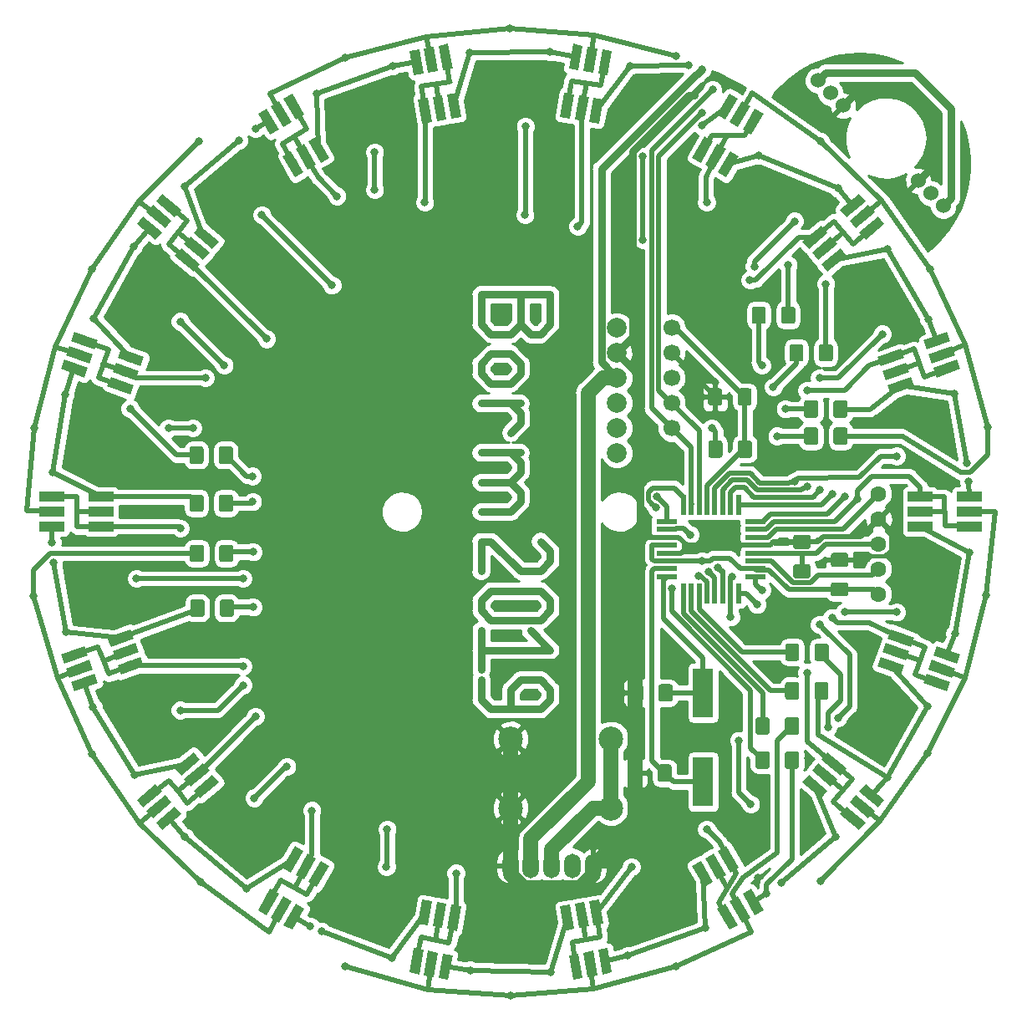
<source format=gtl>
G04 #@! TF.GenerationSoftware,KiCad,Pcbnew,5.0.2+dfsg1-1*
G04 #@! TF.CreationDate,2020-09-22T14:15:05+02:00*
G04 #@! TF.ProjectId,bal,62616c2e-6b69-4636-9164-5f7063625858,rev?*
G04 #@! TF.SameCoordinates,Original*
G04 #@! TF.FileFunction,Copper,L1,Top*
G04 #@! TF.FilePolarity,Positive*
%FSLAX46Y46*%
G04 Gerber Fmt 4.6, Leading zero omitted, Abs format (unit mm)*
G04 Created by KiCad (PCBNEW 5.0.2+dfsg1-1) date Tue 22 Sep 2020 02:15:05 PM CEST*
%MOMM*%
%LPD*%
G01*
G04 APERTURE LIST*
G04 #@! TA.AperFunction,ComponentPad*
%ADD10C,2.500000*%
G04 #@! TD*
G04 #@! TA.AperFunction,ComponentPad*
%ADD11C,1.524000*%
G04 #@! TD*
G04 #@! TA.AperFunction,Conductor*
%ADD12C,0.100000*%
G04 #@! TD*
G04 #@! TA.AperFunction,SMDPad,CuDef*
%ADD13C,1.425000*%
G04 #@! TD*
G04 #@! TA.AperFunction,ComponentPad*
%ADD14C,1.700000*%
G04 #@! TD*
G04 #@! TA.AperFunction,SMDPad,CuDef*
%ADD15R,0.500000X2.000000*%
G04 #@! TD*
G04 #@! TA.AperFunction,SMDPad,CuDef*
%ADD16R,2.000000X0.500000*%
G04 #@! TD*
G04 #@! TA.AperFunction,ComponentPad*
%ADD17O,1.700000X2.500000*%
G04 #@! TD*
G04 #@! TA.AperFunction,ComponentPad*
%ADD18C,1.600000*%
G04 #@! TD*
G04 #@! TA.AperFunction,ComponentPad*
%ADD19C,2.000000*%
G04 #@! TD*
G04 #@! TA.AperFunction,SMDPad,CuDef*
%ADD20R,2.500000X1.000000*%
G04 #@! TD*
G04 #@! TA.AperFunction,SMDPad,CuDef*
%ADD21C,1.000000*%
G04 #@! TD*
G04 #@! TA.AperFunction,SMDPad,CuDef*
%ADD22R,2.000000X5.000000*%
G04 #@! TD*
G04 #@! TA.AperFunction,ViaPad*
%ADD23C,0.800000*%
G04 #@! TD*
G04 #@! TA.AperFunction,Conductor*
%ADD24C,0.750000*%
G04 #@! TD*
G04 #@! TA.AperFunction,Conductor*
%ADD25C,0.500000*%
G04 #@! TD*
G04 #@! TA.AperFunction,Conductor*
%ADD26C,0.400000*%
G04 #@! TD*
G04 #@! TA.AperFunction,Conductor*
%ADD27C,1.500000*%
G04 #@! TD*
G04 #@! TA.AperFunction,Conductor*
%ADD28C,0.250000*%
G04 #@! TD*
G04 #@! TA.AperFunction,Conductor*
%ADD29C,0.550000*%
G04 #@! TD*
G04 #@! TA.AperFunction,Conductor*
%ADD30C,0.254000*%
G04 #@! TD*
G04 APERTURE END LIST*
D10*
G04 #@! TO.P,U44,2*
G04 #@! TO.N,GND*
X130000000Y-128000000D03*
G04 #@! TO.P,U44,1*
G04 #@! TO.N,Net-(U3-Pad3)*
X140160000Y-128000000D03*
G04 #@! TD*
D11*
G04 #@! TO.P,U43,6*
G04 #@! TO.N,+5V*
X173837600Y-74015600D03*
G04 #@! TO.P,U43,5*
G04 #@! TO.N,Net-(U1-Pad3)*
X162407600Y-62585600D03*
G04 #@! TO.P,U43,4*
G04 #@! TO.N,GND*
X171297600Y-71475600D03*
G04 #@! TO.P,U43,3*
X163677600Y-63855600D03*
G04 #@! TO.P,U43,2*
G04 #@! TO.N,Net-(U1-Pad2)*
X172567600Y-72745600D03*
G04 #@! TO.P,U43,1*
G04 #@! TO.N,+5V*
X161137600Y-61315600D03*
G04 #@! TD*
D12*
G04 #@! TO.N,GND*
G04 #@! TO.C,C1*
G36*
X151210604Y-92496604D02*
X151234873Y-92500204D01*
X151258671Y-92506165D01*
X151281771Y-92514430D01*
X151303949Y-92524920D01*
X151324993Y-92537533D01*
X151344698Y-92552147D01*
X151362877Y-92568623D01*
X151379353Y-92586802D01*
X151393967Y-92606507D01*
X151406580Y-92627551D01*
X151417070Y-92649729D01*
X151425335Y-92672829D01*
X151431296Y-92696627D01*
X151434896Y-92720896D01*
X151436100Y-92745400D01*
X151436100Y-93995400D01*
X151434896Y-94019904D01*
X151431296Y-94044173D01*
X151425335Y-94067971D01*
X151417070Y-94091071D01*
X151406580Y-94113249D01*
X151393967Y-94134293D01*
X151379353Y-94153998D01*
X151362877Y-94172177D01*
X151344698Y-94188653D01*
X151324993Y-94203267D01*
X151303949Y-94215880D01*
X151281771Y-94226370D01*
X151258671Y-94234635D01*
X151234873Y-94240596D01*
X151210604Y-94244196D01*
X151186100Y-94245400D01*
X150261100Y-94245400D01*
X150236596Y-94244196D01*
X150212327Y-94240596D01*
X150188529Y-94234635D01*
X150165429Y-94226370D01*
X150143251Y-94215880D01*
X150122207Y-94203267D01*
X150102502Y-94188653D01*
X150084323Y-94172177D01*
X150067847Y-94153998D01*
X150053233Y-94134293D01*
X150040620Y-94113249D01*
X150030130Y-94091071D01*
X150021865Y-94067971D01*
X150015904Y-94044173D01*
X150012304Y-94019904D01*
X150011100Y-93995400D01*
X150011100Y-92745400D01*
X150012304Y-92720896D01*
X150015904Y-92696627D01*
X150021865Y-92672829D01*
X150030130Y-92649729D01*
X150040620Y-92627551D01*
X150053233Y-92606507D01*
X150067847Y-92586802D01*
X150084323Y-92568623D01*
X150102502Y-92552147D01*
X150122207Y-92537533D01*
X150143251Y-92524920D01*
X150165429Y-92514430D01*
X150188529Y-92506165D01*
X150212327Y-92500204D01*
X150236596Y-92496604D01*
X150261100Y-92495400D01*
X151186100Y-92495400D01*
X151210604Y-92496604D01*
X151210604Y-92496604D01*
G37*
D13*
G04 #@! TD*
G04 #@! TO.P,C1,2*
G04 #@! TO.N,GND*
X150723600Y-93370400D03*
D12*
G04 #@! TO.N,Net-(C1-Pad1)*
G04 #@! TO.C,C1*
G36*
X154185604Y-92496604D02*
X154209873Y-92500204D01*
X154233671Y-92506165D01*
X154256771Y-92514430D01*
X154278949Y-92524920D01*
X154299993Y-92537533D01*
X154319698Y-92552147D01*
X154337877Y-92568623D01*
X154354353Y-92586802D01*
X154368967Y-92606507D01*
X154381580Y-92627551D01*
X154392070Y-92649729D01*
X154400335Y-92672829D01*
X154406296Y-92696627D01*
X154409896Y-92720896D01*
X154411100Y-92745400D01*
X154411100Y-93995400D01*
X154409896Y-94019904D01*
X154406296Y-94044173D01*
X154400335Y-94067971D01*
X154392070Y-94091071D01*
X154381580Y-94113249D01*
X154368967Y-94134293D01*
X154354353Y-94153998D01*
X154337877Y-94172177D01*
X154319698Y-94188653D01*
X154299993Y-94203267D01*
X154278949Y-94215880D01*
X154256771Y-94226370D01*
X154233671Y-94234635D01*
X154209873Y-94240596D01*
X154185604Y-94244196D01*
X154161100Y-94245400D01*
X153236100Y-94245400D01*
X153211596Y-94244196D01*
X153187327Y-94240596D01*
X153163529Y-94234635D01*
X153140429Y-94226370D01*
X153118251Y-94215880D01*
X153097207Y-94203267D01*
X153077502Y-94188653D01*
X153059323Y-94172177D01*
X153042847Y-94153998D01*
X153028233Y-94134293D01*
X153015620Y-94113249D01*
X153005130Y-94091071D01*
X152996865Y-94067971D01*
X152990904Y-94044173D01*
X152987304Y-94019904D01*
X152986100Y-93995400D01*
X152986100Y-92745400D01*
X152987304Y-92720896D01*
X152990904Y-92696627D01*
X152996865Y-92672829D01*
X153005130Y-92649729D01*
X153015620Y-92627551D01*
X153028233Y-92606507D01*
X153042847Y-92586802D01*
X153059323Y-92568623D01*
X153077502Y-92552147D01*
X153097207Y-92537533D01*
X153118251Y-92524920D01*
X153140429Y-92514430D01*
X153163529Y-92506165D01*
X153187327Y-92500204D01*
X153211596Y-92496604D01*
X153236100Y-92495400D01*
X154161100Y-92495400D01*
X154185604Y-92496604D01*
X154185604Y-92496604D01*
G37*
D13*
G04 #@! TD*
G04 #@! TO.P,C1,1*
G04 #@! TO.N,Net-(C1-Pad1)*
X153698600Y-93370400D03*
D12*
G04 #@! TO.N,Net-(C2-Pad2)*
G04 #@! TO.C,C2*
G36*
X160161504Y-110315304D02*
X160185773Y-110318904D01*
X160209571Y-110324865D01*
X160232671Y-110333130D01*
X160254849Y-110343620D01*
X160275893Y-110356233D01*
X160295598Y-110370847D01*
X160313777Y-110387323D01*
X160330253Y-110405502D01*
X160344867Y-110425207D01*
X160357480Y-110446251D01*
X160367970Y-110468429D01*
X160376235Y-110491529D01*
X160382196Y-110515327D01*
X160385796Y-110539596D01*
X160387000Y-110564100D01*
X160387000Y-111489100D01*
X160385796Y-111513604D01*
X160382196Y-111537873D01*
X160376235Y-111561671D01*
X160367970Y-111584771D01*
X160357480Y-111606949D01*
X160344867Y-111627993D01*
X160330253Y-111647698D01*
X160313777Y-111665877D01*
X160295598Y-111682353D01*
X160275893Y-111696967D01*
X160254849Y-111709580D01*
X160232671Y-111720070D01*
X160209571Y-111728335D01*
X160185773Y-111734296D01*
X160161504Y-111737896D01*
X160137000Y-111739100D01*
X158887000Y-111739100D01*
X158862496Y-111737896D01*
X158838227Y-111734296D01*
X158814429Y-111728335D01*
X158791329Y-111720070D01*
X158769151Y-111709580D01*
X158748107Y-111696967D01*
X158728402Y-111682353D01*
X158710223Y-111665877D01*
X158693747Y-111647698D01*
X158679133Y-111627993D01*
X158666520Y-111606949D01*
X158656030Y-111584771D01*
X158647765Y-111561671D01*
X158641804Y-111537873D01*
X158638204Y-111513604D01*
X158637000Y-111489100D01*
X158637000Y-110564100D01*
X158638204Y-110539596D01*
X158641804Y-110515327D01*
X158647765Y-110491529D01*
X158656030Y-110468429D01*
X158666520Y-110446251D01*
X158679133Y-110425207D01*
X158693747Y-110405502D01*
X158710223Y-110387323D01*
X158728402Y-110370847D01*
X158748107Y-110356233D01*
X158769151Y-110343620D01*
X158791329Y-110333130D01*
X158814429Y-110324865D01*
X158838227Y-110318904D01*
X158862496Y-110315304D01*
X158887000Y-110314100D01*
X160137000Y-110314100D01*
X160161504Y-110315304D01*
X160161504Y-110315304D01*
G37*
D13*
G04 #@! TD*
G04 #@! TO.P,C2,2*
G04 #@! TO.N,Net-(C2-Pad2)*
X159512000Y-111026600D03*
D12*
G04 #@! TO.N,GND*
G04 #@! TO.C,C2*
G36*
X160161504Y-107340304D02*
X160185773Y-107343904D01*
X160209571Y-107349865D01*
X160232671Y-107358130D01*
X160254849Y-107368620D01*
X160275893Y-107381233D01*
X160295598Y-107395847D01*
X160313777Y-107412323D01*
X160330253Y-107430502D01*
X160344867Y-107450207D01*
X160357480Y-107471251D01*
X160367970Y-107493429D01*
X160376235Y-107516529D01*
X160382196Y-107540327D01*
X160385796Y-107564596D01*
X160387000Y-107589100D01*
X160387000Y-108514100D01*
X160385796Y-108538604D01*
X160382196Y-108562873D01*
X160376235Y-108586671D01*
X160367970Y-108609771D01*
X160357480Y-108631949D01*
X160344867Y-108652993D01*
X160330253Y-108672698D01*
X160313777Y-108690877D01*
X160295598Y-108707353D01*
X160275893Y-108721967D01*
X160254849Y-108734580D01*
X160232671Y-108745070D01*
X160209571Y-108753335D01*
X160185773Y-108759296D01*
X160161504Y-108762896D01*
X160137000Y-108764100D01*
X158887000Y-108764100D01*
X158862496Y-108762896D01*
X158838227Y-108759296D01*
X158814429Y-108753335D01*
X158791329Y-108745070D01*
X158769151Y-108734580D01*
X158748107Y-108721967D01*
X158728402Y-108707353D01*
X158710223Y-108690877D01*
X158693747Y-108672698D01*
X158679133Y-108652993D01*
X158666520Y-108631949D01*
X158656030Y-108609771D01*
X158647765Y-108586671D01*
X158641804Y-108562873D01*
X158638204Y-108538604D01*
X158637000Y-108514100D01*
X158637000Y-107589100D01*
X158638204Y-107564596D01*
X158641804Y-107540327D01*
X158647765Y-107516529D01*
X158656030Y-107493429D01*
X158666520Y-107471251D01*
X158679133Y-107450207D01*
X158693747Y-107430502D01*
X158710223Y-107412323D01*
X158728402Y-107395847D01*
X158748107Y-107381233D01*
X158769151Y-107368620D01*
X158791329Y-107358130D01*
X158814429Y-107349865D01*
X158838227Y-107343904D01*
X158862496Y-107340304D01*
X158887000Y-107339100D01*
X160137000Y-107339100D01*
X160161504Y-107340304D01*
X160161504Y-107340304D01*
G37*
D13*
G04 #@! TD*
G04 #@! TO.P,C2,1*
G04 #@! TO.N,GND*
X159512000Y-108051600D03*
D12*
G04 #@! TO.N,Net-(C3-Pad2)*
G04 #@! TO.C,C3*
G36*
X146079804Y-130596604D02*
X146104073Y-130600204D01*
X146127871Y-130606165D01*
X146150971Y-130614430D01*
X146173149Y-130624920D01*
X146194193Y-130637533D01*
X146213898Y-130652147D01*
X146232077Y-130668623D01*
X146248553Y-130686802D01*
X146263167Y-130706507D01*
X146275780Y-130727551D01*
X146286270Y-130749729D01*
X146294535Y-130772829D01*
X146300496Y-130796627D01*
X146304096Y-130820896D01*
X146305300Y-130845400D01*
X146305300Y-132095400D01*
X146304096Y-132119904D01*
X146300496Y-132144173D01*
X146294535Y-132167971D01*
X146286270Y-132191071D01*
X146275780Y-132213249D01*
X146263167Y-132234293D01*
X146248553Y-132253998D01*
X146232077Y-132272177D01*
X146213898Y-132288653D01*
X146194193Y-132303267D01*
X146173149Y-132315880D01*
X146150971Y-132326370D01*
X146127871Y-132334635D01*
X146104073Y-132340596D01*
X146079804Y-132344196D01*
X146055300Y-132345400D01*
X145130300Y-132345400D01*
X145105796Y-132344196D01*
X145081527Y-132340596D01*
X145057729Y-132334635D01*
X145034629Y-132326370D01*
X145012451Y-132315880D01*
X144991407Y-132303267D01*
X144971702Y-132288653D01*
X144953523Y-132272177D01*
X144937047Y-132253998D01*
X144922433Y-132234293D01*
X144909820Y-132213249D01*
X144899330Y-132191071D01*
X144891065Y-132167971D01*
X144885104Y-132144173D01*
X144881504Y-132119904D01*
X144880300Y-132095400D01*
X144880300Y-130845400D01*
X144881504Y-130820896D01*
X144885104Y-130796627D01*
X144891065Y-130772829D01*
X144899330Y-130749729D01*
X144909820Y-130727551D01*
X144922433Y-130706507D01*
X144937047Y-130686802D01*
X144953523Y-130668623D01*
X144971702Y-130652147D01*
X144991407Y-130637533D01*
X145012451Y-130624920D01*
X145034629Y-130614430D01*
X145057729Y-130606165D01*
X145081527Y-130600204D01*
X145105796Y-130596604D01*
X145130300Y-130595400D01*
X146055300Y-130595400D01*
X146079804Y-130596604D01*
X146079804Y-130596604D01*
G37*
D13*
G04 #@! TD*
G04 #@! TO.P,C3,2*
G04 #@! TO.N,Net-(C3-Pad2)*
X145592800Y-131470400D03*
D12*
G04 #@! TO.N,GND*
G04 #@! TO.C,C3*
G36*
X143104804Y-130596604D02*
X143129073Y-130600204D01*
X143152871Y-130606165D01*
X143175971Y-130614430D01*
X143198149Y-130624920D01*
X143219193Y-130637533D01*
X143238898Y-130652147D01*
X143257077Y-130668623D01*
X143273553Y-130686802D01*
X143288167Y-130706507D01*
X143300780Y-130727551D01*
X143311270Y-130749729D01*
X143319535Y-130772829D01*
X143325496Y-130796627D01*
X143329096Y-130820896D01*
X143330300Y-130845400D01*
X143330300Y-132095400D01*
X143329096Y-132119904D01*
X143325496Y-132144173D01*
X143319535Y-132167971D01*
X143311270Y-132191071D01*
X143300780Y-132213249D01*
X143288167Y-132234293D01*
X143273553Y-132253998D01*
X143257077Y-132272177D01*
X143238898Y-132288653D01*
X143219193Y-132303267D01*
X143198149Y-132315880D01*
X143175971Y-132326370D01*
X143152871Y-132334635D01*
X143129073Y-132340596D01*
X143104804Y-132344196D01*
X143080300Y-132345400D01*
X142155300Y-132345400D01*
X142130796Y-132344196D01*
X142106527Y-132340596D01*
X142082729Y-132334635D01*
X142059629Y-132326370D01*
X142037451Y-132315880D01*
X142016407Y-132303267D01*
X141996702Y-132288653D01*
X141978523Y-132272177D01*
X141962047Y-132253998D01*
X141947433Y-132234293D01*
X141934820Y-132213249D01*
X141924330Y-132191071D01*
X141916065Y-132167971D01*
X141910104Y-132144173D01*
X141906504Y-132119904D01*
X141905300Y-132095400D01*
X141905300Y-130845400D01*
X141906504Y-130820896D01*
X141910104Y-130796627D01*
X141916065Y-130772829D01*
X141924330Y-130749729D01*
X141934820Y-130727551D01*
X141947433Y-130706507D01*
X141962047Y-130686802D01*
X141978523Y-130668623D01*
X141996702Y-130652147D01*
X142016407Y-130637533D01*
X142037451Y-130624920D01*
X142059629Y-130614430D01*
X142082729Y-130606165D01*
X142106527Y-130600204D01*
X142130796Y-130596604D01*
X142155300Y-130595400D01*
X143080300Y-130595400D01*
X143104804Y-130596604D01*
X143104804Y-130596604D01*
G37*
D13*
G04 #@! TD*
G04 #@! TO.P,C3,1*
G04 #@! TO.N,GND*
X142617800Y-131470400D03*
D12*
G04 #@! TO.N,GND*
G04 #@! TO.C,C4*
G36*
X143206404Y-122468604D02*
X143230673Y-122472204D01*
X143254471Y-122478165D01*
X143277571Y-122486430D01*
X143299749Y-122496920D01*
X143320793Y-122509533D01*
X143340498Y-122524147D01*
X143358677Y-122540623D01*
X143375153Y-122558802D01*
X143389767Y-122578507D01*
X143402380Y-122599551D01*
X143412870Y-122621729D01*
X143421135Y-122644829D01*
X143427096Y-122668627D01*
X143430696Y-122692896D01*
X143431900Y-122717400D01*
X143431900Y-123967400D01*
X143430696Y-123991904D01*
X143427096Y-124016173D01*
X143421135Y-124039971D01*
X143412870Y-124063071D01*
X143402380Y-124085249D01*
X143389767Y-124106293D01*
X143375153Y-124125998D01*
X143358677Y-124144177D01*
X143340498Y-124160653D01*
X143320793Y-124175267D01*
X143299749Y-124187880D01*
X143277571Y-124198370D01*
X143254471Y-124206635D01*
X143230673Y-124212596D01*
X143206404Y-124216196D01*
X143181900Y-124217400D01*
X142256900Y-124217400D01*
X142232396Y-124216196D01*
X142208127Y-124212596D01*
X142184329Y-124206635D01*
X142161229Y-124198370D01*
X142139051Y-124187880D01*
X142118007Y-124175267D01*
X142098302Y-124160653D01*
X142080123Y-124144177D01*
X142063647Y-124125998D01*
X142049033Y-124106293D01*
X142036420Y-124085249D01*
X142025930Y-124063071D01*
X142017665Y-124039971D01*
X142011704Y-124016173D01*
X142008104Y-123991904D01*
X142006900Y-123967400D01*
X142006900Y-122717400D01*
X142008104Y-122692896D01*
X142011704Y-122668627D01*
X142017665Y-122644829D01*
X142025930Y-122621729D01*
X142036420Y-122599551D01*
X142049033Y-122578507D01*
X142063647Y-122558802D01*
X142080123Y-122540623D01*
X142098302Y-122524147D01*
X142118007Y-122509533D01*
X142139051Y-122496920D01*
X142161229Y-122486430D01*
X142184329Y-122478165D01*
X142208127Y-122472204D01*
X142232396Y-122468604D01*
X142256900Y-122467400D01*
X143181900Y-122467400D01*
X143206404Y-122468604D01*
X143206404Y-122468604D01*
G37*
D13*
G04 #@! TD*
G04 #@! TO.P,C4,2*
G04 #@! TO.N,GND*
X142719400Y-123342400D03*
D12*
G04 #@! TO.N,Net-(C4-Pad1)*
G04 #@! TO.C,C4*
G36*
X146181404Y-122468604D02*
X146205673Y-122472204D01*
X146229471Y-122478165D01*
X146252571Y-122486430D01*
X146274749Y-122496920D01*
X146295793Y-122509533D01*
X146315498Y-122524147D01*
X146333677Y-122540623D01*
X146350153Y-122558802D01*
X146364767Y-122578507D01*
X146377380Y-122599551D01*
X146387870Y-122621729D01*
X146396135Y-122644829D01*
X146402096Y-122668627D01*
X146405696Y-122692896D01*
X146406900Y-122717400D01*
X146406900Y-123967400D01*
X146405696Y-123991904D01*
X146402096Y-124016173D01*
X146396135Y-124039971D01*
X146387870Y-124063071D01*
X146377380Y-124085249D01*
X146364767Y-124106293D01*
X146350153Y-124125998D01*
X146333677Y-124144177D01*
X146315498Y-124160653D01*
X146295793Y-124175267D01*
X146274749Y-124187880D01*
X146252571Y-124198370D01*
X146229471Y-124206635D01*
X146205673Y-124212596D01*
X146181404Y-124216196D01*
X146156900Y-124217400D01*
X145231900Y-124217400D01*
X145207396Y-124216196D01*
X145183127Y-124212596D01*
X145159329Y-124206635D01*
X145136229Y-124198370D01*
X145114051Y-124187880D01*
X145093007Y-124175267D01*
X145073302Y-124160653D01*
X145055123Y-124144177D01*
X145038647Y-124125998D01*
X145024033Y-124106293D01*
X145011420Y-124085249D01*
X145000930Y-124063071D01*
X144992665Y-124039971D01*
X144986704Y-124016173D01*
X144983104Y-123991904D01*
X144981900Y-123967400D01*
X144981900Y-122717400D01*
X144983104Y-122692896D01*
X144986704Y-122668627D01*
X144992665Y-122644829D01*
X145000930Y-122621729D01*
X145011420Y-122599551D01*
X145024033Y-122578507D01*
X145038647Y-122558802D01*
X145055123Y-122540623D01*
X145073302Y-122524147D01*
X145093007Y-122509533D01*
X145114051Y-122496920D01*
X145136229Y-122486430D01*
X145159329Y-122478165D01*
X145183127Y-122472204D01*
X145207396Y-122468604D01*
X145231900Y-122467400D01*
X146156900Y-122467400D01*
X146181404Y-122468604D01*
X146181404Y-122468604D01*
G37*
D13*
G04 #@! TD*
G04 #@! TO.P,C4,1*
G04 #@! TO.N,Net-(C4-Pad1)*
X145694400Y-123342400D03*
D12*
G04 #@! TO.N,GND*
G04 #@! TO.C,C5*
G36*
X163971504Y-109169104D02*
X163995773Y-109172704D01*
X164019571Y-109178665D01*
X164042671Y-109186930D01*
X164064849Y-109197420D01*
X164085893Y-109210033D01*
X164105598Y-109224647D01*
X164123777Y-109241123D01*
X164140253Y-109259302D01*
X164154867Y-109279007D01*
X164167480Y-109300051D01*
X164177970Y-109322229D01*
X164186235Y-109345329D01*
X164192196Y-109369127D01*
X164195796Y-109393396D01*
X164197000Y-109417900D01*
X164197000Y-110342900D01*
X164195796Y-110367404D01*
X164192196Y-110391673D01*
X164186235Y-110415471D01*
X164177970Y-110438571D01*
X164167480Y-110460749D01*
X164154867Y-110481793D01*
X164140253Y-110501498D01*
X164123777Y-110519677D01*
X164105598Y-110536153D01*
X164085893Y-110550767D01*
X164064849Y-110563380D01*
X164042671Y-110573870D01*
X164019571Y-110582135D01*
X163995773Y-110588096D01*
X163971504Y-110591696D01*
X163947000Y-110592900D01*
X162697000Y-110592900D01*
X162672496Y-110591696D01*
X162648227Y-110588096D01*
X162624429Y-110582135D01*
X162601329Y-110573870D01*
X162579151Y-110563380D01*
X162558107Y-110550767D01*
X162538402Y-110536153D01*
X162520223Y-110519677D01*
X162503747Y-110501498D01*
X162489133Y-110481793D01*
X162476520Y-110460749D01*
X162466030Y-110438571D01*
X162457765Y-110415471D01*
X162451804Y-110391673D01*
X162448204Y-110367404D01*
X162447000Y-110342900D01*
X162447000Y-109417900D01*
X162448204Y-109393396D01*
X162451804Y-109369127D01*
X162457765Y-109345329D01*
X162466030Y-109322229D01*
X162476520Y-109300051D01*
X162489133Y-109279007D01*
X162503747Y-109259302D01*
X162520223Y-109241123D01*
X162538402Y-109224647D01*
X162558107Y-109210033D01*
X162579151Y-109197420D01*
X162601329Y-109186930D01*
X162624429Y-109178665D01*
X162648227Y-109172704D01*
X162672496Y-109169104D01*
X162697000Y-109167900D01*
X163947000Y-109167900D01*
X163971504Y-109169104D01*
X163971504Y-109169104D01*
G37*
D13*
G04 #@! TD*
G04 #@! TO.P,C5,2*
G04 #@! TO.N,GND*
X163322000Y-109880400D03*
D12*
G04 #@! TO.N,+5V*
G04 #@! TO.C,C5*
G36*
X163971504Y-112144104D02*
X163995773Y-112147704D01*
X164019571Y-112153665D01*
X164042671Y-112161930D01*
X164064849Y-112172420D01*
X164085893Y-112185033D01*
X164105598Y-112199647D01*
X164123777Y-112216123D01*
X164140253Y-112234302D01*
X164154867Y-112254007D01*
X164167480Y-112275051D01*
X164177970Y-112297229D01*
X164186235Y-112320329D01*
X164192196Y-112344127D01*
X164195796Y-112368396D01*
X164197000Y-112392900D01*
X164197000Y-113317900D01*
X164195796Y-113342404D01*
X164192196Y-113366673D01*
X164186235Y-113390471D01*
X164177970Y-113413571D01*
X164167480Y-113435749D01*
X164154867Y-113456793D01*
X164140253Y-113476498D01*
X164123777Y-113494677D01*
X164105598Y-113511153D01*
X164085893Y-113525767D01*
X164064849Y-113538380D01*
X164042671Y-113548870D01*
X164019571Y-113557135D01*
X163995773Y-113563096D01*
X163971504Y-113566696D01*
X163947000Y-113567900D01*
X162697000Y-113567900D01*
X162672496Y-113566696D01*
X162648227Y-113563096D01*
X162624429Y-113557135D01*
X162601329Y-113548870D01*
X162579151Y-113538380D01*
X162558107Y-113525767D01*
X162538402Y-113511153D01*
X162520223Y-113494677D01*
X162503747Y-113476498D01*
X162489133Y-113456793D01*
X162476520Y-113435749D01*
X162466030Y-113413571D01*
X162457765Y-113390471D01*
X162451804Y-113366673D01*
X162448204Y-113342404D01*
X162447000Y-113317900D01*
X162447000Y-112392900D01*
X162448204Y-112368396D01*
X162451804Y-112344127D01*
X162457765Y-112320329D01*
X162466030Y-112297229D01*
X162476520Y-112275051D01*
X162489133Y-112254007D01*
X162503747Y-112234302D01*
X162520223Y-112216123D01*
X162538402Y-112199647D01*
X162558107Y-112185033D01*
X162579151Y-112172420D01*
X162601329Y-112161930D01*
X162624429Y-112153665D01*
X162648227Y-112147704D01*
X162672496Y-112144104D01*
X162697000Y-112142900D01*
X163947000Y-112142900D01*
X163971504Y-112144104D01*
X163971504Y-112144104D01*
G37*
D13*
G04 #@! TD*
G04 #@! TO.P,C5,1*
G04 #@! TO.N,+5V*
X163322000Y-112855400D03*
D12*
G04 #@! TO.N,Net-(C1-Pad1)*
G04 #@! TO.C,R1*
G36*
X154207804Y-97779804D02*
X154232073Y-97783404D01*
X154255871Y-97789365D01*
X154278971Y-97797630D01*
X154301149Y-97808120D01*
X154322193Y-97820733D01*
X154341898Y-97835347D01*
X154360077Y-97851823D01*
X154376553Y-97870002D01*
X154391167Y-97889707D01*
X154403780Y-97910751D01*
X154414270Y-97932929D01*
X154422535Y-97956029D01*
X154428496Y-97979827D01*
X154432096Y-98004096D01*
X154433300Y-98028600D01*
X154433300Y-99278600D01*
X154432096Y-99303104D01*
X154428496Y-99327373D01*
X154422535Y-99351171D01*
X154414270Y-99374271D01*
X154403780Y-99396449D01*
X154391167Y-99417493D01*
X154376553Y-99437198D01*
X154360077Y-99455377D01*
X154341898Y-99471853D01*
X154322193Y-99486467D01*
X154301149Y-99499080D01*
X154278971Y-99509570D01*
X154255871Y-99517835D01*
X154232073Y-99523796D01*
X154207804Y-99527396D01*
X154183300Y-99528600D01*
X153258300Y-99528600D01*
X153233796Y-99527396D01*
X153209527Y-99523796D01*
X153185729Y-99517835D01*
X153162629Y-99509570D01*
X153140451Y-99499080D01*
X153119407Y-99486467D01*
X153099702Y-99471853D01*
X153081523Y-99455377D01*
X153065047Y-99437198D01*
X153050433Y-99417493D01*
X153037820Y-99396449D01*
X153027330Y-99374271D01*
X153019065Y-99351171D01*
X153013104Y-99327373D01*
X153009504Y-99303104D01*
X153008300Y-99278600D01*
X153008300Y-98028600D01*
X153009504Y-98004096D01*
X153013104Y-97979827D01*
X153019065Y-97956029D01*
X153027330Y-97932929D01*
X153037820Y-97910751D01*
X153050433Y-97889707D01*
X153065047Y-97870002D01*
X153081523Y-97851823D01*
X153099702Y-97835347D01*
X153119407Y-97820733D01*
X153140451Y-97808120D01*
X153162629Y-97797630D01*
X153185729Y-97789365D01*
X153209527Y-97783404D01*
X153233796Y-97779804D01*
X153258300Y-97778600D01*
X154183300Y-97778600D01*
X154207804Y-97779804D01*
X154207804Y-97779804D01*
G37*
D13*
G04 #@! TD*
G04 #@! TO.P,R1,2*
G04 #@! TO.N,Net-(C1-Pad1)*
X153720800Y-98653600D03*
D12*
G04 #@! TO.N,+5V*
G04 #@! TO.C,R1*
G36*
X151232804Y-97779804D02*
X151257073Y-97783404D01*
X151280871Y-97789365D01*
X151303971Y-97797630D01*
X151326149Y-97808120D01*
X151347193Y-97820733D01*
X151366898Y-97835347D01*
X151385077Y-97851823D01*
X151401553Y-97870002D01*
X151416167Y-97889707D01*
X151428780Y-97910751D01*
X151439270Y-97932929D01*
X151447535Y-97956029D01*
X151453496Y-97979827D01*
X151457096Y-98004096D01*
X151458300Y-98028600D01*
X151458300Y-99278600D01*
X151457096Y-99303104D01*
X151453496Y-99327373D01*
X151447535Y-99351171D01*
X151439270Y-99374271D01*
X151428780Y-99396449D01*
X151416167Y-99417493D01*
X151401553Y-99437198D01*
X151385077Y-99455377D01*
X151366898Y-99471853D01*
X151347193Y-99486467D01*
X151326149Y-99499080D01*
X151303971Y-99509570D01*
X151280871Y-99517835D01*
X151257073Y-99523796D01*
X151232804Y-99527396D01*
X151208300Y-99528600D01*
X150283300Y-99528600D01*
X150258796Y-99527396D01*
X150234527Y-99523796D01*
X150210729Y-99517835D01*
X150187629Y-99509570D01*
X150165451Y-99499080D01*
X150144407Y-99486467D01*
X150124702Y-99471853D01*
X150106523Y-99455377D01*
X150090047Y-99437198D01*
X150075433Y-99417493D01*
X150062820Y-99396449D01*
X150052330Y-99374271D01*
X150044065Y-99351171D01*
X150038104Y-99327373D01*
X150034504Y-99303104D01*
X150033300Y-99278600D01*
X150033300Y-98028600D01*
X150034504Y-98004096D01*
X150038104Y-97979827D01*
X150044065Y-97956029D01*
X150052330Y-97932929D01*
X150062820Y-97910751D01*
X150075433Y-97889707D01*
X150090047Y-97870002D01*
X150106523Y-97851823D01*
X150124702Y-97835347D01*
X150144407Y-97820733D01*
X150165451Y-97808120D01*
X150187629Y-97797630D01*
X150210729Y-97789365D01*
X150234527Y-97783404D01*
X150258796Y-97779804D01*
X150283300Y-97778600D01*
X151208300Y-97778600D01*
X151232804Y-97779804D01*
X151232804Y-97779804D01*
G37*
D13*
G04 #@! TD*
G04 #@! TO.P,R1,1*
G04 #@! TO.N,+5V*
X150745800Y-98653600D03*
D12*
G04 #@! TO.N,Net-(R2-Pad2)*
G04 #@! TO.C,R2*
G36*
X101629804Y-98389404D02*
X101654073Y-98393004D01*
X101677871Y-98398965D01*
X101700971Y-98407230D01*
X101723149Y-98417720D01*
X101744193Y-98430333D01*
X101763898Y-98444947D01*
X101782077Y-98461423D01*
X101798553Y-98479602D01*
X101813167Y-98499307D01*
X101825780Y-98520351D01*
X101836270Y-98542529D01*
X101844535Y-98565629D01*
X101850496Y-98589427D01*
X101854096Y-98613696D01*
X101855300Y-98638200D01*
X101855300Y-99888200D01*
X101854096Y-99912704D01*
X101850496Y-99936973D01*
X101844535Y-99960771D01*
X101836270Y-99983871D01*
X101825780Y-100006049D01*
X101813167Y-100027093D01*
X101798553Y-100046798D01*
X101782077Y-100064977D01*
X101763898Y-100081453D01*
X101744193Y-100096067D01*
X101723149Y-100108680D01*
X101700971Y-100119170D01*
X101677871Y-100127435D01*
X101654073Y-100133396D01*
X101629804Y-100136996D01*
X101605300Y-100138200D01*
X100680300Y-100138200D01*
X100655796Y-100136996D01*
X100631527Y-100133396D01*
X100607729Y-100127435D01*
X100584629Y-100119170D01*
X100562451Y-100108680D01*
X100541407Y-100096067D01*
X100521702Y-100081453D01*
X100503523Y-100064977D01*
X100487047Y-100046798D01*
X100472433Y-100027093D01*
X100459820Y-100006049D01*
X100449330Y-99983871D01*
X100441065Y-99960771D01*
X100435104Y-99936973D01*
X100431504Y-99912704D01*
X100430300Y-99888200D01*
X100430300Y-98638200D01*
X100431504Y-98613696D01*
X100435104Y-98589427D01*
X100441065Y-98565629D01*
X100449330Y-98542529D01*
X100459820Y-98520351D01*
X100472433Y-98499307D01*
X100487047Y-98479602D01*
X100503523Y-98461423D01*
X100521702Y-98444947D01*
X100541407Y-98430333D01*
X100562451Y-98417720D01*
X100584629Y-98407230D01*
X100607729Y-98398965D01*
X100631527Y-98393004D01*
X100655796Y-98389404D01*
X100680300Y-98388200D01*
X101605300Y-98388200D01*
X101629804Y-98389404D01*
X101629804Y-98389404D01*
G37*
D13*
G04 #@! TD*
G04 #@! TO.P,R2,2*
G04 #@! TO.N,Net-(R2-Pad2)*
X101142800Y-99263200D03*
D12*
G04 #@! TO.N,Net-(R2-Pad1)*
G04 #@! TO.C,R2*
G36*
X98654804Y-98389404D02*
X98679073Y-98393004D01*
X98702871Y-98398965D01*
X98725971Y-98407230D01*
X98748149Y-98417720D01*
X98769193Y-98430333D01*
X98788898Y-98444947D01*
X98807077Y-98461423D01*
X98823553Y-98479602D01*
X98838167Y-98499307D01*
X98850780Y-98520351D01*
X98861270Y-98542529D01*
X98869535Y-98565629D01*
X98875496Y-98589427D01*
X98879096Y-98613696D01*
X98880300Y-98638200D01*
X98880300Y-99888200D01*
X98879096Y-99912704D01*
X98875496Y-99936973D01*
X98869535Y-99960771D01*
X98861270Y-99983871D01*
X98850780Y-100006049D01*
X98838167Y-100027093D01*
X98823553Y-100046798D01*
X98807077Y-100064977D01*
X98788898Y-100081453D01*
X98769193Y-100096067D01*
X98748149Y-100108680D01*
X98725971Y-100119170D01*
X98702871Y-100127435D01*
X98679073Y-100133396D01*
X98654804Y-100136996D01*
X98630300Y-100138200D01*
X97705300Y-100138200D01*
X97680796Y-100136996D01*
X97656527Y-100133396D01*
X97632729Y-100127435D01*
X97609629Y-100119170D01*
X97587451Y-100108680D01*
X97566407Y-100096067D01*
X97546702Y-100081453D01*
X97528523Y-100064977D01*
X97512047Y-100046798D01*
X97497433Y-100027093D01*
X97484820Y-100006049D01*
X97474330Y-99983871D01*
X97466065Y-99960771D01*
X97460104Y-99936973D01*
X97456504Y-99912704D01*
X97455300Y-99888200D01*
X97455300Y-98638200D01*
X97456504Y-98613696D01*
X97460104Y-98589427D01*
X97466065Y-98565629D01*
X97474330Y-98542529D01*
X97484820Y-98520351D01*
X97497433Y-98499307D01*
X97512047Y-98479602D01*
X97528523Y-98461423D01*
X97546702Y-98444947D01*
X97566407Y-98430333D01*
X97587451Y-98417720D01*
X97609629Y-98407230D01*
X97632729Y-98398965D01*
X97656527Y-98393004D01*
X97680796Y-98389404D01*
X97705300Y-98388200D01*
X98630300Y-98388200D01*
X98654804Y-98389404D01*
X98654804Y-98389404D01*
G37*
D13*
G04 #@! TD*
G04 #@! TO.P,R2,1*
G04 #@! TO.N,Net-(R2-Pad1)*
X98167800Y-99263200D03*
D12*
G04 #@! TO.N,Net-(R3-Pad2)*
G04 #@! TO.C,R3*
G36*
X101629804Y-103266204D02*
X101654073Y-103269804D01*
X101677871Y-103275765D01*
X101700971Y-103284030D01*
X101723149Y-103294520D01*
X101744193Y-103307133D01*
X101763898Y-103321747D01*
X101782077Y-103338223D01*
X101798553Y-103356402D01*
X101813167Y-103376107D01*
X101825780Y-103397151D01*
X101836270Y-103419329D01*
X101844535Y-103442429D01*
X101850496Y-103466227D01*
X101854096Y-103490496D01*
X101855300Y-103515000D01*
X101855300Y-104765000D01*
X101854096Y-104789504D01*
X101850496Y-104813773D01*
X101844535Y-104837571D01*
X101836270Y-104860671D01*
X101825780Y-104882849D01*
X101813167Y-104903893D01*
X101798553Y-104923598D01*
X101782077Y-104941777D01*
X101763898Y-104958253D01*
X101744193Y-104972867D01*
X101723149Y-104985480D01*
X101700971Y-104995970D01*
X101677871Y-105004235D01*
X101654073Y-105010196D01*
X101629804Y-105013796D01*
X101605300Y-105015000D01*
X100680300Y-105015000D01*
X100655796Y-105013796D01*
X100631527Y-105010196D01*
X100607729Y-105004235D01*
X100584629Y-104995970D01*
X100562451Y-104985480D01*
X100541407Y-104972867D01*
X100521702Y-104958253D01*
X100503523Y-104941777D01*
X100487047Y-104923598D01*
X100472433Y-104903893D01*
X100459820Y-104882849D01*
X100449330Y-104860671D01*
X100441065Y-104837571D01*
X100435104Y-104813773D01*
X100431504Y-104789504D01*
X100430300Y-104765000D01*
X100430300Y-103515000D01*
X100431504Y-103490496D01*
X100435104Y-103466227D01*
X100441065Y-103442429D01*
X100449330Y-103419329D01*
X100459820Y-103397151D01*
X100472433Y-103376107D01*
X100487047Y-103356402D01*
X100503523Y-103338223D01*
X100521702Y-103321747D01*
X100541407Y-103307133D01*
X100562451Y-103294520D01*
X100584629Y-103284030D01*
X100607729Y-103275765D01*
X100631527Y-103269804D01*
X100655796Y-103266204D01*
X100680300Y-103265000D01*
X101605300Y-103265000D01*
X101629804Y-103266204D01*
X101629804Y-103266204D01*
G37*
D13*
G04 #@! TD*
G04 #@! TO.P,R3,2*
G04 #@! TO.N,Net-(R3-Pad2)*
X101142800Y-104140000D03*
D12*
G04 #@! TO.N,Net-(R3-Pad1)*
G04 #@! TO.C,R3*
G36*
X98654804Y-103266204D02*
X98679073Y-103269804D01*
X98702871Y-103275765D01*
X98725971Y-103284030D01*
X98748149Y-103294520D01*
X98769193Y-103307133D01*
X98788898Y-103321747D01*
X98807077Y-103338223D01*
X98823553Y-103356402D01*
X98838167Y-103376107D01*
X98850780Y-103397151D01*
X98861270Y-103419329D01*
X98869535Y-103442429D01*
X98875496Y-103466227D01*
X98879096Y-103490496D01*
X98880300Y-103515000D01*
X98880300Y-104765000D01*
X98879096Y-104789504D01*
X98875496Y-104813773D01*
X98869535Y-104837571D01*
X98861270Y-104860671D01*
X98850780Y-104882849D01*
X98838167Y-104903893D01*
X98823553Y-104923598D01*
X98807077Y-104941777D01*
X98788898Y-104958253D01*
X98769193Y-104972867D01*
X98748149Y-104985480D01*
X98725971Y-104995970D01*
X98702871Y-105004235D01*
X98679073Y-105010196D01*
X98654804Y-105013796D01*
X98630300Y-105015000D01*
X97705300Y-105015000D01*
X97680796Y-105013796D01*
X97656527Y-105010196D01*
X97632729Y-105004235D01*
X97609629Y-104995970D01*
X97587451Y-104985480D01*
X97566407Y-104972867D01*
X97546702Y-104958253D01*
X97528523Y-104941777D01*
X97512047Y-104923598D01*
X97497433Y-104903893D01*
X97484820Y-104882849D01*
X97474330Y-104860671D01*
X97466065Y-104837571D01*
X97460104Y-104813773D01*
X97456504Y-104789504D01*
X97455300Y-104765000D01*
X97455300Y-103515000D01*
X97456504Y-103490496D01*
X97460104Y-103466227D01*
X97466065Y-103442429D01*
X97474330Y-103419329D01*
X97484820Y-103397151D01*
X97497433Y-103376107D01*
X97512047Y-103356402D01*
X97528523Y-103338223D01*
X97546702Y-103321747D01*
X97566407Y-103307133D01*
X97587451Y-103294520D01*
X97609629Y-103284030D01*
X97632729Y-103275765D01*
X97656527Y-103269804D01*
X97680796Y-103266204D01*
X97705300Y-103265000D01*
X98630300Y-103265000D01*
X98654804Y-103266204D01*
X98654804Y-103266204D01*
G37*
D13*
G04 #@! TD*
G04 #@! TO.P,R3,1*
G04 #@! TO.N,Net-(R3-Pad1)*
X98167800Y-104140000D03*
D12*
G04 #@! TO.N,Net-(R4-Pad2)*
G04 #@! TO.C,R4*
G36*
X159437004Y-88026204D02*
X159461273Y-88029804D01*
X159485071Y-88035765D01*
X159508171Y-88044030D01*
X159530349Y-88054520D01*
X159551393Y-88067133D01*
X159571098Y-88081747D01*
X159589277Y-88098223D01*
X159605753Y-88116402D01*
X159620367Y-88136107D01*
X159632980Y-88157151D01*
X159643470Y-88179329D01*
X159651735Y-88202429D01*
X159657696Y-88226227D01*
X159661296Y-88250496D01*
X159662500Y-88275000D01*
X159662500Y-89525000D01*
X159661296Y-89549504D01*
X159657696Y-89573773D01*
X159651735Y-89597571D01*
X159643470Y-89620671D01*
X159632980Y-89642849D01*
X159620367Y-89663893D01*
X159605753Y-89683598D01*
X159589277Y-89701777D01*
X159571098Y-89718253D01*
X159551393Y-89732867D01*
X159530349Y-89745480D01*
X159508171Y-89755970D01*
X159485071Y-89764235D01*
X159461273Y-89770196D01*
X159437004Y-89773796D01*
X159412500Y-89775000D01*
X158487500Y-89775000D01*
X158462996Y-89773796D01*
X158438727Y-89770196D01*
X158414929Y-89764235D01*
X158391829Y-89755970D01*
X158369651Y-89745480D01*
X158348607Y-89732867D01*
X158328902Y-89718253D01*
X158310723Y-89701777D01*
X158294247Y-89683598D01*
X158279633Y-89663893D01*
X158267020Y-89642849D01*
X158256530Y-89620671D01*
X158248265Y-89597571D01*
X158242304Y-89573773D01*
X158238704Y-89549504D01*
X158237500Y-89525000D01*
X158237500Y-88275000D01*
X158238704Y-88250496D01*
X158242304Y-88226227D01*
X158248265Y-88202429D01*
X158256530Y-88179329D01*
X158267020Y-88157151D01*
X158279633Y-88136107D01*
X158294247Y-88116402D01*
X158310723Y-88098223D01*
X158328902Y-88081747D01*
X158348607Y-88067133D01*
X158369651Y-88054520D01*
X158391829Y-88044030D01*
X158414929Y-88035765D01*
X158438727Y-88029804D01*
X158462996Y-88026204D01*
X158487500Y-88025000D01*
X159412500Y-88025000D01*
X159437004Y-88026204D01*
X159437004Y-88026204D01*
G37*
D13*
G04 #@! TD*
G04 #@! TO.P,R4,2*
G04 #@! TO.N,Net-(R4-Pad2)*
X158950000Y-88900000D03*
D12*
G04 #@! TO.N,Net-(R4-Pad1)*
G04 #@! TO.C,R4*
G36*
X162412004Y-88026204D02*
X162436273Y-88029804D01*
X162460071Y-88035765D01*
X162483171Y-88044030D01*
X162505349Y-88054520D01*
X162526393Y-88067133D01*
X162546098Y-88081747D01*
X162564277Y-88098223D01*
X162580753Y-88116402D01*
X162595367Y-88136107D01*
X162607980Y-88157151D01*
X162618470Y-88179329D01*
X162626735Y-88202429D01*
X162632696Y-88226227D01*
X162636296Y-88250496D01*
X162637500Y-88275000D01*
X162637500Y-89525000D01*
X162636296Y-89549504D01*
X162632696Y-89573773D01*
X162626735Y-89597571D01*
X162618470Y-89620671D01*
X162607980Y-89642849D01*
X162595367Y-89663893D01*
X162580753Y-89683598D01*
X162564277Y-89701777D01*
X162546098Y-89718253D01*
X162526393Y-89732867D01*
X162505349Y-89745480D01*
X162483171Y-89755970D01*
X162460071Y-89764235D01*
X162436273Y-89770196D01*
X162412004Y-89773796D01*
X162387500Y-89775000D01*
X161462500Y-89775000D01*
X161437996Y-89773796D01*
X161413727Y-89770196D01*
X161389929Y-89764235D01*
X161366829Y-89755970D01*
X161344651Y-89745480D01*
X161323607Y-89732867D01*
X161303902Y-89718253D01*
X161285723Y-89701777D01*
X161269247Y-89683598D01*
X161254633Y-89663893D01*
X161242020Y-89642849D01*
X161231530Y-89620671D01*
X161223265Y-89597571D01*
X161217304Y-89573773D01*
X161213704Y-89549504D01*
X161212500Y-89525000D01*
X161212500Y-88275000D01*
X161213704Y-88250496D01*
X161217304Y-88226227D01*
X161223265Y-88202429D01*
X161231530Y-88179329D01*
X161242020Y-88157151D01*
X161254633Y-88136107D01*
X161269247Y-88116402D01*
X161285723Y-88098223D01*
X161303902Y-88081747D01*
X161323607Y-88067133D01*
X161344651Y-88054520D01*
X161366829Y-88044030D01*
X161389929Y-88035765D01*
X161413727Y-88029804D01*
X161437996Y-88026204D01*
X161462500Y-88025000D01*
X162387500Y-88025000D01*
X162412004Y-88026204D01*
X162412004Y-88026204D01*
G37*
D13*
G04 #@! TD*
G04 #@! TO.P,R4,1*
G04 #@! TO.N,Net-(R4-Pad1)*
X161925000Y-88900000D03*
D12*
G04 #@! TO.N,Net-(R5-Pad2)*
G04 #@! TO.C,R5*
G36*
X155627004Y-84216204D02*
X155651273Y-84219804D01*
X155675071Y-84225765D01*
X155698171Y-84234030D01*
X155720349Y-84244520D01*
X155741393Y-84257133D01*
X155761098Y-84271747D01*
X155779277Y-84288223D01*
X155795753Y-84306402D01*
X155810367Y-84326107D01*
X155822980Y-84347151D01*
X155833470Y-84369329D01*
X155841735Y-84392429D01*
X155847696Y-84416227D01*
X155851296Y-84440496D01*
X155852500Y-84465000D01*
X155852500Y-85715000D01*
X155851296Y-85739504D01*
X155847696Y-85763773D01*
X155841735Y-85787571D01*
X155833470Y-85810671D01*
X155822980Y-85832849D01*
X155810367Y-85853893D01*
X155795753Y-85873598D01*
X155779277Y-85891777D01*
X155761098Y-85908253D01*
X155741393Y-85922867D01*
X155720349Y-85935480D01*
X155698171Y-85945970D01*
X155675071Y-85954235D01*
X155651273Y-85960196D01*
X155627004Y-85963796D01*
X155602500Y-85965000D01*
X154677500Y-85965000D01*
X154652996Y-85963796D01*
X154628727Y-85960196D01*
X154604929Y-85954235D01*
X154581829Y-85945970D01*
X154559651Y-85935480D01*
X154538607Y-85922867D01*
X154518902Y-85908253D01*
X154500723Y-85891777D01*
X154484247Y-85873598D01*
X154469633Y-85853893D01*
X154457020Y-85832849D01*
X154446530Y-85810671D01*
X154438265Y-85787571D01*
X154432304Y-85763773D01*
X154428704Y-85739504D01*
X154427500Y-85715000D01*
X154427500Y-84465000D01*
X154428704Y-84440496D01*
X154432304Y-84416227D01*
X154438265Y-84392429D01*
X154446530Y-84369329D01*
X154457020Y-84347151D01*
X154469633Y-84326107D01*
X154484247Y-84306402D01*
X154500723Y-84288223D01*
X154518902Y-84271747D01*
X154538607Y-84257133D01*
X154559651Y-84244520D01*
X154581829Y-84234030D01*
X154604929Y-84225765D01*
X154628727Y-84219804D01*
X154652996Y-84216204D01*
X154677500Y-84215000D01*
X155602500Y-84215000D01*
X155627004Y-84216204D01*
X155627004Y-84216204D01*
G37*
D13*
G04 #@! TD*
G04 #@! TO.P,R5,2*
G04 #@! TO.N,Net-(R5-Pad2)*
X155140000Y-85090000D03*
D12*
G04 #@! TO.N,Net-(R5-Pad1)*
G04 #@! TO.C,R5*
G36*
X158602004Y-84216204D02*
X158626273Y-84219804D01*
X158650071Y-84225765D01*
X158673171Y-84234030D01*
X158695349Y-84244520D01*
X158716393Y-84257133D01*
X158736098Y-84271747D01*
X158754277Y-84288223D01*
X158770753Y-84306402D01*
X158785367Y-84326107D01*
X158797980Y-84347151D01*
X158808470Y-84369329D01*
X158816735Y-84392429D01*
X158822696Y-84416227D01*
X158826296Y-84440496D01*
X158827500Y-84465000D01*
X158827500Y-85715000D01*
X158826296Y-85739504D01*
X158822696Y-85763773D01*
X158816735Y-85787571D01*
X158808470Y-85810671D01*
X158797980Y-85832849D01*
X158785367Y-85853893D01*
X158770753Y-85873598D01*
X158754277Y-85891777D01*
X158736098Y-85908253D01*
X158716393Y-85922867D01*
X158695349Y-85935480D01*
X158673171Y-85945970D01*
X158650071Y-85954235D01*
X158626273Y-85960196D01*
X158602004Y-85963796D01*
X158577500Y-85965000D01*
X157652500Y-85965000D01*
X157627996Y-85963796D01*
X157603727Y-85960196D01*
X157579929Y-85954235D01*
X157556829Y-85945970D01*
X157534651Y-85935480D01*
X157513607Y-85922867D01*
X157493902Y-85908253D01*
X157475723Y-85891777D01*
X157459247Y-85873598D01*
X157444633Y-85853893D01*
X157432020Y-85832849D01*
X157421530Y-85810671D01*
X157413265Y-85787571D01*
X157407304Y-85763773D01*
X157403704Y-85739504D01*
X157402500Y-85715000D01*
X157402500Y-84465000D01*
X157403704Y-84440496D01*
X157407304Y-84416227D01*
X157413265Y-84392429D01*
X157421530Y-84369329D01*
X157432020Y-84347151D01*
X157444633Y-84326107D01*
X157459247Y-84306402D01*
X157475723Y-84288223D01*
X157493902Y-84271747D01*
X157513607Y-84257133D01*
X157534651Y-84244520D01*
X157556829Y-84234030D01*
X157579929Y-84225765D01*
X157603727Y-84219804D01*
X157627996Y-84216204D01*
X157652500Y-84215000D01*
X158577500Y-84215000D01*
X158602004Y-84216204D01*
X158602004Y-84216204D01*
G37*
D13*
G04 #@! TD*
G04 #@! TO.P,R5,1*
G04 #@! TO.N,Net-(R5-Pad1)*
X158115000Y-85090000D03*
D12*
G04 #@! TO.N,Net-(R6-Pad2)*
G04 #@! TO.C,R6*
G36*
X160935604Y-96459004D02*
X160959873Y-96462604D01*
X160983671Y-96468565D01*
X161006771Y-96476830D01*
X161028949Y-96487320D01*
X161049993Y-96499933D01*
X161069698Y-96514547D01*
X161087877Y-96531023D01*
X161104353Y-96549202D01*
X161118967Y-96568907D01*
X161131580Y-96589951D01*
X161142070Y-96612129D01*
X161150335Y-96635229D01*
X161156296Y-96659027D01*
X161159896Y-96683296D01*
X161161100Y-96707800D01*
X161161100Y-97957800D01*
X161159896Y-97982304D01*
X161156296Y-98006573D01*
X161150335Y-98030371D01*
X161142070Y-98053471D01*
X161131580Y-98075649D01*
X161118967Y-98096693D01*
X161104353Y-98116398D01*
X161087877Y-98134577D01*
X161069698Y-98151053D01*
X161049993Y-98165667D01*
X161028949Y-98178280D01*
X161006771Y-98188770D01*
X160983671Y-98197035D01*
X160959873Y-98202996D01*
X160935604Y-98206596D01*
X160911100Y-98207800D01*
X159986100Y-98207800D01*
X159961596Y-98206596D01*
X159937327Y-98202996D01*
X159913529Y-98197035D01*
X159890429Y-98188770D01*
X159868251Y-98178280D01*
X159847207Y-98165667D01*
X159827502Y-98151053D01*
X159809323Y-98134577D01*
X159792847Y-98116398D01*
X159778233Y-98096693D01*
X159765620Y-98075649D01*
X159755130Y-98053471D01*
X159746865Y-98030371D01*
X159740904Y-98006573D01*
X159737304Y-97982304D01*
X159736100Y-97957800D01*
X159736100Y-96707800D01*
X159737304Y-96683296D01*
X159740904Y-96659027D01*
X159746865Y-96635229D01*
X159755130Y-96612129D01*
X159765620Y-96589951D01*
X159778233Y-96568907D01*
X159792847Y-96549202D01*
X159809323Y-96531023D01*
X159827502Y-96514547D01*
X159847207Y-96499933D01*
X159868251Y-96487320D01*
X159890429Y-96476830D01*
X159913529Y-96468565D01*
X159937327Y-96462604D01*
X159961596Y-96459004D01*
X159986100Y-96457800D01*
X160911100Y-96457800D01*
X160935604Y-96459004D01*
X160935604Y-96459004D01*
G37*
D13*
G04 #@! TD*
G04 #@! TO.P,R6,2*
G04 #@! TO.N,Net-(R6-Pad2)*
X160448600Y-97332800D03*
D12*
G04 #@! TO.N,Net-(R6-Pad1)*
G04 #@! TO.C,R6*
G36*
X163910604Y-96459004D02*
X163934873Y-96462604D01*
X163958671Y-96468565D01*
X163981771Y-96476830D01*
X164003949Y-96487320D01*
X164024993Y-96499933D01*
X164044698Y-96514547D01*
X164062877Y-96531023D01*
X164079353Y-96549202D01*
X164093967Y-96568907D01*
X164106580Y-96589951D01*
X164117070Y-96612129D01*
X164125335Y-96635229D01*
X164131296Y-96659027D01*
X164134896Y-96683296D01*
X164136100Y-96707800D01*
X164136100Y-97957800D01*
X164134896Y-97982304D01*
X164131296Y-98006573D01*
X164125335Y-98030371D01*
X164117070Y-98053471D01*
X164106580Y-98075649D01*
X164093967Y-98096693D01*
X164079353Y-98116398D01*
X164062877Y-98134577D01*
X164044698Y-98151053D01*
X164024993Y-98165667D01*
X164003949Y-98178280D01*
X163981771Y-98188770D01*
X163958671Y-98197035D01*
X163934873Y-98202996D01*
X163910604Y-98206596D01*
X163886100Y-98207800D01*
X162961100Y-98207800D01*
X162936596Y-98206596D01*
X162912327Y-98202996D01*
X162888529Y-98197035D01*
X162865429Y-98188770D01*
X162843251Y-98178280D01*
X162822207Y-98165667D01*
X162802502Y-98151053D01*
X162784323Y-98134577D01*
X162767847Y-98116398D01*
X162753233Y-98096693D01*
X162740620Y-98075649D01*
X162730130Y-98053471D01*
X162721865Y-98030371D01*
X162715904Y-98006573D01*
X162712304Y-97982304D01*
X162711100Y-97957800D01*
X162711100Y-96707800D01*
X162712304Y-96683296D01*
X162715904Y-96659027D01*
X162721865Y-96635229D01*
X162730130Y-96612129D01*
X162740620Y-96589951D01*
X162753233Y-96568907D01*
X162767847Y-96549202D01*
X162784323Y-96531023D01*
X162802502Y-96514547D01*
X162822207Y-96499933D01*
X162843251Y-96487320D01*
X162865429Y-96476830D01*
X162888529Y-96468565D01*
X162912327Y-96462604D01*
X162936596Y-96459004D01*
X162961100Y-96457800D01*
X163886100Y-96457800D01*
X163910604Y-96459004D01*
X163910604Y-96459004D01*
G37*
D13*
G04 #@! TD*
G04 #@! TO.P,R6,1*
G04 #@! TO.N,Net-(R6-Pad1)*
X163423600Y-97332800D03*
D12*
G04 #@! TO.N,Net-(R7-Pad2)*
G04 #@! TO.C,R7*
G36*
X160924504Y-93715804D02*
X160948773Y-93719404D01*
X160972571Y-93725365D01*
X160995671Y-93733630D01*
X161017849Y-93744120D01*
X161038893Y-93756733D01*
X161058598Y-93771347D01*
X161076777Y-93787823D01*
X161093253Y-93806002D01*
X161107867Y-93825707D01*
X161120480Y-93846751D01*
X161130970Y-93868929D01*
X161139235Y-93892029D01*
X161145196Y-93915827D01*
X161148796Y-93940096D01*
X161150000Y-93964600D01*
X161150000Y-95214600D01*
X161148796Y-95239104D01*
X161145196Y-95263373D01*
X161139235Y-95287171D01*
X161130970Y-95310271D01*
X161120480Y-95332449D01*
X161107867Y-95353493D01*
X161093253Y-95373198D01*
X161076777Y-95391377D01*
X161058598Y-95407853D01*
X161038893Y-95422467D01*
X161017849Y-95435080D01*
X160995671Y-95445570D01*
X160972571Y-95453835D01*
X160948773Y-95459796D01*
X160924504Y-95463396D01*
X160900000Y-95464600D01*
X159975000Y-95464600D01*
X159950496Y-95463396D01*
X159926227Y-95459796D01*
X159902429Y-95453835D01*
X159879329Y-95445570D01*
X159857151Y-95435080D01*
X159836107Y-95422467D01*
X159816402Y-95407853D01*
X159798223Y-95391377D01*
X159781747Y-95373198D01*
X159767133Y-95353493D01*
X159754520Y-95332449D01*
X159744030Y-95310271D01*
X159735765Y-95287171D01*
X159729804Y-95263373D01*
X159726204Y-95239104D01*
X159725000Y-95214600D01*
X159725000Y-93964600D01*
X159726204Y-93940096D01*
X159729804Y-93915827D01*
X159735765Y-93892029D01*
X159744030Y-93868929D01*
X159754520Y-93846751D01*
X159767133Y-93825707D01*
X159781747Y-93806002D01*
X159798223Y-93787823D01*
X159816402Y-93771347D01*
X159836107Y-93756733D01*
X159857151Y-93744120D01*
X159879329Y-93733630D01*
X159902429Y-93725365D01*
X159926227Y-93719404D01*
X159950496Y-93715804D01*
X159975000Y-93714600D01*
X160900000Y-93714600D01*
X160924504Y-93715804D01*
X160924504Y-93715804D01*
G37*
D13*
G04 #@! TD*
G04 #@! TO.P,R7,2*
G04 #@! TO.N,Net-(R7-Pad2)*
X160437500Y-94589600D03*
D12*
G04 #@! TO.N,Net-(R7-Pad1)*
G04 #@! TO.C,R7*
G36*
X163899504Y-93715804D02*
X163923773Y-93719404D01*
X163947571Y-93725365D01*
X163970671Y-93733630D01*
X163992849Y-93744120D01*
X164013893Y-93756733D01*
X164033598Y-93771347D01*
X164051777Y-93787823D01*
X164068253Y-93806002D01*
X164082867Y-93825707D01*
X164095480Y-93846751D01*
X164105970Y-93868929D01*
X164114235Y-93892029D01*
X164120196Y-93915827D01*
X164123796Y-93940096D01*
X164125000Y-93964600D01*
X164125000Y-95214600D01*
X164123796Y-95239104D01*
X164120196Y-95263373D01*
X164114235Y-95287171D01*
X164105970Y-95310271D01*
X164095480Y-95332449D01*
X164082867Y-95353493D01*
X164068253Y-95373198D01*
X164051777Y-95391377D01*
X164033598Y-95407853D01*
X164013893Y-95422467D01*
X163992849Y-95435080D01*
X163970671Y-95445570D01*
X163947571Y-95453835D01*
X163923773Y-95459796D01*
X163899504Y-95463396D01*
X163875000Y-95464600D01*
X162950000Y-95464600D01*
X162925496Y-95463396D01*
X162901227Y-95459796D01*
X162877429Y-95453835D01*
X162854329Y-95445570D01*
X162832151Y-95435080D01*
X162811107Y-95422467D01*
X162791402Y-95407853D01*
X162773223Y-95391377D01*
X162756747Y-95373198D01*
X162742133Y-95353493D01*
X162729520Y-95332449D01*
X162719030Y-95310271D01*
X162710765Y-95287171D01*
X162704804Y-95263373D01*
X162701204Y-95239104D01*
X162700000Y-95214600D01*
X162700000Y-93964600D01*
X162701204Y-93940096D01*
X162704804Y-93915827D01*
X162710765Y-93892029D01*
X162719030Y-93868929D01*
X162729520Y-93846751D01*
X162742133Y-93825707D01*
X162756747Y-93806002D01*
X162773223Y-93787823D01*
X162791402Y-93771347D01*
X162811107Y-93756733D01*
X162832151Y-93744120D01*
X162854329Y-93733630D01*
X162877429Y-93725365D01*
X162901227Y-93719404D01*
X162925496Y-93715804D01*
X162950000Y-93714600D01*
X163875000Y-93714600D01*
X163899504Y-93715804D01*
X163899504Y-93715804D01*
G37*
D13*
G04 #@! TD*
G04 #@! TO.P,R7,1*
G04 #@! TO.N,Net-(R7-Pad1)*
X163412500Y-94589600D03*
D12*
G04 #@! TO.N,Net-(R8-Pad2)*
G04 #@! TO.C,R8*
G36*
X159019504Y-118353804D02*
X159043773Y-118357404D01*
X159067571Y-118363365D01*
X159090671Y-118371630D01*
X159112849Y-118382120D01*
X159133893Y-118394733D01*
X159153598Y-118409347D01*
X159171777Y-118425823D01*
X159188253Y-118444002D01*
X159202867Y-118463707D01*
X159215480Y-118484751D01*
X159225970Y-118506929D01*
X159234235Y-118530029D01*
X159240196Y-118553827D01*
X159243796Y-118578096D01*
X159245000Y-118602600D01*
X159245000Y-119852600D01*
X159243796Y-119877104D01*
X159240196Y-119901373D01*
X159234235Y-119925171D01*
X159225970Y-119948271D01*
X159215480Y-119970449D01*
X159202867Y-119991493D01*
X159188253Y-120011198D01*
X159171777Y-120029377D01*
X159153598Y-120045853D01*
X159133893Y-120060467D01*
X159112849Y-120073080D01*
X159090671Y-120083570D01*
X159067571Y-120091835D01*
X159043773Y-120097796D01*
X159019504Y-120101396D01*
X158995000Y-120102600D01*
X158070000Y-120102600D01*
X158045496Y-120101396D01*
X158021227Y-120097796D01*
X157997429Y-120091835D01*
X157974329Y-120083570D01*
X157952151Y-120073080D01*
X157931107Y-120060467D01*
X157911402Y-120045853D01*
X157893223Y-120029377D01*
X157876747Y-120011198D01*
X157862133Y-119991493D01*
X157849520Y-119970449D01*
X157839030Y-119948271D01*
X157830765Y-119925171D01*
X157824804Y-119901373D01*
X157821204Y-119877104D01*
X157820000Y-119852600D01*
X157820000Y-118602600D01*
X157821204Y-118578096D01*
X157824804Y-118553827D01*
X157830765Y-118530029D01*
X157839030Y-118506929D01*
X157849520Y-118484751D01*
X157862133Y-118463707D01*
X157876747Y-118444002D01*
X157893223Y-118425823D01*
X157911402Y-118409347D01*
X157931107Y-118394733D01*
X157952151Y-118382120D01*
X157974329Y-118371630D01*
X157997429Y-118363365D01*
X158021227Y-118357404D01*
X158045496Y-118353804D01*
X158070000Y-118352600D01*
X158995000Y-118352600D01*
X159019504Y-118353804D01*
X159019504Y-118353804D01*
G37*
D13*
G04 #@! TD*
G04 #@! TO.P,R8,2*
G04 #@! TO.N,Net-(R8-Pad2)*
X158532500Y-119227600D03*
D12*
G04 #@! TO.N,Net-(R8-Pad1)*
G04 #@! TO.C,R8*
G36*
X161994504Y-118353804D02*
X162018773Y-118357404D01*
X162042571Y-118363365D01*
X162065671Y-118371630D01*
X162087849Y-118382120D01*
X162108893Y-118394733D01*
X162128598Y-118409347D01*
X162146777Y-118425823D01*
X162163253Y-118444002D01*
X162177867Y-118463707D01*
X162190480Y-118484751D01*
X162200970Y-118506929D01*
X162209235Y-118530029D01*
X162215196Y-118553827D01*
X162218796Y-118578096D01*
X162220000Y-118602600D01*
X162220000Y-119852600D01*
X162218796Y-119877104D01*
X162215196Y-119901373D01*
X162209235Y-119925171D01*
X162200970Y-119948271D01*
X162190480Y-119970449D01*
X162177867Y-119991493D01*
X162163253Y-120011198D01*
X162146777Y-120029377D01*
X162128598Y-120045853D01*
X162108893Y-120060467D01*
X162087849Y-120073080D01*
X162065671Y-120083570D01*
X162042571Y-120091835D01*
X162018773Y-120097796D01*
X161994504Y-120101396D01*
X161970000Y-120102600D01*
X161045000Y-120102600D01*
X161020496Y-120101396D01*
X160996227Y-120097796D01*
X160972429Y-120091835D01*
X160949329Y-120083570D01*
X160927151Y-120073080D01*
X160906107Y-120060467D01*
X160886402Y-120045853D01*
X160868223Y-120029377D01*
X160851747Y-120011198D01*
X160837133Y-119991493D01*
X160824520Y-119970449D01*
X160814030Y-119948271D01*
X160805765Y-119925171D01*
X160799804Y-119901373D01*
X160796204Y-119877104D01*
X160795000Y-119852600D01*
X160795000Y-118602600D01*
X160796204Y-118578096D01*
X160799804Y-118553827D01*
X160805765Y-118530029D01*
X160814030Y-118506929D01*
X160824520Y-118484751D01*
X160837133Y-118463707D01*
X160851747Y-118444002D01*
X160868223Y-118425823D01*
X160886402Y-118409347D01*
X160906107Y-118394733D01*
X160927151Y-118382120D01*
X160949329Y-118371630D01*
X160972429Y-118363365D01*
X160996227Y-118357404D01*
X161020496Y-118353804D01*
X161045000Y-118352600D01*
X161970000Y-118352600D01*
X161994504Y-118353804D01*
X161994504Y-118353804D01*
G37*
D13*
G04 #@! TD*
G04 #@! TO.P,R8,1*
G04 #@! TO.N,Net-(R8-Pad1)*
X161507500Y-119227600D03*
D12*
G04 #@! TO.N,Net-(R9-Pad2)*
G04 #@! TO.C,R9*
G36*
X159005204Y-122265404D02*
X159029473Y-122269004D01*
X159053271Y-122274965D01*
X159076371Y-122283230D01*
X159098549Y-122293720D01*
X159119593Y-122306333D01*
X159139298Y-122320947D01*
X159157477Y-122337423D01*
X159173953Y-122355602D01*
X159188567Y-122375307D01*
X159201180Y-122396351D01*
X159211670Y-122418529D01*
X159219935Y-122441629D01*
X159225896Y-122465427D01*
X159229496Y-122489696D01*
X159230700Y-122514200D01*
X159230700Y-123764200D01*
X159229496Y-123788704D01*
X159225896Y-123812973D01*
X159219935Y-123836771D01*
X159211670Y-123859871D01*
X159201180Y-123882049D01*
X159188567Y-123903093D01*
X159173953Y-123922798D01*
X159157477Y-123940977D01*
X159139298Y-123957453D01*
X159119593Y-123972067D01*
X159098549Y-123984680D01*
X159076371Y-123995170D01*
X159053271Y-124003435D01*
X159029473Y-124009396D01*
X159005204Y-124012996D01*
X158980700Y-124014200D01*
X158055700Y-124014200D01*
X158031196Y-124012996D01*
X158006927Y-124009396D01*
X157983129Y-124003435D01*
X157960029Y-123995170D01*
X157937851Y-123984680D01*
X157916807Y-123972067D01*
X157897102Y-123957453D01*
X157878923Y-123940977D01*
X157862447Y-123922798D01*
X157847833Y-123903093D01*
X157835220Y-123882049D01*
X157824730Y-123859871D01*
X157816465Y-123836771D01*
X157810504Y-123812973D01*
X157806904Y-123788704D01*
X157805700Y-123764200D01*
X157805700Y-122514200D01*
X157806904Y-122489696D01*
X157810504Y-122465427D01*
X157816465Y-122441629D01*
X157824730Y-122418529D01*
X157835220Y-122396351D01*
X157847833Y-122375307D01*
X157862447Y-122355602D01*
X157878923Y-122337423D01*
X157897102Y-122320947D01*
X157916807Y-122306333D01*
X157937851Y-122293720D01*
X157960029Y-122283230D01*
X157983129Y-122274965D01*
X158006927Y-122269004D01*
X158031196Y-122265404D01*
X158055700Y-122264200D01*
X158980700Y-122264200D01*
X159005204Y-122265404D01*
X159005204Y-122265404D01*
G37*
D13*
G04 #@! TD*
G04 #@! TO.P,R9,2*
G04 #@! TO.N,Net-(R9-Pad2)*
X158518200Y-123139200D03*
D12*
G04 #@! TO.N,Net-(R9-Pad1)*
G04 #@! TO.C,R9*
G36*
X161980204Y-122265404D02*
X162004473Y-122269004D01*
X162028271Y-122274965D01*
X162051371Y-122283230D01*
X162073549Y-122293720D01*
X162094593Y-122306333D01*
X162114298Y-122320947D01*
X162132477Y-122337423D01*
X162148953Y-122355602D01*
X162163567Y-122375307D01*
X162176180Y-122396351D01*
X162186670Y-122418529D01*
X162194935Y-122441629D01*
X162200896Y-122465427D01*
X162204496Y-122489696D01*
X162205700Y-122514200D01*
X162205700Y-123764200D01*
X162204496Y-123788704D01*
X162200896Y-123812973D01*
X162194935Y-123836771D01*
X162186670Y-123859871D01*
X162176180Y-123882049D01*
X162163567Y-123903093D01*
X162148953Y-123922798D01*
X162132477Y-123940977D01*
X162114298Y-123957453D01*
X162094593Y-123972067D01*
X162073549Y-123984680D01*
X162051371Y-123995170D01*
X162028271Y-124003435D01*
X162004473Y-124009396D01*
X161980204Y-124012996D01*
X161955700Y-124014200D01*
X161030700Y-124014200D01*
X161006196Y-124012996D01*
X160981927Y-124009396D01*
X160958129Y-124003435D01*
X160935029Y-123995170D01*
X160912851Y-123984680D01*
X160891807Y-123972067D01*
X160872102Y-123957453D01*
X160853923Y-123940977D01*
X160837447Y-123922798D01*
X160822833Y-123903093D01*
X160810220Y-123882049D01*
X160799730Y-123859871D01*
X160791465Y-123836771D01*
X160785504Y-123812973D01*
X160781904Y-123788704D01*
X160780700Y-123764200D01*
X160780700Y-122514200D01*
X160781904Y-122489696D01*
X160785504Y-122465427D01*
X160791465Y-122441629D01*
X160799730Y-122418529D01*
X160810220Y-122396351D01*
X160822833Y-122375307D01*
X160837447Y-122355602D01*
X160853923Y-122337423D01*
X160872102Y-122320947D01*
X160891807Y-122306333D01*
X160912851Y-122293720D01*
X160935029Y-122283230D01*
X160958129Y-122274965D01*
X160981927Y-122269004D01*
X161006196Y-122265404D01*
X161030700Y-122264200D01*
X161955700Y-122264200D01*
X161980204Y-122265404D01*
X161980204Y-122265404D01*
G37*
D13*
G04 #@! TD*
G04 #@! TO.P,R9,1*
G04 #@! TO.N,Net-(R9-Pad1)*
X161493200Y-123139200D03*
D12*
G04 #@! TO.N,Net-(R10-Pad2)*
G04 #@! TO.C,R10*
G36*
X156008004Y-125821404D02*
X156032273Y-125825004D01*
X156056071Y-125830965D01*
X156079171Y-125839230D01*
X156101349Y-125849720D01*
X156122393Y-125862333D01*
X156142098Y-125876947D01*
X156160277Y-125893423D01*
X156176753Y-125911602D01*
X156191367Y-125931307D01*
X156203980Y-125952351D01*
X156214470Y-125974529D01*
X156222735Y-125997629D01*
X156228696Y-126021427D01*
X156232296Y-126045696D01*
X156233500Y-126070200D01*
X156233500Y-127320200D01*
X156232296Y-127344704D01*
X156228696Y-127368973D01*
X156222735Y-127392771D01*
X156214470Y-127415871D01*
X156203980Y-127438049D01*
X156191367Y-127459093D01*
X156176753Y-127478798D01*
X156160277Y-127496977D01*
X156142098Y-127513453D01*
X156122393Y-127528067D01*
X156101349Y-127540680D01*
X156079171Y-127551170D01*
X156056071Y-127559435D01*
X156032273Y-127565396D01*
X156008004Y-127568996D01*
X155983500Y-127570200D01*
X155058500Y-127570200D01*
X155033996Y-127568996D01*
X155009727Y-127565396D01*
X154985929Y-127559435D01*
X154962829Y-127551170D01*
X154940651Y-127540680D01*
X154919607Y-127528067D01*
X154899902Y-127513453D01*
X154881723Y-127496977D01*
X154865247Y-127478798D01*
X154850633Y-127459093D01*
X154838020Y-127438049D01*
X154827530Y-127415871D01*
X154819265Y-127392771D01*
X154813304Y-127368973D01*
X154809704Y-127344704D01*
X154808500Y-127320200D01*
X154808500Y-126070200D01*
X154809704Y-126045696D01*
X154813304Y-126021427D01*
X154819265Y-125997629D01*
X154827530Y-125974529D01*
X154838020Y-125952351D01*
X154850633Y-125931307D01*
X154865247Y-125911602D01*
X154881723Y-125893423D01*
X154899902Y-125876947D01*
X154919607Y-125862333D01*
X154940651Y-125849720D01*
X154962829Y-125839230D01*
X154985929Y-125830965D01*
X155009727Y-125825004D01*
X155033996Y-125821404D01*
X155058500Y-125820200D01*
X155983500Y-125820200D01*
X156008004Y-125821404D01*
X156008004Y-125821404D01*
G37*
D13*
G04 #@! TD*
G04 #@! TO.P,R10,2*
G04 #@! TO.N,Net-(R10-Pad2)*
X155521000Y-126695200D03*
D12*
G04 #@! TO.N,Net-(R10-Pad1)*
G04 #@! TO.C,R10*
G36*
X158983004Y-125821404D02*
X159007273Y-125825004D01*
X159031071Y-125830965D01*
X159054171Y-125839230D01*
X159076349Y-125849720D01*
X159097393Y-125862333D01*
X159117098Y-125876947D01*
X159135277Y-125893423D01*
X159151753Y-125911602D01*
X159166367Y-125931307D01*
X159178980Y-125952351D01*
X159189470Y-125974529D01*
X159197735Y-125997629D01*
X159203696Y-126021427D01*
X159207296Y-126045696D01*
X159208500Y-126070200D01*
X159208500Y-127320200D01*
X159207296Y-127344704D01*
X159203696Y-127368973D01*
X159197735Y-127392771D01*
X159189470Y-127415871D01*
X159178980Y-127438049D01*
X159166367Y-127459093D01*
X159151753Y-127478798D01*
X159135277Y-127496977D01*
X159117098Y-127513453D01*
X159097393Y-127528067D01*
X159076349Y-127540680D01*
X159054171Y-127551170D01*
X159031071Y-127559435D01*
X159007273Y-127565396D01*
X158983004Y-127568996D01*
X158958500Y-127570200D01*
X158033500Y-127570200D01*
X158008996Y-127568996D01*
X157984727Y-127565396D01*
X157960929Y-127559435D01*
X157937829Y-127551170D01*
X157915651Y-127540680D01*
X157894607Y-127528067D01*
X157874902Y-127513453D01*
X157856723Y-127496977D01*
X157840247Y-127478798D01*
X157825633Y-127459093D01*
X157813020Y-127438049D01*
X157802530Y-127415871D01*
X157794265Y-127392771D01*
X157788304Y-127368973D01*
X157784704Y-127344704D01*
X157783500Y-127320200D01*
X157783500Y-126070200D01*
X157784704Y-126045696D01*
X157788304Y-126021427D01*
X157794265Y-125997629D01*
X157802530Y-125974529D01*
X157813020Y-125952351D01*
X157825633Y-125931307D01*
X157840247Y-125911602D01*
X157856723Y-125893423D01*
X157874902Y-125876947D01*
X157894607Y-125862333D01*
X157915651Y-125849720D01*
X157937829Y-125839230D01*
X157960929Y-125830965D01*
X157984727Y-125825004D01*
X158008996Y-125821404D01*
X158033500Y-125820200D01*
X158958500Y-125820200D01*
X158983004Y-125821404D01*
X158983004Y-125821404D01*
G37*
D13*
G04 #@! TD*
G04 #@! TO.P,R10,1*
G04 #@! TO.N,Net-(R10-Pad1)*
X158496000Y-126695200D03*
D12*
G04 #@! TO.N,Net-(R11-Pad2)*
G04 #@! TO.C,R11*
G36*
X156008004Y-129275804D02*
X156032273Y-129279404D01*
X156056071Y-129285365D01*
X156079171Y-129293630D01*
X156101349Y-129304120D01*
X156122393Y-129316733D01*
X156142098Y-129331347D01*
X156160277Y-129347823D01*
X156176753Y-129366002D01*
X156191367Y-129385707D01*
X156203980Y-129406751D01*
X156214470Y-129428929D01*
X156222735Y-129452029D01*
X156228696Y-129475827D01*
X156232296Y-129500096D01*
X156233500Y-129524600D01*
X156233500Y-130774600D01*
X156232296Y-130799104D01*
X156228696Y-130823373D01*
X156222735Y-130847171D01*
X156214470Y-130870271D01*
X156203980Y-130892449D01*
X156191367Y-130913493D01*
X156176753Y-130933198D01*
X156160277Y-130951377D01*
X156142098Y-130967853D01*
X156122393Y-130982467D01*
X156101349Y-130995080D01*
X156079171Y-131005570D01*
X156056071Y-131013835D01*
X156032273Y-131019796D01*
X156008004Y-131023396D01*
X155983500Y-131024600D01*
X155058500Y-131024600D01*
X155033996Y-131023396D01*
X155009727Y-131019796D01*
X154985929Y-131013835D01*
X154962829Y-131005570D01*
X154940651Y-130995080D01*
X154919607Y-130982467D01*
X154899902Y-130967853D01*
X154881723Y-130951377D01*
X154865247Y-130933198D01*
X154850633Y-130913493D01*
X154838020Y-130892449D01*
X154827530Y-130870271D01*
X154819265Y-130847171D01*
X154813304Y-130823373D01*
X154809704Y-130799104D01*
X154808500Y-130774600D01*
X154808500Y-129524600D01*
X154809704Y-129500096D01*
X154813304Y-129475827D01*
X154819265Y-129452029D01*
X154827530Y-129428929D01*
X154838020Y-129406751D01*
X154850633Y-129385707D01*
X154865247Y-129366002D01*
X154881723Y-129347823D01*
X154899902Y-129331347D01*
X154919607Y-129316733D01*
X154940651Y-129304120D01*
X154962829Y-129293630D01*
X154985929Y-129285365D01*
X155009727Y-129279404D01*
X155033996Y-129275804D01*
X155058500Y-129274600D01*
X155983500Y-129274600D01*
X156008004Y-129275804D01*
X156008004Y-129275804D01*
G37*
D13*
G04 #@! TD*
G04 #@! TO.P,R11,2*
G04 #@! TO.N,Net-(R11-Pad2)*
X155521000Y-130149600D03*
D12*
G04 #@! TO.N,Net-(R11-Pad1)*
G04 #@! TO.C,R11*
G36*
X158983004Y-129275804D02*
X159007273Y-129279404D01*
X159031071Y-129285365D01*
X159054171Y-129293630D01*
X159076349Y-129304120D01*
X159097393Y-129316733D01*
X159117098Y-129331347D01*
X159135277Y-129347823D01*
X159151753Y-129366002D01*
X159166367Y-129385707D01*
X159178980Y-129406751D01*
X159189470Y-129428929D01*
X159197735Y-129452029D01*
X159203696Y-129475827D01*
X159207296Y-129500096D01*
X159208500Y-129524600D01*
X159208500Y-130774600D01*
X159207296Y-130799104D01*
X159203696Y-130823373D01*
X159197735Y-130847171D01*
X159189470Y-130870271D01*
X159178980Y-130892449D01*
X159166367Y-130913493D01*
X159151753Y-130933198D01*
X159135277Y-130951377D01*
X159117098Y-130967853D01*
X159097393Y-130982467D01*
X159076349Y-130995080D01*
X159054171Y-131005570D01*
X159031071Y-131013835D01*
X159007273Y-131019796D01*
X158983004Y-131023396D01*
X158958500Y-131024600D01*
X158033500Y-131024600D01*
X158008996Y-131023396D01*
X157984727Y-131019796D01*
X157960929Y-131013835D01*
X157937829Y-131005570D01*
X157915651Y-130995080D01*
X157894607Y-130982467D01*
X157874902Y-130967853D01*
X157856723Y-130951377D01*
X157840247Y-130933198D01*
X157825633Y-130913493D01*
X157813020Y-130892449D01*
X157802530Y-130870271D01*
X157794265Y-130847171D01*
X157788304Y-130823373D01*
X157784704Y-130799104D01*
X157783500Y-130774600D01*
X157783500Y-129524600D01*
X157784704Y-129500096D01*
X157788304Y-129475827D01*
X157794265Y-129452029D01*
X157802530Y-129428929D01*
X157813020Y-129406751D01*
X157825633Y-129385707D01*
X157840247Y-129366002D01*
X157856723Y-129347823D01*
X157874902Y-129331347D01*
X157894607Y-129316733D01*
X157915651Y-129304120D01*
X157937829Y-129293630D01*
X157960929Y-129285365D01*
X157984727Y-129279404D01*
X158008996Y-129275804D01*
X158033500Y-129274600D01*
X158958500Y-129274600D01*
X158983004Y-129275804D01*
X158983004Y-129275804D01*
G37*
D13*
G04 #@! TD*
G04 #@! TO.P,R11,1*
G04 #@! TO.N,Net-(R11-Pad1)*
X158496000Y-130149600D03*
D12*
G04 #@! TO.N,Net-(R12-Pad2)*
G04 #@! TO.C,R12*
G36*
X101680604Y-108346204D02*
X101704873Y-108349804D01*
X101728671Y-108355765D01*
X101751771Y-108364030D01*
X101773949Y-108374520D01*
X101794993Y-108387133D01*
X101814698Y-108401747D01*
X101832877Y-108418223D01*
X101849353Y-108436402D01*
X101863967Y-108456107D01*
X101876580Y-108477151D01*
X101887070Y-108499329D01*
X101895335Y-108522429D01*
X101901296Y-108546227D01*
X101904896Y-108570496D01*
X101906100Y-108595000D01*
X101906100Y-109845000D01*
X101904896Y-109869504D01*
X101901296Y-109893773D01*
X101895335Y-109917571D01*
X101887070Y-109940671D01*
X101876580Y-109962849D01*
X101863967Y-109983893D01*
X101849353Y-110003598D01*
X101832877Y-110021777D01*
X101814698Y-110038253D01*
X101794993Y-110052867D01*
X101773949Y-110065480D01*
X101751771Y-110075970D01*
X101728671Y-110084235D01*
X101704873Y-110090196D01*
X101680604Y-110093796D01*
X101656100Y-110095000D01*
X100731100Y-110095000D01*
X100706596Y-110093796D01*
X100682327Y-110090196D01*
X100658529Y-110084235D01*
X100635429Y-110075970D01*
X100613251Y-110065480D01*
X100592207Y-110052867D01*
X100572502Y-110038253D01*
X100554323Y-110021777D01*
X100537847Y-110003598D01*
X100523233Y-109983893D01*
X100510620Y-109962849D01*
X100500130Y-109940671D01*
X100491865Y-109917571D01*
X100485904Y-109893773D01*
X100482304Y-109869504D01*
X100481100Y-109845000D01*
X100481100Y-108595000D01*
X100482304Y-108570496D01*
X100485904Y-108546227D01*
X100491865Y-108522429D01*
X100500130Y-108499329D01*
X100510620Y-108477151D01*
X100523233Y-108456107D01*
X100537847Y-108436402D01*
X100554323Y-108418223D01*
X100572502Y-108401747D01*
X100592207Y-108387133D01*
X100613251Y-108374520D01*
X100635429Y-108364030D01*
X100658529Y-108355765D01*
X100682327Y-108349804D01*
X100706596Y-108346204D01*
X100731100Y-108345000D01*
X101656100Y-108345000D01*
X101680604Y-108346204D01*
X101680604Y-108346204D01*
G37*
D13*
G04 #@! TD*
G04 #@! TO.P,R12,2*
G04 #@! TO.N,Net-(R12-Pad2)*
X101193600Y-109220000D03*
D12*
G04 #@! TO.N,Net-(R12-Pad1)*
G04 #@! TO.C,R12*
G36*
X98705604Y-108346204D02*
X98729873Y-108349804D01*
X98753671Y-108355765D01*
X98776771Y-108364030D01*
X98798949Y-108374520D01*
X98819993Y-108387133D01*
X98839698Y-108401747D01*
X98857877Y-108418223D01*
X98874353Y-108436402D01*
X98888967Y-108456107D01*
X98901580Y-108477151D01*
X98912070Y-108499329D01*
X98920335Y-108522429D01*
X98926296Y-108546227D01*
X98929896Y-108570496D01*
X98931100Y-108595000D01*
X98931100Y-109845000D01*
X98929896Y-109869504D01*
X98926296Y-109893773D01*
X98920335Y-109917571D01*
X98912070Y-109940671D01*
X98901580Y-109962849D01*
X98888967Y-109983893D01*
X98874353Y-110003598D01*
X98857877Y-110021777D01*
X98839698Y-110038253D01*
X98819993Y-110052867D01*
X98798949Y-110065480D01*
X98776771Y-110075970D01*
X98753671Y-110084235D01*
X98729873Y-110090196D01*
X98705604Y-110093796D01*
X98681100Y-110095000D01*
X97756100Y-110095000D01*
X97731596Y-110093796D01*
X97707327Y-110090196D01*
X97683529Y-110084235D01*
X97660429Y-110075970D01*
X97638251Y-110065480D01*
X97617207Y-110052867D01*
X97597502Y-110038253D01*
X97579323Y-110021777D01*
X97562847Y-110003598D01*
X97548233Y-109983893D01*
X97535620Y-109962849D01*
X97525130Y-109940671D01*
X97516865Y-109917571D01*
X97510904Y-109893773D01*
X97507304Y-109869504D01*
X97506100Y-109845000D01*
X97506100Y-108595000D01*
X97507304Y-108570496D01*
X97510904Y-108546227D01*
X97516865Y-108522429D01*
X97525130Y-108499329D01*
X97535620Y-108477151D01*
X97548233Y-108456107D01*
X97562847Y-108436402D01*
X97579323Y-108418223D01*
X97597502Y-108401747D01*
X97617207Y-108387133D01*
X97638251Y-108374520D01*
X97660429Y-108364030D01*
X97683529Y-108355765D01*
X97707327Y-108349804D01*
X97731596Y-108346204D01*
X97756100Y-108345000D01*
X98681100Y-108345000D01*
X98705604Y-108346204D01*
X98705604Y-108346204D01*
G37*
D13*
G04 #@! TD*
G04 #@! TO.P,R12,1*
G04 #@! TO.N,Net-(R12-Pad1)*
X98218600Y-109220000D03*
D12*
G04 #@! TO.N,Net-(R13-Pad2)*
G04 #@! TO.C,R13*
G36*
X101731404Y-113883404D02*
X101755673Y-113887004D01*
X101779471Y-113892965D01*
X101802571Y-113901230D01*
X101824749Y-113911720D01*
X101845793Y-113924333D01*
X101865498Y-113938947D01*
X101883677Y-113955423D01*
X101900153Y-113973602D01*
X101914767Y-113993307D01*
X101927380Y-114014351D01*
X101937870Y-114036529D01*
X101946135Y-114059629D01*
X101952096Y-114083427D01*
X101955696Y-114107696D01*
X101956900Y-114132200D01*
X101956900Y-115382200D01*
X101955696Y-115406704D01*
X101952096Y-115430973D01*
X101946135Y-115454771D01*
X101937870Y-115477871D01*
X101927380Y-115500049D01*
X101914767Y-115521093D01*
X101900153Y-115540798D01*
X101883677Y-115558977D01*
X101865498Y-115575453D01*
X101845793Y-115590067D01*
X101824749Y-115602680D01*
X101802571Y-115613170D01*
X101779471Y-115621435D01*
X101755673Y-115627396D01*
X101731404Y-115630996D01*
X101706900Y-115632200D01*
X100781900Y-115632200D01*
X100757396Y-115630996D01*
X100733127Y-115627396D01*
X100709329Y-115621435D01*
X100686229Y-115613170D01*
X100664051Y-115602680D01*
X100643007Y-115590067D01*
X100623302Y-115575453D01*
X100605123Y-115558977D01*
X100588647Y-115540798D01*
X100574033Y-115521093D01*
X100561420Y-115500049D01*
X100550930Y-115477871D01*
X100542665Y-115454771D01*
X100536704Y-115430973D01*
X100533104Y-115406704D01*
X100531900Y-115382200D01*
X100531900Y-114132200D01*
X100533104Y-114107696D01*
X100536704Y-114083427D01*
X100542665Y-114059629D01*
X100550930Y-114036529D01*
X100561420Y-114014351D01*
X100574033Y-113993307D01*
X100588647Y-113973602D01*
X100605123Y-113955423D01*
X100623302Y-113938947D01*
X100643007Y-113924333D01*
X100664051Y-113911720D01*
X100686229Y-113901230D01*
X100709329Y-113892965D01*
X100733127Y-113887004D01*
X100757396Y-113883404D01*
X100781900Y-113882200D01*
X101706900Y-113882200D01*
X101731404Y-113883404D01*
X101731404Y-113883404D01*
G37*
D13*
G04 #@! TD*
G04 #@! TO.P,R13,2*
G04 #@! TO.N,Net-(R13-Pad2)*
X101244400Y-114757200D03*
D12*
G04 #@! TO.N,Net-(R13-Pad1)*
G04 #@! TO.C,R13*
G36*
X98756404Y-113883404D02*
X98780673Y-113887004D01*
X98804471Y-113892965D01*
X98827571Y-113901230D01*
X98849749Y-113911720D01*
X98870793Y-113924333D01*
X98890498Y-113938947D01*
X98908677Y-113955423D01*
X98925153Y-113973602D01*
X98939767Y-113993307D01*
X98952380Y-114014351D01*
X98962870Y-114036529D01*
X98971135Y-114059629D01*
X98977096Y-114083427D01*
X98980696Y-114107696D01*
X98981900Y-114132200D01*
X98981900Y-115382200D01*
X98980696Y-115406704D01*
X98977096Y-115430973D01*
X98971135Y-115454771D01*
X98962870Y-115477871D01*
X98952380Y-115500049D01*
X98939767Y-115521093D01*
X98925153Y-115540798D01*
X98908677Y-115558977D01*
X98890498Y-115575453D01*
X98870793Y-115590067D01*
X98849749Y-115602680D01*
X98827571Y-115613170D01*
X98804471Y-115621435D01*
X98780673Y-115627396D01*
X98756404Y-115630996D01*
X98731900Y-115632200D01*
X97806900Y-115632200D01*
X97782396Y-115630996D01*
X97758127Y-115627396D01*
X97734329Y-115621435D01*
X97711229Y-115613170D01*
X97689051Y-115602680D01*
X97668007Y-115590067D01*
X97648302Y-115575453D01*
X97630123Y-115558977D01*
X97613647Y-115540798D01*
X97599033Y-115521093D01*
X97586420Y-115500049D01*
X97575930Y-115477871D01*
X97567665Y-115454771D01*
X97561704Y-115430973D01*
X97558104Y-115406704D01*
X97556900Y-115382200D01*
X97556900Y-114132200D01*
X97558104Y-114107696D01*
X97561704Y-114083427D01*
X97567665Y-114059629D01*
X97575930Y-114036529D01*
X97586420Y-114014351D01*
X97599033Y-113993307D01*
X97613647Y-113973602D01*
X97630123Y-113955423D01*
X97648302Y-113938947D01*
X97668007Y-113924333D01*
X97689051Y-113911720D01*
X97711229Y-113901230D01*
X97734329Y-113892965D01*
X97758127Y-113887004D01*
X97782396Y-113883404D01*
X97806900Y-113882200D01*
X98731900Y-113882200D01*
X98756404Y-113883404D01*
X98756404Y-113883404D01*
G37*
D13*
G04 #@! TD*
G04 #@! TO.P,R13,1*
G04 #@! TO.N,Net-(R13-Pad1)*
X98269400Y-114757200D03*
D14*
G04 #@! TO.P,U1,5*
G04 #@! TO.N,Net-(C1-Pad1)*
X146304000Y-86360000D03*
G04 #@! TO.P,U1,4*
G04 #@! TO.N,GND*
X146304000Y-88900000D03*
G04 #@! TO.P,U1,3*
G04 #@! TO.N,Net-(U1-Pad3)*
X146304000Y-96520000D03*
G04 #@! TO.P,U1,2*
G04 #@! TO.N,Net-(U1-Pad2)*
X146304000Y-93980000D03*
G04 #@! TO.P,U1,1*
G04 #@! TO.N,+5V*
X146304000Y-91440000D03*
G04 #@! TD*
D15*
G04 #@! TO.P,U2,32*
G04 #@! TO.N,Net-(R13-Pad2)*
X147487600Y-104282000D03*
G04 #@! TO.P,U2,31*
G04 #@! TO.N,Net-(U1-Pad3)*
X148287600Y-104282000D03*
G04 #@! TO.P,U2,30*
G04 #@! TO.N,Net-(U1-Pad2)*
X149087600Y-104282000D03*
G04 #@! TO.P,U2,29*
G04 #@! TO.N,Net-(C1-Pad1)*
X149887600Y-104282000D03*
G04 #@! TO.P,U2,28*
G04 #@! TO.N,Net-(U2-Pad28)*
X150687600Y-104282000D03*
G04 #@! TO.P,U2,27*
G04 #@! TO.N,Net-(U2-Pad27)*
X151487600Y-104282000D03*
G04 #@! TO.P,U2,26*
G04 #@! TO.N,Net-(U2-Pad26)*
X152287600Y-104282000D03*
G04 #@! TO.P,U2,25*
G04 #@! TO.N,Net-(U19-Pad1)*
X153087600Y-104282000D03*
D16*
G04 #@! TO.P,U2,24*
G04 #@! TO.N,Net-(U13-Pad1)*
X154787600Y-105982000D03*
G04 #@! TO.P,U2,23*
G04 #@! TO.N,Net-(U10-Pad1)*
X154787600Y-106782000D03*
G04 #@! TO.P,U2,22*
G04 #@! TO.N,Net-(U2-Pad22)*
X154787600Y-107582000D03*
G04 #@! TO.P,U2,21*
G04 #@! TO.N,GND*
X154787600Y-108382000D03*
G04 #@! TO.P,U2,20*
G04 #@! TO.N,Net-(C2-Pad2)*
X154787600Y-109182000D03*
G04 #@! TO.P,U2,19*
G04 #@! TO.N,Net-(U2-Pad19)*
X154787600Y-109982000D03*
G04 #@! TO.P,U2,18*
G04 #@! TO.N,+5V*
X154787600Y-110782000D03*
G04 #@! TO.P,U2,17*
G04 #@! TO.N,Net-(R2-Pad2)*
X154787600Y-111582000D03*
D15*
G04 #@! TO.P,U2,16*
G04 #@! TO.N,Net-(R3-Pad2)*
X153087600Y-113282000D03*
G04 #@! TO.P,U2,15*
G04 #@! TO.N,Net-(R4-Pad2)*
X152287600Y-113282000D03*
G04 #@! TO.P,U2,14*
G04 #@! TO.N,Net-(R5-Pad2)*
X151487600Y-113282000D03*
G04 #@! TO.P,U2,13*
G04 #@! TO.N,Net-(R6-Pad2)*
X150687600Y-113282000D03*
G04 #@! TO.P,U2,12*
G04 #@! TO.N,Net-(R7-Pad2)*
X149887600Y-113282000D03*
G04 #@! TO.P,U2,11*
G04 #@! TO.N,Net-(R8-Pad2)*
X149087600Y-113282000D03*
G04 #@! TO.P,U2,10*
G04 #@! TO.N,Net-(R9-Pad2)*
X148287600Y-113282000D03*
G04 #@! TO.P,U2,9*
G04 #@! TO.N,Net-(R10-Pad2)*
X147487600Y-113282000D03*
D16*
G04 #@! TO.P,U2,8*
G04 #@! TO.N,Net-(C4-Pad1)*
X145787600Y-111582000D03*
G04 #@! TO.P,U2,7*
G04 #@! TO.N,Net-(C3-Pad2)*
X145787600Y-110782000D03*
G04 #@! TO.P,U2,6*
G04 #@! TO.N,+5V*
X145787600Y-109982000D03*
G04 #@! TO.P,U2,5*
G04 #@! TO.N,GND*
X145787600Y-109182000D03*
G04 #@! TO.P,U2,4*
G04 #@! TO.N,+5V*
X145787600Y-108382000D03*
G04 #@! TO.P,U2,3*
G04 #@! TO.N,GND*
X145787600Y-107582000D03*
G04 #@! TO.P,U2,2*
G04 #@! TO.N,Net-(R11-Pad2)*
X145787600Y-106782000D03*
G04 #@! TO.P,U2,1*
G04 #@! TO.N,Net-(R12-Pad2)*
X145787600Y-105982000D03*
G04 #@! TD*
D17*
G04 #@! TO.P,U3,5*
G04 #@! TO.N,GND*
X138362800Y-140868400D03*
G04 #@! TO.P,U3,4*
G04 #@! TO.N,Net-(U3-Pad4)*
X136262800Y-140868400D03*
G04 #@! TO.P,U3,3*
G04 #@! TO.N,Net-(U3-Pad3)*
X134162800Y-140868400D03*
G04 #@! TO.P,U3,2*
G04 #@! TO.N,+5V*
X132062800Y-140868400D03*
G04 #@! TO.P,U3,1*
G04 #@! TO.N,GND*
X129962800Y-140868400D03*
G04 #@! TD*
D18*
G04 #@! TO.P,U4,5*
G04 #@! TO.N,+5V*
X167284400Y-113334800D03*
G04 #@! TO.P,U4,4*
G04 #@! TO.N,Net-(U2-Pad19)*
X167284400Y-110794800D03*
G04 #@! TO.P,U4,3*
G04 #@! TO.N,Net-(C2-Pad2)*
X167284400Y-108254800D03*
G04 #@! TO.P,U4,2*
G04 #@! TO.N,GND*
X167284400Y-105714800D03*
G04 #@! TO.P,U4,1*
G04 #@! TO.N,Net-(U2-Pad22)*
X167284400Y-103174800D03*
G04 #@! TD*
D10*
G04 #@! TO.P,U5,2*
G04 #@! TO.N,GND*
X130000000Y-135000000D03*
G04 #@! TO.P,U5,1*
G04 #@! TO.N,Net-(U3-Pad3)*
X140160000Y-135000000D03*
G04 #@! TD*
D19*
G04 #@! TO.P,U6,6*
G04 #@! TO.N,Net-(R2-Pad2)*
X140766800Y-93980000D03*
G04 #@! TO.P,U6,5*
G04 #@! TO.N,Net-(R3-Pad2)*
X140766800Y-96520000D03*
G04 #@! TO.P,U6,4*
G04 #@! TO.N,Net-(R4-Pad2)*
X140766800Y-99060000D03*
G04 #@! TO.P,U6,3*
G04 #@! TO.N,Net-(C1-Pad1)*
X140766800Y-86360000D03*
G04 #@! TO.P,U6,2*
G04 #@! TO.N,GND*
X140766800Y-88900000D03*
G04 #@! TO.P,U6,1*
G04 #@! TO.N,+5V*
X140766800Y-91440000D03*
G04 #@! TD*
D20*
G04 #@! TO.P,U7,6*
G04 #@! TO.N,Net-(R3-Pad1)*
X88500000Y-103500000D03*
G04 #@! TO.P,U7,5*
G04 #@! TO.N,Net-(U10-Pad1)*
X88500000Y-105000000D03*
G04 #@! TO.P,U7,4*
X88500000Y-106500000D03*
G04 #@! TO.P,U7,3*
G04 #@! TO.N,Net-(R3-Pad1)*
X83500000Y-106500000D03*
G04 #@! TO.P,U7,2*
G04 #@! TO.N,Net-(R2-Pad1)*
X83500000Y-105000000D03*
G04 #@! TO.P,U7,1*
G04 #@! TO.N,Net-(U10-Pad1)*
X83500000Y-103500000D03*
G04 #@! TD*
D21*
G04 #@! TO.P,U8,6*
G04 #@! TO.N,Net-(R5-Pad1)*
X110549038Y-68305064D03*
D12*
G04 #@! TD*
G04 #@! TO.N,Net-(R5-Pad1)*
G04 #@! TO.C,U8*
G36*
X109491025Y-67472532D02*
X110357051Y-66972532D01*
X111607051Y-69137596D01*
X110741025Y-69637596D01*
X109491025Y-67472532D01*
X109491025Y-67472532D01*
G37*
D21*
G04 #@! TO.P,U8,5*
G04 #@! TO.N,Net-(U10-Pad1)*
X109250000Y-69055064D03*
D12*
G04 #@! TD*
G04 #@! TO.N,Net-(U10-Pad1)*
G04 #@! TO.C,U8*
G36*
X108191987Y-68222532D02*
X109058013Y-67722532D01*
X110308013Y-69887596D01*
X109441987Y-70387596D01*
X108191987Y-68222532D01*
X108191987Y-68222532D01*
G37*
D21*
G04 #@! TO.P,U8,4*
G04 #@! TO.N,Net-(U10-Pad1)*
X107950962Y-69805064D03*
D12*
G04 #@! TD*
G04 #@! TO.N,Net-(U10-Pad1)*
G04 #@! TO.C,U8*
G36*
X106892949Y-68972532D02*
X107758975Y-68472532D01*
X109008975Y-70637596D01*
X108142949Y-71137596D01*
X106892949Y-68972532D01*
X106892949Y-68972532D01*
G37*
D21*
G04 #@! TO.P,U8,3*
G04 #@! TO.N,Net-(R5-Pad1)*
X105450962Y-65474936D03*
D12*
G04 #@! TD*
G04 #@! TO.N,Net-(R5-Pad1)*
G04 #@! TO.C,U8*
G36*
X104392949Y-64642404D02*
X105258975Y-64142404D01*
X106508975Y-66307468D01*
X105642949Y-66807468D01*
X104392949Y-64642404D01*
X104392949Y-64642404D01*
G37*
D21*
G04 #@! TO.P,U8,2*
G04 #@! TO.N,Net-(R4-Pad1)*
X106750000Y-64724936D03*
D12*
G04 #@! TD*
G04 #@! TO.N,Net-(R4-Pad1)*
G04 #@! TO.C,U8*
G36*
X105691987Y-63892404D02*
X106558013Y-63392404D01*
X107808013Y-65557468D01*
X106941987Y-66057468D01*
X105691987Y-63892404D01*
X105691987Y-63892404D01*
G37*
D21*
G04 #@! TO.P,U8,1*
G04 #@! TO.N,Net-(U10-Pad1)*
X108049038Y-63974936D03*
D12*
G04 #@! TD*
G04 #@! TO.N,Net-(U10-Pad1)*
G04 #@! TO.C,U8*
G36*
X106991025Y-63142404D02*
X107857051Y-62642404D01*
X109107051Y-64807468D01*
X108241025Y-65307468D01*
X106991025Y-63142404D01*
X106991025Y-63142404D01*
G37*
D21*
G04 #@! TO.P,U9,6*
G04 #@! TO.N,Net-(R7-Pad1)*
X152049038Y-69805064D03*
D12*
G04 #@! TD*
G04 #@! TO.N,Net-(R7-Pad1)*
G04 #@! TO.C,U9*
G36*
X152241025Y-68472532D02*
X153107051Y-68972532D01*
X151857051Y-71137596D01*
X150991025Y-70637596D01*
X152241025Y-68472532D01*
X152241025Y-68472532D01*
G37*
D21*
G04 #@! TO.P,U9,5*
G04 #@! TO.N,Net-(U10-Pad1)*
X150750000Y-69055064D03*
D12*
G04 #@! TD*
G04 #@! TO.N,Net-(U10-Pad1)*
G04 #@! TO.C,U9*
G36*
X150941987Y-67722532D02*
X151808013Y-68222532D01*
X150558013Y-70387596D01*
X149691987Y-69887596D01*
X150941987Y-67722532D01*
X150941987Y-67722532D01*
G37*
D21*
G04 #@! TO.P,U9,4*
G04 #@! TO.N,Net-(U10-Pad1)*
X149450962Y-68305064D03*
D12*
G04 #@! TD*
G04 #@! TO.N,Net-(U10-Pad1)*
G04 #@! TO.C,U9*
G36*
X149642949Y-66972532D02*
X150508975Y-67472532D01*
X149258975Y-69637596D01*
X148392949Y-69137596D01*
X149642949Y-66972532D01*
X149642949Y-66972532D01*
G37*
D21*
G04 #@! TO.P,U9,3*
G04 #@! TO.N,Net-(R7-Pad1)*
X151950962Y-63974936D03*
D12*
G04 #@! TD*
G04 #@! TO.N,Net-(R7-Pad1)*
G04 #@! TO.C,U9*
G36*
X152142949Y-62642404D02*
X153008975Y-63142404D01*
X151758975Y-65307468D01*
X150892949Y-64807468D01*
X152142949Y-62642404D01*
X152142949Y-62642404D01*
G37*
D21*
G04 #@! TO.P,U9,2*
G04 #@! TO.N,Net-(R6-Pad1)*
X153250000Y-64724936D03*
D12*
G04 #@! TD*
G04 #@! TO.N,Net-(R6-Pad1)*
G04 #@! TO.C,U9*
G36*
X153441987Y-63392404D02*
X154308013Y-63892404D01*
X153058013Y-66057468D01*
X152191987Y-65557468D01*
X153441987Y-63392404D01*
X153441987Y-63392404D01*
G37*
D21*
G04 #@! TO.P,U9,1*
G04 #@! TO.N,Net-(U10-Pad1)*
X154549038Y-65474936D03*
D12*
G04 #@! TD*
G04 #@! TO.N,Net-(U10-Pad1)*
G04 #@! TO.C,U9*
G36*
X154741025Y-64142404D02*
X155607051Y-64642404D01*
X154357051Y-66807468D01*
X153491025Y-66307468D01*
X154741025Y-64142404D01*
X154741025Y-64142404D01*
G37*
D20*
G04 #@! TO.P,U10,6*
G04 #@! TO.N,Net-(R9-Pad1)*
X171500000Y-106500000D03*
G04 #@! TO.P,U10,5*
G04 #@! TO.N,Net-(U10-Pad1)*
X171500000Y-105000000D03*
G04 #@! TO.P,U10,4*
X171500000Y-103500000D03*
G04 #@! TO.P,U10,3*
G04 #@! TO.N,Net-(R9-Pad1)*
X176500000Y-103500000D03*
G04 #@! TO.P,U10,2*
G04 #@! TO.N,Net-(R8-Pad1)*
X176500000Y-105000000D03*
G04 #@! TO.P,U10,1*
G04 #@! TO.N,Net-(U10-Pad1)*
X176500000Y-106500000D03*
G04 #@! TD*
D21*
G04 #@! TO.P,U11,6*
G04 #@! TO.N,Net-(R11-Pad1)*
X149450962Y-141694936D03*
D12*
G04 #@! TD*
G04 #@! TO.N,Net-(R11-Pad1)*
G04 #@! TO.C,U11*
G36*
X150508975Y-142527468D02*
X149642949Y-143027468D01*
X148392949Y-140862404D01*
X149258975Y-140362404D01*
X150508975Y-142527468D01*
X150508975Y-142527468D01*
G37*
D21*
G04 #@! TO.P,U11,5*
G04 #@! TO.N,Net-(U10-Pad1)*
X150750000Y-140944936D03*
D12*
G04 #@! TD*
G04 #@! TO.N,Net-(U10-Pad1)*
G04 #@! TO.C,U11*
G36*
X151808013Y-141777468D02*
X150941987Y-142277468D01*
X149691987Y-140112404D01*
X150558013Y-139612404D01*
X151808013Y-141777468D01*
X151808013Y-141777468D01*
G37*
D21*
G04 #@! TO.P,U11,4*
G04 #@! TO.N,Net-(U10-Pad1)*
X152049038Y-140194936D03*
D12*
G04 #@! TD*
G04 #@! TO.N,Net-(U10-Pad1)*
G04 #@! TO.C,U11*
G36*
X153107051Y-141027468D02*
X152241025Y-141527468D01*
X150991025Y-139362404D01*
X151857051Y-138862404D01*
X153107051Y-141027468D01*
X153107051Y-141027468D01*
G37*
D21*
G04 #@! TO.P,U11,3*
G04 #@! TO.N,Net-(R11-Pad1)*
X154549038Y-144525064D03*
D12*
G04 #@! TD*
G04 #@! TO.N,Net-(R11-Pad1)*
G04 #@! TO.C,U11*
G36*
X155607051Y-145357596D02*
X154741025Y-145857596D01*
X153491025Y-143692532D01*
X154357051Y-143192532D01*
X155607051Y-145357596D01*
X155607051Y-145357596D01*
G37*
D21*
G04 #@! TO.P,U11,2*
G04 #@! TO.N,Net-(R10-Pad1)*
X153250000Y-145275064D03*
D12*
G04 #@! TD*
G04 #@! TO.N,Net-(R10-Pad1)*
G04 #@! TO.C,U11*
G36*
X154308013Y-146107596D02*
X153441987Y-146607596D01*
X152191987Y-144442532D01*
X153058013Y-143942532D01*
X154308013Y-146107596D01*
X154308013Y-146107596D01*
G37*
D21*
G04 #@! TO.P,U11,1*
G04 #@! TO.N,Net-(U10-Pad1)*
X151950962Y-146025064D03*
D12*
G04 #@! TD*
G04 #@! TO.N,Net-(U10-Pad1)*
G04 #@! TO.C,U11*
G36*
X153008975Y-146857596D02*
X152142949Y-147357596D01*
X150892949Y-145192532D01*
X151758975Y-144692532D01*
X153008975Y-146857596D01*
X153008975Y-146857596D01*
G37*
D21*
G04 #@! TO.P,U12,6*
G04 #@! TO.N,Net-(R13-Pad1)*
X107950962Y-140194936D03*
D12*
G04 #@! TD*
G04 #@! TO.N,Net-(R13-Pad1)*
G04 #@! TO.C,U12*
G36*
X107758975Y-141527468D02*
X106892949Y-141027468D01*
X108142949Y-138862404D01*
X109008975Y-139362404D01*
X107758975Y-141527468D01*
X107758975Y-141527468D01*
G37*
D21*
G04 #@! TO.P,U12,5*
G04 #@! TO.N,Net-(U10-Pad1)*
X109250000Y-140944936D03*
D12*
G04 #@! TD*
G04 #@! TO.N,Net-(U10-Pad1)*
G04 #@! TO.C,U12*
G36*
X109058013Y-142277468D02*
X108191987Y-141777468D01*
X109441987Y-139612404D01*
X110308013Y-140112404D01*
X109058013Y-142277468D01*
X109058013Y-142277468D01*
G37*
D21*
G04 #@! TO.P,U12,4*
G04 #@! TO.N,Net-(U10-Pad1)*
X110549038Y-141694936D03*
D12*
G04 #@! TD*
G04 #@! TO.N,Net-(U10-Pad1)*
G04 #@! TO.C,U12*
G36*
X110357051Y-143027468D02*
X109491025Y-142527468D01*
X110741025Y-140362404D01*
X111607051Y-140862404D01*
X110357051Y-143027468D01*
X110357051Y-143027468D01*
G37*
D21*
G04 #@! TO.P,U12,3*
G04 #@! TO.N,Net-(R13-Pad1)*
X108049038Y-146025064D03*
D12*
G04 #@! TD*
G04 #@! TO.N,Net-(R13-Pad1)*
G04 #@! TO.C,U12*
G36*
X107857051Y-147357596D02*
X106991025Y-146857596D01*
X108241025Y-144692532D01*
X109107051Y-145192532D01*
X107857051Y-147357596D01*
X107857051Y-147357596D01*
G37*
D21*
G04 #@! TO.P,U12,2*
G04 #@! TO.N,Net-(R12-Pad1)*
X106750000Y-145275064D03*
D12*
G04 #@! TD*
G04 #@! TO.N,Net-(R12-Pad1)*
G04 #@! TO.C,U12*
G36*
X106558013Y-146607596D02*
X105691987Y-146107596D01*
X106941987Y-143942532D01*
X107808013Y-144442532D01*
X106558013Y-146607596D01*
X106558013Y-146607596D01*
G37*
D21*
G04 #@! TO.P,U12,1*
G04 #@! TO.N,Net-(U10-Pad1)*
X105450962Y-144525064D03*
D12*
G04 #@! TD*
G04 #@! TO.N,Net-(U10-Pad1)*
G04 #@! TO.C,U12*
G36*
X105258975Y-145857596D02*
X104392949Y-145357596D01*
X105642949Y-143192532D01*
X106508975Y-143692532D01*
X105258975Y-145857596D01*
X105258975Y-145857596D01*
G37*
D21*
G04 #@! TO.P,U19,6*
G04 #@! TO.N,Net-(R3-Pad1)*
X91512262Y-89395511D03*
D12*
G04 #@! TD*
G04 #@! TO.N,Net-(R3-Pad1)*
G04 #@! TO.C,U19*
G36*
X90166636Y-89437832D02*
X90508656Y-88498140D01*
X92857888Y-89353190D01*
X92515868Y-90292882D01*
X90166636Y-89437832D01*
X90166636Y-89437832D01*
G37*
D21*
G04 #@! TO.P,U19,5*
G04 #@! TO.N,Net-(U19-Pad1)*
X90999232Y-90805050D03*
D12*
G04 #@! TD*
G04 #@! TO.N,Net-(U19-Pad1)*
G04 #@! TO.C,U19*
G36*
X89653606Y-90847371D02*
X89995626Y-89907679D01*
X92344858Y-90762729D01*
X92002838Y-91702421D01*
X89653606Y-90847371D01*
X89653606Y-90847371D01*
G37*
D21*
G04 #@! TO.P,U19,4*
G04 #@! TO.N,Net-(U19-Pad1)*
X90486201Y-92214589D03*
D12*
G04 #@! TD*
G04 #@! TO.N,Net-(U19-Pad1)*
G04 #@! TO.C,U19*
G36*
X89140575Y-92256910D02*
X89482595Y-91317218D01*
X91831827Y-92172268D01*
X91489807Y-93111960D01*
X89140575Y-92256910D01*
X89140575Y-92256910D01*
G37*
D21*
G04 #@! TO.P,U19,3*
G04 #@! TO.N,Net-(R3-Pad1)*
X85787738Y-90504489D03*
D12*
G04 #@! TD*
G04 #@! TO.N,Net-(R3-Pad1)*
G04 #@! TO.C,U19*
G36*
X84442112Y-90546810D02*
X84784132Y-89607118D01*
X87133364Y-90462168D01*
X86791344Y-91401860D01*
X84442112Y-90546810D01*
X84442112Y-90546810D01*
G37*
D21*
G04 #@! TO.P,U19,2*
G04 #@! TO.N,Net-(R2-Pad1)*
X86300768Y-89094950D03*
D12*
G04 #@! TD*
G04 #@! TO.N,Net-(R2-Pad1)*
G04 #@! TO.C,U19*
G36*
X84955142Y-89137271D02*
X85297162Y-88197579D01*
X87646394Y-89052629D01*
X87304374Y-89992321D01*
X84955142Y-89137271D01*
X84955142Y-89137271D01*
G37*
D21*
G04 #@! TO.P,U19,1*
G04 #@! TO.N,Net-(U19-Pad1)*
X86813799Y-87685411D03*
D12*
G04 #@! TD*
G04 #@! TO.N,Net-(U19-Pad1)*
G04 #@! TO.C,U19*
G36*
X85468173Y-87727732D02*
X85810193Y-86788040D01*
X88159425Y-87643090D01*
X87817405Y-88582782D01*
X85468173Y-87727732D01*
X85468173Y-87727732D01*
G37*
D21*
G04 #@! TO.P,U20,6*
G04 #@! TO.N,Net-(R5-Pad1)*
X124271332Y-63851547D03*
D12*
G04 #@! TD*
G04 #@! TO.N,Net-(R5-Pad1)*
G04 #@! TO.C,U20*
G36*
X123561868Y-62707361D02*
X124546676Y-62533713D01*
X124980796Y-64995733D01*
X123995988Y-65169381D01*
X123561868Y-62707361D01*
X123561868Y-62707361D01*
G37*
D21*
G04 #@! TO.P,U20,5*
G04 #@! TO.N,Net-(U19-Pad1)*
X122794120Y-64112019D03*
D12*
G04 #@! TD*
G04 #@! TO.N,Net-(U19-Pad1)*
G04 #@! TO.C,U20*
G36*
X122084656Y-62967833D02*
X123069464Y-62794185D01*
X123503584Y-65256205D01*
X122518776Y-65429853D01*
X122084656Y-62967833D01*
X122084656Y-62967833D01*
G37*
D21*
G04 #@! TO.P,U20,4*
G04 #@! TO.N,Net-(U19-Pad1)*
X121316909Y-64372492D03*
D12*
G04 #@! TD*
G04 #@! TO.N,Net-(U19-Pad1)*
G04 #@! TO.C,U20*
G36*
X120607445Y-63228306D02*
X121592253Y-63054658D01*
X122026373Y-65516678D01*
X121041565Y-65690326D01*
X120607445Y-63228306D01*
X120607445Y-63228306D01*
G37*
D21*
G04 #@! TO.P,U20,3*
G04 #@! TO.N,Net-(R5-Pad1)*
X120448668Y-59448453D03*
D12*
G04 #@! TD*
G04 #@! TO.N,Net-(R5-Pad1)*
G04 #@! TO.C,U20*
G36*
X119739204Y-58304267D02*
X120724012Y-58130619D01*
X121158132Y-60592639D01*
X120173324Y-60766287D01*
X119739204Y-58304267D01*
X119739204Y-58304267D01*
G37*
D21*
G04 #@! TO.P,U20,2*
G04 #@! TO.N,Net-(R4-Pad1)*
X121925880Y-59187981D03*
D12*
G04 #@! TD*
G04 #@! TO.N,Net-(R4-Pad1)*
G04 #@! TO.C,U20*
G36*
X121216416Y-58043795D02*
X122201224Y-57870147D01*
X122635344Y-60332167D01*
X121650536Y-60505815D01*
X121216416Y-58043795D01*
X121216416Y-58043795D01*
G37*
D21*
G04 #@! TO.P,U20,1*
G04 #@! TO.N,Net-(U19-Pad1)*
X123403091Y-58927508D03*
D12*
G04 #@! TD*
G04 #@! TO.N,Net-(U19-Pad1)*
G04 #@! TO.C,U20*
G36*
X122693627Y-57783322D02*
X123678435Y-57609674D01*
X124112555Y-60071694D01*
X123127747Y-60245342D01*
X122693627Y-57783322D01*
X122693627Y-57783322D01*
G37*
D21*
G04 #@! TO.P,U21,6*
G04 #@! TO.N,Net-(R7-Pad1)*
X162759070Y-79476036D03*
D12*
G04 #@! TD*
G04 #@! TO.N,Net-(R7-Pad1)*
G04 #@! TO.C,U21*
G36*
X163395232Y-78289529D02*
X164038019Y-79055574D01*
X162122908Y-80662543D01*
X161480121Y-79896498D01*
X163395232Y-78289529D01*
X163395232Y-78289529D01*
G37*
D21*
G04 #@! TO.P,U21,5*
G04 #@! TO.N,Net-(U19-Pad1)*
X161794889Y-78326969D03*
D12*
G04 #@! TD*
G04 #@! TO.N,Net-(U19-Pad1)*
G04 #@! TO.C,U21*
G36*
X162431051Y-77140462D02*
X163073838Y-77906507D01*
X161158727Y-79513476D01*
X160515940Y-78747431D01*
X162431051Y-77140462D01*
X162431051Y-77140462D01*
G37*
D21*
G04 #@! TO.P,U21,4*
G04 #@! TO.N,Net-(U19-Pad1)*
X160830707Y-77177902D03*
D12*
G04 #@! TD*
G04 #@! TO.N,Net-(U19-Pad1)*
G04 #@! TO.C,U21*
G36*
X161466869Y-75991395D02*
X162109656Y-76757440D01*
X160194545Y-78364409D01*
X159551758Y-77598364D01*
X161466869Y-75991395D01*
X161466869Y-75991395D01*
G37*
D21*
G04 #@! TO.P,U21,3*
G04 #@! TO.N,Net-(R7-Pad1)*
X164660930Y-73963964D03*
D12*
G04 #@! TD*
G04 #@! TO.N,Net-(R7-Pad1)*
G04 #@! TO.C,U21*
G36*
X165297092Y-72777457D02*
X165939879Y-73543502D01*
X164024768Y-75150471D01*
X163381981Y-74384426D01*
X165297092Y-72777457D01*
X165297092Y-72777457D01*
G37*
D21*
G04 #@! TO.P,U21,2*
G04 #@! TO.N,Net-(R6-Pad1)*
X165625111Y-75113031D03*
D12*
G04 #@! TD*
G04 #@! TO.N,Net-(R6-Pad1)*
G04 #@! TO.C,U21*
G36*
X166261273Y-73926524D02*
X166904060Y-74692569D01*
X164988949Y-76299538D01*
X164346162Y-75533493D01*
X166261273Y-73926524D01*
X166261273Y-73926524D01*
G37*
D21*
G04 #@! TO.P,U21,1*
G04 #@! TO.N,Net-(U19-Pad1)*
X166589293Y-76262098D03*
D12*
G04 #@! TD*
G04 #@! TO.N,Net-(U19-Pad1)*
G04 #@! TO.C,U21*
G36*
X167225455Y-75075591D02*
X167868242Y-75841636D01*
X165953131Y-77448605D01*
X165310344Y-76682560D01*
X167225455Y-75075591D01*
X167225455Y-75075591D01*
G37*
D21*
G04 #@! TO.P,U22,6*
G04 #@! TO.N,Net-(R9-Pad1)*
X168487738Y-120604489D03*
D12*
G04 #@! TD*
G04 #@! TO.N,Net-(R9-Pad1)*
G04 #@! TO.C,U22*
G36*
X169833364Y-120562168D02*
X169491344Y-121501860D01*
X167142112Y-120646810D01*
X167484132Y-119707118D01*
X169833364Y-120562168D01*
X169833364Y-120562168D01*
G37*
D21*
G04 #@! TO.P,U22,5*
G04 #@! TO.N,Net-(U19-Pad1)*
X169000768Y-119194950D03*
D12*
G04 #@! TD*
G04 #@! TO.N,Net-(U19-Pad1)*
G04 #@! TO.C,U22*
G36*
X170346394Y-119152629D02*
X170004374Y-120092321D01*
X167655142Y-119237271D01*
X167997162Y-118297579D01*
X170346394Y-119152629D01*
X170346394Y-119152629D01*
G37*
D21*
G04 #@! TO.P,U22,4*
G04 #@! TO.N,Net-(U19-Pad1)*
X169513799Y-117785411D03*
D12*
G04 #@! TD*
G04 #@! TO.N,Net-(U19-Pad1)*
G04 #@! TO.C,U22*
G36*
X170859425Y-117743090D02*
X170517405Y-118682782D01*
X168168173Y-117827732D01*
X168510193Y-116888040D01*
X170859425Y-117743090D01*
X170859425Y-117743090D01*
G37*
D21*
G04 #@! TO.P,U22,3*
G04 #@! TO.N,Net-(R9-Pad1)*
X174212262Y-119495511D03*
D12*
G04 #@! TD*
G04 #@! TO.N,Net-(R9-Pad1)*
G04 #@! TO.C,U22*
G36*
X175557888Y-119453190D02*
X175215868Y-120392882D01*
X172866636Y-119537832D01*
X173208656Y-118598140D01*
X175557888Y-119453190D01*
X175557888Y-119453190D01*
G37*
D21*
G04 #@! TO.P,U22,2*
G04 #@! TO.N,Net-(R8-Pad1)*
X173699232Y-120905050D03*
D12*
G04 #@! TD*
G04 #@! TO.N,Net-(R8-Pad1)*
G04 #@! TO.C,U22*
G36*
X175044858Y-120862729D02*
X174702838Y-121802421D01*
X172353606Y-120947371D01*
X172695626Y-120007679D01*
X175044858Y-120862729D01*
X175044858Y-120862729D01*
G37*
D21*
G04 #@! TO.P,U22,1*
G04 #@! TO.N,Net-(U19-Pad1)*
X173186201Y-122314589D03*
D12*
G04 #@! TD*
G04 #@! TO.N,Net-(U19-Pad1)*
G04 #@! TO.C,U22*
G36*
X174531827Y-122272268D02*
X174189807Y-123211960D01*
X171840575Y-122356910D01*
X172182595Y-121417218D01*
X174531827Y-122272268D01*
X174531827Y-122272268D01*
G37*
D21*
G04 #@! TO.P,U23,6*
G04 #@! TO.N,Net-(R11-Pad1)*
X135728668Y-146128453D03*
D12*
G04 #@! TD*
G04 #@! TO.N,Net-(R11-Pad1)*
G04 #@! TO.C,U23*
G36*
X136438132Y-147272639D02*
X135453324Y-147446287D01*
X135019204Y-144984267D01*
X136004012Y-144810619D01*
X136438132Y-147272639D01*
X136438132Y-147272639D01*
G37*
D21*
G04 #@! TO.P,U23,5*
G04 #@! TO.N,Net-(U19-Pad1)*
X137205880Y-145867981D03*
D12*
G04 #@! TD*
G04 #@! TO.N,Net-(U19-Pad1)*
G04 #@! TO.C,U23*
G36*
X137915344Y-147012167D02*
X136930536Y-147185815D01*
X136496416Y-144723795D01*
X137481224Y-144550147D01*
X137915344Y-147012167D01*
X137915344Y-147012167D01*
G37*
D21*
G04 #@! TO.P,U23,4*
G04 #@! TO.N,Net-(U19-Pad1)*
X138683091Y-145607508D03*
D12*
G04 #@! TD*
G04 #@! TO.N,Net-(U19-Pad1)*
G04 #@! TO.C,U23*
G36*
X139392555Y-146751694D02*
X138407747Y-146925342D01*
X137973627Y-144463322D01*
X138958435Y-144289674D01*
X139392555Y-146751694D01*
X139392555Y-146751694D01*
G37*
D21*
G04 #@! TO.P,U23,3*
G04 #@! TO.N,Net-(R11-Pad1)*
X139551332Y-150531547D03*
D12*
G04 #@! TD*
G04 #@! TO.N,Net-(R11-Pad1)*
G04 #@! TO.C,U23*
G36*
X140260796Y-151675733D02*
X139275988Y-151849381D01*
X138841868Y-149387361D01*
X139826676Y-149213713D01*
X140260796Y-151675733D01*
X140260796Y-151675733D01*
G37*
D21*
G04 #@! TO.P,U23,2*
G04 #@! TO.N,Net-(R10-Pad1)*
X138074120Y-150792019D03*
D12*
G04 #@! TD*
G04 #@! TO.N,Net-(R10-Pad1)*
G04 #@! TO.C,U23*
G36*
X138783584Y-151936205D02*
X137798776Y-152109853D01*
X137364656Y-149647833D01*
X138349464Y-149474185D01*
X138783584Y-151936205D01*
X138783584Y-151936205D01*
G37*
D21*
G04 #@! TO.P,U23,1*
G04 #@! TO.N,Net-(U19-Pad1)*
X136596909Y-151052492D03*
D12*
G04 #@! TD*
G04 #@! TO.N,Net-(U19-Pad1)*
G04 #@! TO.C,U23*
G36*
X137306373Y-152196678D02*
X136321565Y-152370326D01*
X135887445Y-149908306D01*
X136872253Y-149734658D01*
X137306373Y-152196678D01*
X137306373Y-152196678D01*
G37*
D21*
G04 #@! TO.P,U24,6*
G04 #@! TO.N,Net-(R13-Pad1)*
X97240930Y-130523964D03*
D12*
G04 #@! TD*
G04 #@! TO.N,Net-(R13-Pad1)*
G04 #@! TO.C,U24*
G36*
X96604768Y-131710471D02*
X95961981Y-130944426D01*
X97877092Y-129337457D01*
X98519879Y-130103502D01*
X96604768Y-131710471D01*
X96604768Y-131710471D01*
G37*
D21*
G04 #@! TO.P,U24,5*
G04 #@! TO.N,Net-(U19-Pad1)*
X98205111Y-131673031D03*
D12*
G04 #@! TD*
G04 #@! TO.N,Net-(U19-Pad1)*
G04 #@! TO.C,U24*
G36*
X97568949Y-132859538D02*
X96926162Y-132093493D01*
X98841273Y-130486524D01*
X99484060Y-131252569D01*
X97568949Y-132859538D01*
X97568949Y-132859538D01*
G37*
D21*
G04 #@! TO.P,U24,4*
G04 #@! TO.N,Net-(U19-Pad1)*
X99169293Y-132822098D03*
D12*
G04 #@! TD*
G04 #@! TO.N,Net-(U19-Pad1)*
G04 #@! TO.C,U24*
G36*
X98533131Y-134008605D02*
X97890344Y-133242560D01*
X99805455Y-131635591D01*
X100448242Y-132401636D01*
X98533131Y-134008605D01*
X98533131Y-134008605D01*
G37*
D21*
G04 #@! TO.P,U24,3*
G04 #@! TO.N,Net-(R13-Pad1)*
X95339070Y-136036036D03*
D12*
G04 #@! TD*
G04 #@! TO.N,Net-(R13-Pad1)*
G04 #@! TO.C,U24*
G36*
X94702908Y-137222543D02*
X94060121Y-136456498D01*
X95975232Y-134849529D01*
X96618019Y-135615574D01*
X94702908Y-137222543D01*
X94702908Y-137222543D01*
G37*
D21*
G04 #@! TO.P,U24,2*
G04 #@! TO.N,Net-(R12-Pad1)*
X94374889Y-134886969D03*
D12*
G04 #@! TD*
G04 #@! TO.N,Net-(R12-Pad1)*
G04 #@! TO.C,U24*
G36*
X93738727Y-136073476D02*
X93095940Y-135307431D01*
X95011051Y-133700462D01*
X95653838Y-134466507D01*
X93738727Y-136073476D01*
X93738727Y-136073476D01*
G37*
D21*
G04 #@! TO.P,U24,1*
G04 #@! TO.N,Net-(U19-Pad1)*
X93410707Y-133737902D03*
D12*
G04 #@! TD*
G04 #@! TO.N,Net-(U19-Pad1)*
G04 #@! TO.C,U24*
G36*
X92774545Y-134924409D02*
X92131758Y-134158364D01*
X94046869Y-132551395D01*
X94689656Y-133317440D01*
X92774545Y-134924409D01*
X92774545Y-134924409D01*
G37*
D21*
G04 #@! TO.P,U31,6*
G04 #@! TO.N,Net-(R3-Pad1)*
X99169293Y-77177902D03*
D12*
G04 #@! TD*
G04 #@! TO.N,Net-(R3-Pad1)*
G04 #@! TO.C,U31*
G36*
X97890344Y-76757440D02*
X98533131Y-75991395D01*
X100448242Y-77598364D01*
X99805455Y-78364409D01*
X97890344Y-76757440D01*
X97890344Y-76757440D01*
G37*
D21*
G04 #@! TO.P,U31,5*
G04 #@! TO.N,Net-(U2-Pad27)*
X98205111Y-78326969D03*
D12*
G04 #@! TD*
G04 #@! TO.N,Net-(U2-Pad27)*
G04 #@! TO.C,U31*
G36*
X96926162Y-77906507D02*
X97568949Y-77140462D01*
X99484060Y-78747431D01*
X98841273Y-79513476D01*
X96926162Y-77906507D01*
X96926162Y-77906507D01*
G37*
D21*
G04 #@! TO.P,U31,4*
G04 #@! TO.N,Net-(U2-Pad27)*
X97240930Y-79476036D03*
D12*
G04 #@! TD*
G04 #@! TO.N,Net-(U2-Pad27)*
G04 #@! TO.C,U31*
G36*
X95961981Y-79055574D02*
X96604768Y-78289529D01*
X98519879Y-79896498D01*
X97877092Y-80662543D01*
X95961981Y-79055574D01*
X95961981Y-79055574D01*
G37*
D21*
G04 #@! TO.P,U31,3*
G04 #@! TO.N,Net-(R3-Pad1)*
X93410707Y-76262098D03*
D12*
G04 #@! TD*
G04 #@! TO.N,Net-(R3-Pad1)*
G04 #@! TO.C,U31*
G36*
X92131758Y-75841636D02*
X92774545Y-75075591D01*
X94689656Y-76682560D01*
X94046869Y-77448605D01*
X92131758Y-75841636D01*
X92131758Y-75841636D01*
G37*
D21*
G04 #@! TO.P,U31,2*
G04 #@! TO.N,Net-(R2-Pad1)*
X94374889Y-75113031D03*
D12*
G04 #@! TD*
G04 #@! TO.N,Net-(R2-Pad1)*
G04 #@! TO.C,U31*
G36*
X93095940Y-74692569D02*
X93738727Y-73926524D01*
X95653838Y-75533493D01*
X95011051Y-76299538D01*
X93095940Y-74692569D01*
X93095940Y-74692569D01*
G37*
D21*
G04 #@! TO.P,U31,1*
G04 #@! TO.N,Net-(U2-Pad27)*
X95339070Y-73963964D03*
D12*
G04 #@! TD*
G04 #@! TO.N,Net-(U2-Pad27)*
G04 #@! TO.C,U31*
G36*
X94060121Y-73543502D02*
X94702908Y-72777457D01*
X96618019Y-74384426D01*
X95975232Y-75150471D01*
X94060121Y-73543502D01*
X94060121Y-73543502D01*
G37*
D21*
G04 #@! TO.P,U32,6*
G04 #@! TO.N,Net-(R5-Pad1)*
X138683091Y-64372492D03*
D12*
G04 #@! TD*
G04 #@! TO.N,Net-(R5-Pad1)*
G04 #@! TO.C,U32*
G36*
X138407747Y-63054658D02*
X139392555Y-63228306D01*
X138958435Y-65690326D01*
X137973627Y-65516678D01*
X138407747Y-63054658D01*
X138407747Y-63054658D01*
G37*
D21*
G04 #@! TO.P,U32,5*
G04 #@! TO.N,Net-(U2-Pad27)*
X137205880Y-64112019D03*
D12*
G04 #@! TD*
G04 #@! TO.N,Net-(U2-Pad27)*
G04 #@! TO.C,U32*
G36*
X136930536Y-62794185D02*
X137915344Y-62967833D01*
X137481224Y-65429853D01*
X136496416Y-65256205D01*
X136930536Y-62794185D01*
X136930536Y-62794185D01*
G37*
D21*
G04 #@! TO.P,U32,4*
G04 #@! TO.N,Net-(U2-Pad27)*
X135728668Y-63851547D03*
D12*
G04 #@! TD*
G04 #@! TO.N,Net-(U2-Pad27)*
G04 #@! TO.C,U32*
G36*
X135453324Y-62533713D02*
X136438132Y-62707361D01*
X136004012Y-65169381D01*
X135019204Y-64995733D01*
X135453324Y-62533713D01*
X135453324Y-62533713D01*
G37*
D21*
G04 #@! TO.P,U32,3*
G04 #@! TO.N,Net-(R5-Pad1)*
X136596909Y-58927508D03*
D12*
G04 #@! TD*
G04 #@! TO.N,Net-(R5-Pad1)*
G04 #@! TO.C,U32*
G36*
X136321565Y-57609674D02*
X137306373Y-57783322D01*
X136872253Y-60245342D01*
X135887445Y-60071694D01*
X136321565Y-57609674D01*
X136321565Y-57609674D01*
G37*
D21*
G04 #@! TO.P,U32,2*
G04 #@! TO.N,Net-(R4-Pad1)*
X138074120Y-59187981D03*
D12*
G04 #@! TD*
G04 #@! TO.N,Net-(R4-Pad1)*
G04 #@! TO.C,U32*
G36*
X137798776Y-57870147D02*
X138783584Y-58043795D01*
X138349464Y-60505815D01*
X137364656Y-60332167D01*
X137798776Y-57870147D01*
X137798776Y-57870147D01*
G37*
D21*
G04 #@! TO.P,U32,1*
G04 #@! TO.N,Net-(U2-Pad27)*
X139551332Y-59448453D03*
D12*
G04 #@! TD*
G04 #@! TO.N,Net-(U2-Pad27)*
G04 #@! TO.C,U32*
G36*
X139275988Y-58130619D02*
X140260796Y-58304267D01*
X139826676Y-60766287D01*
X138841868Y-60592639D01*
X139275988Y-58130619D01*
X139275988Y-58130619D01*
G37*
D21*
G04 #@! TO.P,U33,6*
G04 #@! TO.N,Net-(R7-Pad1)*
X169513799Y-92214589D03*
D12*
G04 #@! TD*
G04 #@! TO.N,Net-(R7-Pad1)*
G04 #@! TO.C,U33*
G36*
X170517405Y-91317218D02*
X170859425Y-92256910D01*
X168510193Y-93111960D01*
X168168173Y-92172268D01*
X170517405Y-91317218D01*
X170517405Y-91317218D01*
G37*
D21*
G04 #@! TO.P,U33,5*
G04 #@! TO.N,Net-(U2-Pad27)*
X169000768Y-90805050D03*
D12*
G04 #@! TD*
G04 #@! TO.N,Net-(U2-Pad27)*
G04 #@! TO.C,U33*
G36*
X170004374Y-89907679D02*
X170346394Y-90847371D01*
X167997162Y-91702421D01*
X167655142Y-90762729D01*
X170004374Y-89907679D01*
X170004374Y-89907679D01*
G37*
D21*
G04 #@! TO.P,U33,4*
G04 #@! TO.N,Net-(U2-Pad27)*
X168487738Y-89395511D03*
D12*
G04 #@! TD*
G04 #@! TO.N,Net-(U2-Pad27)*
G04 #@! TO.C,U33*
G36*
X169491344Y-88498140D02*
X169833364Y-89437832D01*
X167484132Y-90292882D01*
X167142112Y-89353190D01*
X169491344Y-88498140D01*
X169491344Y-88498140D01*
G37*
D21*
G04 #@! TO.P,U33,3*
G04 #@! TO.N,Net-(R7-Pad1)*
X173186201Y-87685411D03*
D12*
G04 #@! TD*
G04 #@! TO.N,Net-(R7-Pad1)*
G04 #@! TO.C,U33*
G36*
X174189807Y-86788040D02*
X174531827Y-87727732D01*
X172182595Y-88582782D01*
X171840575Y-87643090D01*
X174189807Y-86788040D01*
X174189807Y-86788040D01*
G37*
D21*
G04 #@! TO.P,U33,2*
G04 #@! TO.N,Net-(R6-Pad1)*
X173699232Y-89094950D03*
D12*
G04 #@! TD*
G04 #@! TO.N,Net-(R6-Pad1)*
G04 #@! TO.C,U33*
G36*
X174702838Y-88197579D02*
X175044858Y-89137271D01*
X172695626Y-89992321D01*
X172353606Y-89052629D01*
X174702838Y-88197579D01*
X174702838Y-88197579D01*
G37*
D21*
G04 #@! TO.P,U33,1*
G04 #@! TO.N,Net-(U2-Pad27)*
X174212262Y-90504489D03*
D12*
G04 #@! TD*
G04 #@! TO.N,Net-(U2-Pad27)*
G04 #@! TO.C,U33*
G36*
X175215868Y-89607118D02*
X175557888Y-90546810D01*
X173208656Y-91401860D01*
X172866636Y-90462168D01*
X175215868Y-89607118D01*
X175215868Y-89607118D01*
G37*
D21*
G04 #@! TO.P,U34,6*
G04 #@! TO.N,Net-(R9-Pad1)*
X160830707Y-132822098D03*
D12*
G04 #@! TD*
G04 #@! TO.N,Net-(R9-Pad1)*
G04 #@! TO.C,U34*
G36*
X162109656Y-133242560D02*
X161466869Y-134008605D01*
X159551758Y-132401636D01*
X160194545Y-131635591D01*
X162109656Y-133242560D01*
X162109656Y-133242560D01*
G37*
D21*
G04 #@! TO.P,U34,5*
G04 #@! TO.N,Net-(U2-Pad27)*
X161794889Y-131673031D03*
D12*
G04 #@! TD*
G04 #@! TO.N,Net-(U2-Pad27)*
G04 #@! TO.C,U34*
G36*
X163073838Y-132093493D02*
X162431051Y-132859538D01*
X160515940Y-131252569D01*
X161158727Y-130486524D01*
X163073838Y-132093493D01*
X163073838Y-132093493D01*
G37*
D21*
G04 #@! TO.P,U34,4*
G04 #@! TO.N,Net-(U2-Pad27)*
X162759070Y-130523964D03*
D12*
G04 #@! TD*
G04 #@! TO.N,Net-(U2-Pad27)*
G04 #@! TO.C,U34*
G36*
X164038019Y-130944426D02*
X163395232Y-131710471D01*
X161480121Y-130103502D01*
X162122908Y-129337457D01*
X164038019Y-130944426D01*
X164038019Y-130944426D01*
G37*
D21*
G04 #@! TO.P,U34,3*
G04 #@! TO.N,Net-(R9-Pad1)*
X166589293Y-133737902D03*
D12*
G04 #@! TD*
G04 #@! TO.N,Net-(R9-Pad1)*
G04 #@! TO.C,U34*
G36*
X167868242Y-134158364D02*
X167225455Y-134924409D01*
X165310344Y-133317440D01*
X165953131Y-132551395D01*
X167868242Y-134158364D01*
X167868242Y-134158364D01*
G37*
D21*
G04 #@! TO.P,U34,2*
G04 #@! TO.N,Net-(R8-Pad1)*
X165625111Y-134886969D03*
D12*
G04 #@! TD*
G04 #@! TO.N,Net-(R8-Pad1)*
G04 #@! TO.C,U34*
G36*
X166904060Y-135307431D02*
X166261273Y-136073476D01*
X164346162Y-134466507D01*
X164988949Y-133700462D01*
X166904060Y-135307431D01*
X166904060Y-135307431D01*
G37*
D21*
G04 #@! TO.P,U34,1*
G04 #@! TO.N,Net-(U2-Pad27)*
X164660930Y-136036036D03*
D12*
G04 #@! TD*
G04 #@! TO.N,Net-(U2-Pad27)*
G04 #@! TO.C,U34*
G36*
X165939879Y-136456498D02*
X165297092Y-137222543D01*
X163381981Y-135615574D01*
X164024768Y-134849529D01*
X165939879Y-136456498D01*
X165939879Y-136456498D01*
G37*
D21*
G04 #@! TO.P,U35,6*
G04 #@! TO.N,Net-(R11-Pad1)*
X121316909Y-145607508D03*
D12*
G04 #@! TD*
G04 #@! TO.N,Net-(R11-Pad1)*
G04 #@! TO.C,U35*
G36*
X121592253Y-146925342D02*
X120607445Y-146751694D01*
X121041565Y-144289674D01*
X122026373Y-144463322D01*
X121592253Y-146925342D01*
X121592253Y-146925342D01*
G37*
D21*
G04 #@! TO.P,U35,5*
G04 #@! TO.N,Net-(U2-Pad27)*
X122794120Y-145867981D03*
D12*
G04 #@! TD*
G04 #@! TO.N,Net-(U2-Pad27)*
G04 #@! TO.C,U35*
G36*
X123069464Y-147185815D02*
X122084656Y-147012167D01*
X122518776Y-144550147D01*
X123503584Y-144723795D01*
X123069464Y-147185815D01*
X123069464Y-147185815D01*
G37*
D21*
G04 #@! TO.P,U35,4*
G04 #@! TO.N,Net-(U2-Pad27)*
X124271332Y-146128453D03*
D12*
G04 #@! TD*
G04 #@! TO.N,Net-(U2-Pad27)*
G04 #@! TO.C,U35*
G36*
X124546676Y-147446287D02*
X123561868Y-147272639D01*
X123995988Y-144810619D01*
X124980796Y-144984267D01*
X124546676Y-147446287D01*
X124546676Y-147446287D01*
G37*
D21*
G04 #@! TO.P,U35,3*
G04 #@! TO.N,Net-(R11-Pad1)*
X123403091Y-151052492D03*
D12*
G04 #@! TD*
G04 #@! TO.N,Net-(R11-Pad1)*
G04 #@! TO.C,U35*
G36*
X123678435Y-152370326D02*
X122693627Y-152196678D01*
X123127747Y-149734658D01*
X124112555Y-149908306D01*
X123678435Y-152370326D01*
X123678435Y-152370326D01*
G37*
D21*
G04 #@! TO.P,U35,2*
G04 #@! TO.N,Net-(R10-Pad1)*
X121925880Y-150792019D03*
D12*
G04 #@! TD*
G04 #@! TO.N,Net-(R10-Pad1)*
G04 #@! TO.C,U35*
G36*
X122201224Y-152109853D02*
X121216416Y-151936205D01*
X121650536Y-149474185D01*
X122635344Y-149647833D01*
X122201224Y-152109853D01*
X122201224Y-152109853D01*
G37*
D21*
G04 #@! TO.P,U35,1*
G04 #@! TO.N,Net-(U2-Pad27)*
X120448668Y-150531547D03*
D12*
G04 #@! TD*
G04 #@! TO.N,Net-(U2-Pad27)*
G04 #@! TO.C,U35*
G36*
X120724012Y-151849381D02*
X119739204Y-151675733D01*
X120173324Y-149213713D01*
X121158132Y-149387361D01*
X120724012Y-151849381D01*
X120724012Y-151849381D01*
G37*
D21*
G04 #@! TO.P,U36,6*
G04 #@! TO.N,Net-(R13-Pad1)*
X90486201Y-117785411D03*
D12*
G04 #@! TD*
G04 #@! TO.N,Net-(R13-Pad1)*
G04 #@! TO.C,U36*
G36*
X89482595Y-118682782D02*
X89140575Y-117743090D01*
X91489807Y-116888040D01*
X91831827Y-117827732D01*
X89482595Y-118682782D01*
X89482595Y-118682782D01*
G37*
D21*
G04 #@! TO.P,U36,5*
G04 #@! TO.N,Net-(U2-Pad27)*
X90999232Y-119194950D03*
D12*
G04 #@! TD*
G04 #@! TO.N,Net-(U2-Pad27)*
G04 #@! TO.C,U36*
G36*
X89995626Y-120092321D02*
X89653606Y-119152629D01*
X92002838Y-118297579D01*
X92344858Y-119237271D01*
X89995626Y-120092321D01*
X89995626Y-120092321D01*
G37*
D21*
G04 #@! TO.P,U36,4*
G04 #@! TO.N,Net-(U2-Pad27)*
X91512262Y-120604489D03*
D12*
G04 #@! TD*
G04 #@! TO.N,Net-(U2-Pad27)*
G04 #@! TO.C,U36*
G36*
X90508656Y-121501860D02*
X90166636Y-120562168D01*
X92515868Y-119707118D01*
X92857888Y-120646810D01*
X90508656Y-121501860D01*
X90508656Y-121501860D01*
G37*
D21*
G04 #@! TO.P,U36,3*
G04 #@! TO.N,Net-(R13-Pad1)*
X86813799Y-122314589D03*
D12*
G04 #@! TD*
G04 #@! TO.N,Net-(R13-Pad1)*
G04 #@! TO.C,U36*
G36*
X85810193Y-123211960D02*
X85468173Y-122272268D01*
X87817405Y-121417218D01*
X88159425Y-122356910D01*
X85810193Y-123211960D01*
X85810193Y-123211960D01*
G37*
D21*
G04 #@! TO.P,U36,2*
G04 #@! TO.N,Net-(R12-Pad1)*
X86300768Y-120905050D03*
D12*
G04 #@! TD*
G04 #@! TO.N,Net-(R12-Pad1)*
G04 #@! TO.C,U36*
G36*
X85297162Y-121802421D02*
X84955142Y-120862729D01*
X87304374Y-120007679D01*
X87646394Y-120947371D01*
X85297162Y-121802421D01*
X85297162Y-121802421D01*
G37*
D21*
G04 #@! TO.P,U36,1*
G04 #@! TO.N,Net-(U2-Pad27)*
X85787738Y-119495511D03*
D12*
G04 #@! TD*
G04 #@! TO.N,Net-(U2-Pad27)*
G04 #@! TO.C,U36*
G36*
X84784132Y-120392882D02*
X84442112Y-119453190D01*
X86791344Y-118598140D01*
X87133364Y-119537832D01*
X84784132Y-120392882D01*
X84784132Y-120392882D01*
G37*
D22*
G04 #@! TO.P,x1,2*
G04 #@! TO.N,Net-(C4-Pad1)*
X149504400Y-123342400D03*
G04 #@! TO.P,x1,1*
G04 #@! TO.N,Net-(C3-Pad2)*
X149504400Y-132342400D03*
G04 #@! TD*
D23*
G04 #@! TO.N,GND*
X148590000Y-62788800D03*
X148404000Y-91000000D03*
X142617800Y-119000000D03*
X147000000Y-128000000D03*
X173000000Y-116000000D03*
X170000000Y-109000000D03*
X172000000Y-76000000D03*
X166000000Y-62585600D03*
X92000000Y-100000000D03*
X102000000Y-78000000D03*
X126000000Y-68000000D03*
X134000000Y-68000000D03*
X108000000Y-74000000D03*
X103000000Y-131000000D03*
X107000000Y-135000000D03*
X126000000Y-148000000D03*
X93000000Y-114000000D03*
X142000000Y-147000000D03*
X152000000Y-107000000D03*
X143103600Y-94000000D03*
X153000000Y-137000000D03*
X146000000Y-141000000D03*
X154000000Y-71000000D03*
X149250400Y-108382000D03*
X144729200Y-99212400D03*
X104851200Y-110744000D03*
X104241600Y-106121200D03*
X155549600Y-133299200D03*
X146456400Y-119126000D03*
X156057600Y-117246400D03*
X156311600Y-121107200D03*
X167538400Y-122377200D03*
X167944800Y-95300800D03*
X169875200Y-86461600D03*
X164236400Y-80822800D03*
X155041600Y-142087600D03*
X160020000Y-134670800D03*
X160121600Y-129946400D03*
X132500000Y-84500000D03*
X128600000Y-84600000D03*
X128600000Y-90400000D03*
X128800000Y-114400000D03*
X128400000Y-117400000D03*
X131500000Y-123600000D03*
G04 #@! TO.N,+5V*
X149352000Y-109982000D03*
X149402800Y-60198000D03*
X150368004Y-96520000D03*
G04 #@! TO.N,Net-(R2-Pad2)*
X155448002Y-112928400D03*
X103835200Y-101396800D03*
G04 #@! TO.N,Net-(R2-Pad1)*
X87553800Y-80441800D03*
X81749900Y-96494600D03*
X98450400Y-67475100D03*
X91440000Y-94538800D03*
G04 #@! TO.N,Net-(R3-Pad1)*
X96941640Y-72044560D03*
X102489000Y-67355720D03*
X91790520Y-78120240D03*
X87731600Y-85415120D03*
X84856320Y-93146880D03*
X83637120Y-100975160D03*
X83535520Y-108107480D03*
G04 #@! TO.N,Net-(R3-Pad2)*
X154957200Y-114401600D03*
X103845010Y-103987600D03*
G04 #@! TO.N,Net-(R4-Pad2)*
X152437621Y-111618404D03*
X156594609Y-92362601D03*
X152296205Y-115671600D03*
G04 #@! TO.N,Net-(R4-Pad1)*
X129900680Y-56057800D03*
X113228120Y-58994040D03*
X146740880Y-58822336D03*
X161925000Y-81915000D03*
G04 #@! TO.N,Net-(R5-Pad1)*
X133990080Y-58440320D03*
X125867160Y-58470800D03*
X142077440Y-59857640D03*
X118079520Y-59857640D03*
X104155240Y-66197480D03*
X110317280Y-62666880D03*
X158115000Y-80010000D03*
X148031200Y-59740800D03*
G04 #@! TO.N,Net-(R5-Pad2)*
X151028400Y-110642398D03*
X155453379Y-90174135D03*
G04 #@! TO.N,Net-(R6-Pad1)*
X178313080Y-96418400D03*
X172466000Y-80436720D03*
X161442400Y-67513200D03*
G04 #@! TO.N,Net-(R6-Pad2)*
X156985590Y-97332800D03*
X150092516Y-111096343D03*
G04 #@! TO.N,Net-(R7-Pad1)*
X174975520Y-93055440D03*
X172333920Y-85526880D03*
X168173400Y-78425040D03*
X163154360Y-72252840D03*
X155143200Y-68884800D03*
X149352000Y-65887600D03*
X176200000Y-100100000D03*
G04 #@! TO.N,Net-(R7-Pad2)*
X149075181Y-111473948D03*
X157835588Y-94589600D03*
G04 #@! TO.N,Net-(R8-Pad1)*
X178181000Y-113456720D03*
X172267880Y-129438400D03*
X161371280Y-142448280D03*
X162153600Y-126796800D03*
G04 #@! TO.N,Net-(R9-Pad1)*
X157408880Y-142534640D03*
X162925760Y-137881360D03*
X168142920Y-131937760D03*
X172267880Y-124678440D03*
X175007303Y-117373400D03*
X176494440Y-109128560D03*
X176400000Y-101900000D03*
G04 #@! TO.N,Net-(R10-Pad1)*
X146725640Y-151079200D03*
X130017520Y-154015440D03*
X113243360Y-151043640D03*
G04 #@! TO.N,Net-(R11-Pad1)*
X117937280Y-150174960D03*
X125892560Y-151429720D03*
X134081520Y-151597360D03*
X141874240Y-149946360D03*
X149733000Y-147137120D03*
X155940760Y-143637000D03*
X110900000Y-147500000D03*
G04 #@! TO.N,Net-(R11-Pad2)*
X146304000Y-112776000D03*
X148183600Y-107340400D03*
G04 #@! TO.N,Net-(R12-Pad2)*
X144780000Y-103442390D03*
X103886000Y-109067600D03*
G04 #@! TO.N,Net-(R12-Pad1)*
X98597720Y-142529560D03*
X87569040Y-129519680D03*
X81661000Y-113502440D03*
G04 #@! TO.N,Net-(R13-Pad1)*
X83687920Y-110139480D03*
X84978240Y-117215920D03*
X87699827Y-124764800D03*
X91876880Y-131678680D03*
X96997520Y-137952480D03*
X103205280Y-143205200D03*
X109700000Y-147000000D03*
G04 #@! TO.N,Net-(R13-Pad2)*
X144729200Y-104597200D03*
X103886000Y-114655600D03*
G04 #@! TO.N,Net-(U1-Pad2)*
X149402800Y-64566800D03*
G04 #@! TO.N,Net-(U1-Pad3)*
X150469600Y-62230000D03*
G04 #@! TO.N,Net-(U10-Pad1)*
X109855000Y-135255000D03*
X96520000Y-106680000D03*
X112395000Y-73025000D03*
X149860000Y-73660000D03*
X149860000Y-137160000D03*
X165100000Y-103733600D03*
G04 #@! TO.N,Net-(U13-Pad1)*
X104023609Y-133985000D03*
X107315000Y-130810000D03*
X97790000Y-96520000D03*
X116205000Y-68580000D03*
X116205000Y-72390000D03*
X95351600Y-96520000D03*
X158750000Y-75565000D03*
X169113200Y-115163600D03*
X163830000Y-115163600D03*
X163830000Y-103479600D03*
X154686002Y-80162400D03*
G04 #@! TO.N,Net-(U19-Pad1)*
X104140000Y-125730000D03*
X99060000Y-91440000D03*
X121285000Y-73660000D03*
X142240000Y-140970000D03*
X162560000Y-103174800D03*
X162560000Y-115722400D03*
X154228804Y-81534006D03*
G04 #@! TO.N,Net-(U2-Pad26)*
X96520000Y-125095000D03*
X102870000Y-122555000D03*
X100965000Y-90170000D03*
X96520000Y-85725000D03*
X131500000Y-65985000D03*
X131445000Y-74930000D03*
X161290000Y-91440000D03*
X167640000Y-86995000D03*
X161290000Y-102819200D03*
X163169600Y-125882400D03*
X161290000Y-116433600D03*
G04 #@! TO.N,Net-(U2-Pad27)*
X102870000Y-120650000D03*
X136804400Y-76098400D03*
X124460000Y-141605000D03*
X160020000Y-121285000D03*
X160020000Y-92710000D03*
X160020000Y-102463600D03*
X105270686Y-87490686D03*
G04 #@! TO.N,Net-(U2-Pad28)*
X92075000Y-111760000D03*
X102870000Y-111760000D03*
X104775000Y-74930000D03*
X154305000Y-134620000D03*
X117405596Y-140970000D03*
X117475000Y-137160000D03*
X169113200Y-99364800D03*
X158750000Y-101955600D03*
X143408400Y-77470000D03*
X143408400Y-68986400D03*
X153111200Y-128168400D03*
X111898745Y-82053745D03*
G04 #@! TD*
D24*
G04 #@! TO.N,*
X127000000Y-83000000D02*
X127000000Y-83000000D01*
X127000000Y-83000000D02*
X127000000Y-86000000D01*
X127000000Y-86000000D02*
X128000000Y-87000000D01*
X128000000Y-87000000D02*
X130000000Y-87000000D01*
X132000000Y-87000000D02*
X132000000Y-87000000D01*
X131000000Y-86000000D02*
X131000000Y-86000000D01*
X131000000Y-86000000D02*
X132000000Y-87000000D01*
X134000000Y-86000000D02*
X134000000Y-86000000D01*
X131000000Y-83000000D02*
X134000000Y-83000000D01*
X133000000Y-87000000D02*
X133000000Y-87000000D01*
X131000000Y-86000000D02*
X131000000Y-83000000D01*
X131000000Y-83000000D02*
X131000000Y-83000000D01*
X134000000Y-83000000D02*
X134000000Y-83000000D01*
X127000000Y-83000000D02*
X131000000Y-83000000D01*
X130000000Y-87000000D02*
X131000000Y-86000000D01*
X128000000Y-89000000D02*
X128000000Y-89000000D01*
X130000000Y-89000000D02*
X130000000Y-89000000D01*
X131000000Y-90000000D02*
X131000000Y-90000000D01*
X131000000Y-91000000D02*
X131000000Y-91000000D01*
X127000000Y-91000000D02*
X127000000Y-91000000D01*
X127000000Y-86000000D02*
X127000000Y-86000000D01*
X128000000Y-87000000D02*
X128000000Y-87000000D01*
X130000000Y-87000000D02*
X130000000Y-87000000D01*
X132000000Y-87000000D02*
X133000000Y-87000000D01*
X133000000Y-87000000D02*
X134000000Y-86000000D01*
X134000000Y-86000000D02*
X134000000Y-83000000D01*
X128000000Y-89000000D02*
X130000000Y-89000000D01*
X130000000Y-89000000D02*
X131000000Y-90000000D01*
X131000000Y-90000000D02*
X131000000Y-91000000D01*
X131000000Y-91000000D02*
X130000000Y-92000000D01*
X128000000Y-92000000D02*
X127000000Y-91000000D01*
X127000000Y-91000000D02*
X127000000Y-90000000D01*
X127000000Y-90000000D02*
X127000000Y-90000000D01*
X127000000Y-90000000D02*
X128000000Y-89000000D01*
X127000000Y-94000000D02*
X130000000Y-94000000D01*
X130000000Y-94000000D02*
X131000000Y-94000000D01*
X131000000Y-94000000D02*
X131000000Y-94000000D01*
X130000000Y-94000000D02*
X131000000Y-95000000D01*
X131000000Y-95000000D02*
X131000000Y-96000000D01*
X131000000Y-96000000D02*
X130000000Y-97000000D01*
X130000000Y-97000000D02*
X130000000Y-97000000D01*
X131000000Y-96000000D02*
X131000000Y-96000000D01*
X131000000Y-95000000D02*
X131000000Y-95000000D01*
X131000000Y-100000000D02*
X131000000Y-100000000D01*
X131000000Y-101000000D02*
X131000000Y-101000000D01*
X130000000Y-102000000D02*
X127000000Y-102000000D01*
X131000000Y-103000000D02*
X131000000Y-103000000D01*
X131000000Y-104000000D02*
X131000000Y-104000000D01*
X130000000Y-105000000D02*
X130000000Y-105000000D01*
X127000000Y-99000000D02*
X130000000Y-99000000D01*
X130000000Y-102000000D02*
X130000000Y-102000000D01*
X130000000Y-99000000D02*
X131000000Y-99000000D01*
X131000000Y-99000000D02*
X131000000Y-99000000D01*
X131000000Y-100000000D02*
X131000000Y-101000000D01*
X131000000Y-101000000D02*
X130000000Y-102000000D01*
X131000000Y-103000000D02*
X131000000Y-104000000D01*
X131000000Y-104000000D02*
X130000000Y-105000000D01*
X130000000Y-105000000D02*
X127000000Y-105000000D01*
X130000000Y-102000000D02*
X131000000Y-103000000D01*
X130000000Y-99000000D02*
X131000000Y-100000000D01*
X133000000Y-108000000D02*
X134000000Y-109000000D01*
X134000000Y-109000000D02*
X134000000Y-110000000D01*
X134000000Y-110000000D02*
X133000000Y-111000000D01*
X133000000Y-111000000D02*
X131000000Y-111000000D01*
X131000000Y-111000000D02*
X128000000Y-108000000D01*
X128000000Y-108000000D02*
X127000000Y-108000000D01*
X127000000Y-108000000D02*
X127000000Y-111000000D01*
X127000000Y-114000000D02*
X128000000Y-113000000D01*
X128000000Y-113000000D02*
X133000000Y-113000000D01*
X133000000Y-113000000D02*
X134000000Y-114000000D01*
X134000000Y-114000000D02*
X134000000Y-115000000D01*
X134000000Y-115000000D02*
X133000000Y-116000000D01*
X133000000Y-116000000D02*
X128000000Y-116000000D01*
X128000000Y-116000000D02*
X127000000Y-115000000D01*
X127000000Y-115000000D02*
X127000000Y-114000000D01*
X132000000Y-117000000D02*
X134000000Y-119000000D01*
X134000000Y-119000000D02*
X127000000Y-119000000D01*
X127000000Y-119000000D02*
X127000000Y-117000000D01*
X127000000Y-117000000D02*
X127000000Y-121000000D01*
X130000000Y-123000000D02*
X130000000Y-123000000D01*
X128000000Y-125000000D02*
X127000000Y-124000000D01*
X127000000Y-124000000D02*
X127000000Y-122000000D01*
X127000000Y-108000000D02*
X127000000Y-108000000D01*
X127000000Y-111000000D02*
X127000000Y-111000000D01*
X130000000Y-125000000D02*
X128000000Y-125000000D01*
X133000000Y-125000000D02*
X130000000Y-125000000D01*
X131000000Y-122000000D02*
X133000000Y-122000000D01*
X130000000Y-123000000D02*
X131000000Y-122000000D01*
X133000000Y-122000000D02*
X134000000Y-123000000D01*
X134000000Y-124000000D02*
X134000000Y-124000000D01*
X134000000Y-123000000D02*
X134000000Y-124000000D01*
X134000000Y-124000000D02*
X133000000Y-125000000D01*
X130000000Y-123000000D02*
X130000000Y-125000000D01*
X128000000Y-92000000D02*
X128000000Y-92000000D01*
X130000000Y-92000000D02*
X128000000Y-92000000D01*
X130000000Y-92000000D02*
X130000000Y-92000000D01*
D25*
G04 #@! TO.N,Net-(C1-Pad1)*
X153619200Y-98653600D02*
X153720800Y-98653600D01*
X149887600Y-104282000D02*
X149887600Y-102385200D01*
X149887600Y-102385200D02*
X153619200Y-98653600D01*
X153720800Y-98653600D02*
X153698600Y-93370400D01*
X146688200Y-86360000D02*
X153698600Y-93370400D01*
X146304000Y-86360000D02*
X146688200Y-86360000D01*
G04 #@! TO.N,GND*
X147047602Y-107582000D02*
X145787600Y-107582000D01*
X147847602Y-108382000D02*
X147047602Y-107582000D01*
X147287600Y-109182000D02*
X148087600Y-108382000D01*
X148087600Y-108382000D02*
X148590000Y-108382000D01*
X145787600Y-109182000D02*
X147287600Y-109182000D01*
X154787600Y-108382000D02*
X149250400Y-108382000D01*
X148590000Y-108382000D02*
X147847602Y-108382000D01*
X156287600Y-108382000D02*
X154787600Y-108382000D01*
X156618000Y-108051600D02*
X156287600Y-108382000D01*
X161124155Y-108051600D02*
X156618000Y-108051600D01*
X161620966Y-107554789D02*
X161124155Y-108051600D01*
X167284400Y-105714800D02*
X165444411Y-107554789D01*
X165444411Y-107554789D02*
X161620966Y-107554789D01*
X168584401Y-107014801D02*
X168584401Y-108935999D01*
X167284400Y-105714800D02*
X168584401Y-107014801D01*
X168584401Y-108935999D02*
X168046400Y-109474000D01*
X163322000Y-109880400D02*
X166116000Y-109880400D01*
X166116000Y-109880400D02*
X166522400Y-109474000D01*
D26*
X168015599Y-109504801D02*
X168046400Y-109474000D01*
X166553201Y-109504801D02*
X168015599Y-109504801D01*
X166522400Y-109474000D02*
X166553201Y-109504801D01*
D24*
X172618400Y-64922400D02*
X172618400Y-70154800D01*
X172059599Y-70713601D02*
X171297600Y-71475600D01*
X170281600Y-62585600D02*
X172618400Y-64922400D01*
X163677600Y-63855600D02*
X164947600Y-62585600D01*
X172618400Y-70154800D02*
X172059599Y-70713601D01*
X164947600Y-62585600D02*
X166000000Y-62585600D01*
D25*
X150723600Y-93319600D02*
X150723600Y-93370400D01*
X146304000Y-88900000D02*
X148404000Y-91000000D01*
D24*
X142341801Y-87324999D02*
X140766800Y-88900000D01*
X142341801Y-68471314D02*
X142341801Y-87324999D01*
X148590000Y-62788800D02*
X148024315Y-62788800D01*
X148024315Y-62788800D02*
X142341801Y-68471314D01*
D25*
X143142000Y-107582000D02*
X145787600Y-107582000D01*
X143103600Y-107543600D02*
X143142000Y-107582000D01*
D27*
X129962800Y-135037200D02*
X130000000Y-135000000D01*
X129962800Y-140868400D02*
X129962800Y-135037200D01*
X130000000Y-128000000D02*
X130000000Y-135000000D01*
X138362800Y-141713998D02*
X138362800Y-140868400D01*
X137008388Y-143068410D02*
X138362800Y-141713998D01*
X131317212Y-143068410D02*
X137008388Y-143068410D01*
X129962800Y-141713998D02*
X131317212Y-143068410D01*
X129962800Y-140868400D02*
X129962800Y-141713998D01*
X142617800Y-136613400D02*
X142617800Y-131470400D01*
X138362800Y-140868400D02*
X142617800Y-136613400D01*
D24*
X140766800Y-88900000D02*
X143103600Y-91236800D01*
X143103600Y-91236800D02*
X143103600Y-94000000D01*
D27*
X142617800Y-108029400D02*
X143103600Y-107543600D01*
X142617800Y-131470400D02*
X142617800Y-119000000D01*
D25*
X148404000Y-91000000D02*
X150723600Y-93319600D01*
D27*
X142617800Y-119000000D02*
X142617800Y-108029400D01*
D24*
X166000000Y-62585600D02*
X170281600Y-62585600D01*
X143103600Y-94000000D02*
X143103600Y-107543600D01*
D25*
X149250400Y-108382000D02*
X148590000Y-108382000D01*
G04 #@! TO.N,Net-(C2-Pad2)*
X154789080Y-109180520D02*
X154787600Y-109182000D01*
X158563454Y-109180520D02*
X154789080Y-109180520D01*
X160460546Y-109180520D02*
X160426956Y-109214110D01*
X160985200Y-109180520D02*
X160460546Y-109180520D01*
X158597044Y-109214110D02*
X158563454Y-109180520D01*
X161910920Y-108254800D02*
X160985200Y-109180520D01*
X167284400Y-108254800D02*
X161910920Y-108254800D01*
X159512000Y-109214110D02*
X159512000Y-111026600D01*
X159512000Y-109214110D02*
X158597044Y-109214110D01*
X160426956Y-109214110D02*
X159512000Y-109214110D01*
G04 #@! TO.N,Net-(C3-Pad2)*
X146464800Y-132342400D02*
X145592800Y-131470400D01*
X149504400Y-132342400D02*
X146464800Y-132342400D01*
X144527598Y-110782000D02*
X145787600Y-110782000D01*
X144337599Y-110971999D02*
X144527598Y-110782000D01*
X145592800Y-131470400D02*
X144337599Y-130215199D01*
X144337599Y-130215199D02*
X144337599Y-110971999D01*
G04 #@! TO.N,Net-(C4-Pad1)*
X145787600Y-111582000D02*
X145037600Y-111582000D01*
X149504400Y-119834400D02*
X149504400Y-123342400D01*
X145787600Y-111582000D02*
X145453999Y-111915601D01*
X145453999Y-115783999D02*
X149504400Y-119834400D01*
X145453999Y-111915601D02*
X145453999Y-115783999D01*
X149504400Y-123342400D02*
X145694400Y-123342400D01*
G04 #@! TO.N,+5V*
X144348000Y-108382000D02*
X145787600Y-108382000D01*
X144337599Y-108392401D02*
X144348000Y-108382000D01*
X144337599Y-109792001D02*
X144337599Y-108392401D01*
X144527598Y-109982000D02*
X144337599Y-109792001D01*
X145787600Y-109982000D02*
X144527598Y-109982000D01*
X152196399Y-109690799D02*
X150518799Y-109690799D01*
X147287600Y-109982000D02*
X145787600Y-109982000D01*
X150518799Y-109690799D02*
X150227598Y-109982000D01*
X154787600Y-110782000D02*
X153287600Y-110782000D01*
X153287600Y-110782000D02*
X152196399Y-109690799D01*
X150227598Y-109982000D02*
X149352000Y-109982000D01*
X154887599Y-110881999D02*
X154787600Y-110782000D01*
X156147601Y-110881999D02*
X154887599Y-110881999D01*
X158154723Y-112889121D02*
X156147601Y-110881999D01*
X167284400Y-113334800D02*
X166838721Y-112889121D01*
X166838721Y-112889121D02*
X158154723Y-112889121D01*
X149352000Y-109982000D02*
X147287600Y-109982000D01*
D24*
X174599599Y-73253601D02*
X173837600Y-74015600D01*
X174599599Y-64160399D02*
X174599599Y-73253601D01*
X161899599Y-60553601D02*
X170992801Y-60553601D01*
X170992801Y-60553601D02*
X174599599Y-64160399D01*
X161137600Y-61315600D02*
X161899599Y-60553601D01*
D25*
X150745800Y-96897796D02*
X150368004Y-96520000D01*
X150745800Y-98653600D02*
X150745800Y-96897796D01*
D24*
X139191799Y-89864999D02*
X140766800Y-91440000D01*
X139191799Y-70277800D02*
X139191799Y-89864999D01*
X148753798Y-60715801D02*
X139191799Y-70277800D01*
X149402800Y-60198000D02*
X148884999Y-60715801D01*
X148884999Y-60715801D02*
X148753798Y-60715801D01*
D27*
X137871200Y-92921387D02*
X139352587Y-91440000D01*
X132062800Y-140868400D02*
X132062800Y-138118400D01*
X139352587Y-91440000D02*
X140766800Y-91440000D01*
X132062800Y-138118400D02*
X137871200Y-132310000D01*
X137871200Y-132310000D02*
X137871200Y-92921387D01*
D25*
G04 #@! TO.N,Net-(R2-Pad2)*
X154787600Y-112332000D02*
X155384000Y-112928400D01*
X154787600Y-111582000D02*
X154787600Y-112332000D01*
X155384000Y-112928400D02*
X155448002Y-112928400D01*
X101142800Y-99263200D02*
X103276400Y-101396800D01*
X103276400Y-101396800D02*
X103835200Y-101396800D01*
D28*
G04 #@! TO.N,Net-(R2-Pad1)*
X82750000Y-105000000D02*
X82721000Y-105029000D01*
X83500000Y-105000000D02*
X82750000Y-105000000D01*
X82721000Y-105029000D02*
X82693998Y-105029000D01*
D25*
X81749900Y-96494600D02*
X81749900Y-96494600D01*
X83500000Y-105000000D02*
X80978265Y-104940100D01*
X83858100Y-88265000D02*
X86300768Y-89094950D01*
X80978265Y-104940100D02*
X81749900Y-96494600D01*
X87553800Y-80441800D02*
X87553800Y-80441800D01*
X83858100Y-88265000D02*
X87553800Y-80441800D01*
X94374889Y-75113031D02*
X92341700Y-73571100D01*
X92341700Y-73571100D02*
X98450400Y-67475100D01*
X87553800Y-80441800D02*
X92341700Y-73571100D01*
X81749900Y-96494600D02*
X83858100Y-88265000D01*
X98450400Y-67475100D02*
X98450400Y-67475100D01*
X96164400Y-99263200D02*
X91440000Y-94538800D01*
X98167800Y-99263200D02*
X96164400Y-99263200D01*
X91440000Y-94538800D02*
X91440000Y-94538800D01*
G04 #@! TO.N,Net-(R3-Pad1)*
X96941640Y-72044560D02*
X98640900Y-76649509D01*
X98640900Y-76649509D02*
X99169293Y-77177902D01*
X96941640Y-72044560D02*
X102489000Y-67355720D01*
X93410707Y-76262098D02*
X91790520Y-78120240D01*
X87731600Y-85415120D02*
X91790520Y-78120240D01*
D29*
X87731600Y-85415120D02*
X91512262Y-89395511D01*
X84856320Y-93146880D02*
X85750400Y-90474800D01*
X83637120Y-100975160D02*
X84856320Y-93146880D01*
X83637120Y-100975160D02*
X88500000Y-103500000D01*
X83500000Y-106500000D02*
X83535520Y-108107480D01*
D25*
X97527800Y-103500000D02*
X98167800Y-104140000D01*
X88500000Y-103500000D02*
X97527800Y-103500000D01*
G04 #@! TO.N,Net-(R3-Pad2)*
X153837600Y-113282000D02*
X154957200Y-114401600D01*
X153087600Y-113282000D02*
X153837600Y-113282000D01*
X154957200Y-114401600D02*
X154957200Y-114401600D01*
X101142800Y-104140000D02*
X103692610Y-104140000D01*
X103692610Y-104140000D02*
X103845010Y-103987600D01*
G04 #@! TO.N,Net-(R4-Pad2)*
X152287600Y-111618400D02*
X152287600Y-111618400D01*
X152287600Y-111768425D02*
X152437621Y-111618404D01*
X152287600Y-113282000D02*
X152287600Y-111768425D01*
X156994608Y-91962602D02*
X156594609Y-92362601D01*
X158950000Y-88900000D02*
X158950000Y-90007210D01*
X158950000Y-90007210D02*
X156994608Y-91962602D01*
X152296205Y-115671600D02*
X152287600Y-113282000D01*
G04 #@! TO.N,Net-(R4-Pad1)*
X121461073Y-56916320D02*
X121925880Y-59187981D01*
X106750000Y-64724936D02*
X105567480Y-62626240D01*
X113228120Y-58994040D02*
X113228120Y-58994040D01*
X105567480Y-62626240D02*
X113228120Y-58994040D01*
X129900680Y-56057800D02*
X129900680Y-56057800D01*
X121461073Y-56916320D02*
X129900680Y-56057800D01*
X138074120Y-59187981D02*
X138419840Y-56682640D01*
X138419840Y-56682640D02*
X146740880Y-58822336D01*
X129900680Y-56057800D02*
X138419840Y-56682640D01*
X113228120Y-58994040D02*
X121461073Y-56916320D01*
X146740880Y-58822336D02*
X146776440Y-58831480D01*
X161925000Y-81915000D02*
X161925000Y-88900000D01*
G04 #@! TO.N,Net-(R5-Pad1)*
X136596909Y-58927508D02*
X133990080Y-58440320D01*
X133990080Y-58440320D02*
X125867160Y-58470800D01*
X125867160Y-58470800D02*
X124271332Y-63851547D01*
X138683091Y-64372492D02*
X142077440Y-59857640D01*
X120448668Y-59448453D02*
X118079520Y-59857640D01*
X105450962Y-65474936D02*
X104155240Y-66197480D01*
X110549038Y-68305064D02*
X110317280Y-62666880D01*
X118079520Y-59857640D02*
X110317280Y-62666880D01*
X158115000Y-80010000D02*
X158115000Y-85090000D01*
X142077440Y-59857640D02*
X148031200Y-59740800D01*
G04 #@! TO.N,Net-(R5-Pad2)*
X151487600Y-111000000D02*
X151487600Y-111000000D01*
X151428399Y-111042397D02*
X151028400Y-110642398D01*
X151487600Y-113282000D02*
X151487600Y-111101598D01*
X151487600Y-111101598D02*
X151428399Y-111042397D01*
X155140000Y-89860756D02*
X155453379Y-90174135D01*
X155140000Y-85090000D02*
X155140000Y-89860756D01*
G04 #@! TO.N,Net-(R6-Pad1)*
X167579040Y-73472040D02*
X165625111Y-75113031D01*
X176067720Y-88066880D02*
X173699232Y-89094950D01*
X167579040Y-73472040D02*
X172466000Y-80436720D01*
X172466000Y-80436720D02*
X176067720Y-88066880D01*
X176067720Y-88066880D02*
X178313080Y-96418400D01*
X178313080Y-96418400D02*
X178313080Y-96418400D01*
X172466000Y-80436720D02*
X172466000Y-80436720D01*
X178313080Y-96984085D02*
X178313080Y-96418400D01*
X176538322Y-100965000D02*
X178313080Y-99190242D01*
X178313080Y-99190242D02*
X178313080Y-96984085D01*
X163423600Y-97332800D02*
X169672000Y-97343191D01*
X175615600Y-100990400D02*
X176498622Y-100990400D01*
X169672000Y-97343191D02*
X175615600Y-100990400D01*
X154472640Y-62605920D02*
X153250000Y-64724936D01*
X161442400Y-67513200D02*
X154472640Y-62605920D01*
X161442400Y-67513200D02*
X167579040Y-73472040D01*
G04 #@! TO.N,Net-(R6-Pad2)*
X150687600Y-111724000D02*
X150687600Y-111724000D01*
X160448600Y-97332800D02*
X156985590Y-97332800D01*
X150687600Y-111691427D02*
X150492515Y-111496342D01*
X150492515Y-111496342D02*
X150092516Y-111096343D01*
X150687600Y-113282000D02*
X150687600Y-111691427D01*
G04 #@! TO.N,Net-(R7-Pad1)*
X164660930Y-73963964D02*
X163154360Y-72252840D01*
X162759070Y-79476036D02*
X168173400Y-78425040D01*
X173186201Y-87685411D02*
X172333920Y-85526880D01*
X169513799Y-92214589D02*
X174975520Y-93055440D01*
X174975520Y-93055440D02*
X174975520Y-93055440D01*
X172333920Y-85526880D02*
X172333920Y-85526880D01*
X168173400Y-78425040D02*
X168173400Y-78425040D01*
X163154360Y-72252840D02*
X163154360Y-72252840D01*
X172333920Y-85526880D02*
X168173400Y-78425040D01*
X163423600Y-94640400D02*
X166381100Y-94640400D01*
X166381100Y-94640400D02*
X169513799Y-92214589D01*
X163154360Y-72252840D02*
X155143200Y-68884800D01*
X152049038Y-69805064D02*
X155143200Y-68884800D01*
X151950962Y-63974936D02*
X149352000Y-65887600D01*
X176200000Y-100100000D02*
X174975520Y-93055440D01*
G04 #@! TO.N,Net-(R7-Pad2)*
X149887600Y-112131204D02*
X149230344Y-111473948D01*
X149230344Y-111473948D02*
X149075181Y-111473948D01*
X149887600Y-113282000D02*
X149887600Y-112131204D01*
X160437500Y-94589600D02*
X157835588Y-94589600D01*
G04 #@! TO.N,Net-(R8-Pad2)*
X149087600Y-113282000D02*
X149087600Y-114910030D01*
X149087600Y-114910030D02*
X153405170Y-119227600D01*
X153405170Y-119227600D02*
X157720000Y-119227600D01*
X157720000Y-119227600D02*
X158532500Y-119227600D01*
G04 #@! TO.N,Net-(R8-Pad1)*
X179105560Y-104983280D02*
X178181000Y-113456720D01*
X176500000Y-105000000D02*
X179105560Y-104983280D01*
X176032160Y-121793000D02*
X178181000Y-113456720D01*
X173699232Y-120905050D02*
X176032160Y-121793000D01*
X176032160Y-121793000D02*
X172267880Y-129438400D01*
X167416480Y-136303584D02*
X165625111Y-134886969D01*
X172267880Y-129438400D02*
X167416480Y-136303584D01*
X161371280Y-142448280D02*
X167416480Y-136303584D01*
X162153600Y-125374400D02*
X162153600Y-126796800D01*
X163423600Y-124104400D02*
X162153600Y-125374400D01*
X163423600Y-121462800D02*
X163423600Y-124104400D01*
X161507500Y-119227600D02*
X161507500Y-119546700D01*
X161507500Y-119546700D02*
X163423600Y-121462800D01*
G04 #@! TO.N,Net-(R9-Pad1)*
X176494440Y-109128560D02*
X176494440Y-109128560D01*
X174212262Y-119495511D02*
X175007303Y-117373400D01*
X168487738Y-120604489D02*
X172267880Y-124678440D01*
X166589293Y-133737902D02*
X168142920Y-131937760D01*
X160830707Y-132822098D02*
X162925760Y-137881360D01*
X162925760Y-137881360D02*
X162925760Y-137881360D01*
X168142920Y-131937760D02*
X168142920Y-131937760D01*
X172267880Y-124678440D02*
X172267880Y-124678440D01*
X175007303Y-117373400D02*
X175041560Y-117281960D01*
X176494440Y-109128560D02*
X171500000Y-106500000D01*
X176494440Y-109128560D02*
X175007303Y-117373400D01*
X162925760Y-137881360D02*
X157408880Y-142534640D01*
X166573200Y-133705600D02*
X168142920Y-131937760D01*
X161188400Y-123444000D02*
X161493200Y-123139200D01*
X168142920Y-131937760D02*
X161188400Y-127558800D01*
X161188400Y-127558800D02*
X161188400Y-123444000D01*
X168142920Y-131937760D02*
X172267880Y-124678440D01*
X176500000Y-103500000D02*
X176400000Y-101900000D01*
G04 #@! TO.N,Net-(R9-Pad2)*
X156326805Y-123139200D02*
X157705700Y-123139200D01*
X148287600Y-113282000D02*
X148287600Y-115099995D01*
X157705700Y-123139200D02*
X158518200Y-123139200D01*
X148287600Y-115099995D02*
X156326805Y-123139200D01*
G04 #@! TO.N,Net-(R10-Pad2)*
X147487600Y-113282000D02*
X147487600Y-115289960D01*
X155521000Y-123323360D02*
X155521000Y-125720200D01*
X147487600Y-115289960D02*
X155521000Y-123323360D01*
X155521000Y-125720200D02*
X155521000Y-126695200D01*
G04 #@! TO.N,Net-(R10-Pad1)*
X121599960Y-153375360D02*
X130017520Y-154015440D01*
X113243360Y-151043640D02*
X121599960Y-153375360D01*
X138374120Y-153287932D02*
X146725640Y-151079200D01*
X130017520Y-154015440D02*
X138374120Y-153287932D01*
X154396440Y-147535407D02*
X153250000Y-145275064D01*
X146725640Y-151079200D02*
X154396440Y-147535407D01*
X138074120Y-150792019D02*
X138374120Y-153287932D01*
X121925880Y-150792019D02*
X121599960Y-153375360D01*
X157022800Y-128168400D02*
X158496000Y-126695200D01*
X157022800Y-139524345D02*
X157022800Y-128168400D01*
X153568400Y-142036800D02*
X157022800Y-139524345D01*
X153250000Y-145275064D02*
X152450800Y-143713200D01*
X152450800Y-143713200D02*
X153568400Y-142036800D01*
G04 #@! TO.N,Net-(R11-Pad1)*
X154549038Y-144525064D02*
X155940760Y-143637000D01*
X149450962Y-141694936D02*
X149733000Y-147137120D01*
X139551332Y-150531547D02*
X141874240Y-149946360D01*
X135728668Y-146128453D02*
X134081520Y-151597360D01*
X123403091Y-151052492D02*
X125892560Y-151429720D01*
X121316909Y-145607508D02*
X117937280Y-150174960D01*
X117937280Y-150174960D02*
X117937280Y-150174960D01*
X125892560Y-151429720D02*
X125892560Y-151429720D01*
X134081520Y-151597360D02*
X134081520Y-151597360D01*
X141874240Y-149946360D02*
X141874240Y-149946360D01*
X149733000Y-147137120D02*
X149733000Y-147137120D01*
X155940760Y-143637000D02*
X155940760Y-143637000D01*
X125892560Y-151429720D02*
X134081520Y-151597360D01*
X141874240Y-149946360D02*
X149733000Y-147137120D01*
X158496000Y-140189518D02*
X158496000Y-130149600D01*
X155940760Y-143637000D02*
X155940760Y-142744758D01*
X155940760Y-142744758D02*
X158496000Y-140189518D01*
X110900000Y-147500000D02*
X117937280Y-150174960D01*
G04 #@! TO.N,Net-(R11-Pad2)*
X147523200Y-106668275D02*
X145787600Y-106782000D01*
X148183600Y-107340400D02*
X147523200Y-106668275D01*
X155521000Y-130149600D02*
X154279600Y-128908200D01*
X146304000Y-115096325D02*
X146304000Y-113341685D01*
X154279600Y-128908200D02*
X154279600Y-123071925D01*
X154279600Y-123071925D02*
X146304000Y-115096325D01*
X146304000Y-113341685D02*
X146304000Y-112776000D01*
G04 #@! TO.N,Net-(R12-Pad2)*
X145787600Y-104449990D02*
X144780000Y-103442390D01*
X145787600Y-105982000D02*
X145787600Y-104449990D01*
D29*
X101346000Y-109067600D02*
X101193600Y-109220000D01*
X103886000Y-109067600D02*
X101346000Y-109067600D01*
D25*
G04 #@! TO.N,Net-(R12-Pad1)*
X84078101Y-121848880D02*
X87569040Y-129519680D01*
X81661000Y-113502440D02*
X84078101Y-121848880D01*
X86300768Y-120905050D02*
X84078101Y-121848880D01*
X92410280Y-136545320D02*
X98597720Y-142529560D01*
X87569040Y-129519680D02*
X92410280Y-136545320D01*
X94374889Y-134886969D02*
X92410280Y-136545320D01*
X105486200Y-147543520D02*
X106750000Y-145275064D01*
X98597720Y-142529560D02*
X105486200Y-147543520D01*
X81661000Y-110908398D02*
X81661000Y-112936755D01*
X81661000Y-112936755D02*
X81661000Y-113502440D01*
X98218600Y-109220000D02*
X83349398Y-109220000D01*
X83349398Y-109220000D02*
X81661000Y-110908398D01*
G04 #@! TO.N,Net-(R13-Pad1)*
X95339071Y-136036036D02*
X96997520Y-137952480D01*
X86813799Y-122314589D02*
X87699827Y-124764800D01*
X90486201Y-117785411D02*
X84978240Y-117215920D01*
X97240929Y-130523964D02*
X91876880Y-131678680D01*
X107950962Y-140194936D02*
X103205280Y-143205200D01*
X84978240Y-117215920D02*
X84978240Y-117215920D01*
X87699827Y-124764800D02*
X87716360Y-124810520D01*
X91876880Y-131678680D02*
X91876880Y-131678680D01*
X96997520Y-137952480D02*
X96997520Y-137952480D01*
X103205280Y-143205200D02*
X103205280Y-143205200D01*
X83687920Y-110139480D02*
X84978240Y-117215920D01*
X87699827Y-124764800D02*
X91876880Y-131678680D01*
X96997520Y-137952480D02*
X103205280Y-143205200D01*
X90796612Y-117475000D02*
X90486201Y-117785411D01*
X98298000Y-114858800D02*
X90486201Y-117785411D01*
X108049038Y-146025064D02*
X109700000Y-147000000D01*
G04 #@! TO.N,Net-(R13-Pad2)*
X143928611Y-103035777D02*
X143928611Y-103796611D01*
X144329201Y-104197201D02*
X144729200Y-104597200D01*
X147487600Y-103532000D02*
X146547989Y-102592389D01*
X144371999Y-102592389D02*
X143928611Y-103035777D01*
X143928611Y-103796611D02*
X144329201Y-104197201D01*
X146547989Y-102592389D02*
X144371999Y-102592389D01*
X147487600Y-104282000D02*
X147487600Y-103532000D01*
D29*
X101346000Y-114655600D02*
X101244400Y-114757200D01*
X103886000Y-114655600D02*
X101346000Y-114655600D01*
D25*
G04 #@! TO.N,Net-(U1-Pad2)*
X149002801Y-64966799D02*
X149402800Y-64566800D01*
X145003999Y-68965601D02*
X149002801Y-64966799D01*
X145003999Y-92679999D02*
X145003999Y-68965601D01*
X149087600Y-104282000D02*
X149087600Y-96763600D01*
X149087600Y-96763600D02*
X145003999Y-92679999D01*
G04 #@! TO.N,Net-(U1-Pad3)*
X148326584Y-104243016D02*
X148287600Y-104282000D01*
X150069601Y-62629999D02*
X150469600Y-62230000D01*
X144303989Y-68395611D02*
X150069601Y-62629999D01*
X144303989Y-94519989D02*
X144303989Y-68395611D01*
X148287600Y-104282000D02*
X148287600Y-98503600D01*
X148287600Y-98503600D02*
X144303989Y-94519989D01*
G04 #@! TO.N,Net-(U2-Pad19)*
X156287600Y-109982000D02*
X154787600Y-109982000D01*
X166624000Y-111455200D02*
X161160866Y-111455200D01*
X167284400Y-110794800D02*
X166624000Y-111455200D01*
X161160866Y-111455200D02*
X160426956Y-112189110D01*
X160426956Y-112189110D02*
X158597044Y-112189110D01*
X158597044Y-112189110D02*
X156389934Y-109982000D01*
X156389934Y-109982000D02*
X156287600Y-109982000D01*
G04 #@! TO.N,Net-(U2-Pad22)*
X156898035Y-106781600D02*
X156097635Y-107582000D01*
X156097635Y-107582000D02*
X154787600Y-107582000D01*
X167284400Y-103174800D02*
X163677600Y-106781600D01*
X163677600Y-106781600D02*
X156898035Y-106781600D01*
D29*
G04 #@! TO.N,Net-(U10-Pad1)*
X88500000Y-106500000D02*
X86093300Y-106527600D01*
X88500000Y-105000000D02*
X86093300Y-105003600D01*
X83500000Y-103500000D02*
X86093300Y-103492300D01*
X86093300Y-103492300D02*
X86093300Y-106527600D01*
D25*
X108049038Y-63974936D02*
X109321600Y-66243200D01*
X106845100Y-67754500D02*
X109321600Y-66243200D01*
X107950962Y-69805064D02*
X106845100Y-67754500D01*
X109250000Y-69055064D02*
X108077000Y-67002725D01*
X150750000Y-69055064D02*
X151927560Y-66906986D01*
X174015400Y-106441240D02*
X176500000Y-106500000D01*
X171500000Y-105000000D02*
X173984920Y-104988360D01*
X173949360Y-103499920D02*
X174015400Y-106441240D01*
X171500000Y-103500000D02*
X173949360Y-103499920D01*
X109362240Y-143738600D02*
X110549038Y-141694936D01*
X105450962Y-144525064D02*
X106690160Y-142285720D01*
X106690160Y-142285720D02*
X109362240Y-143738600D01*
X108143040Y-143075688D02*
X109250000Y-140944936D01*
X109855000Y-139700000D02*
X109855000Y-135255000D01*
X109250000Y-140944936D02*
X109855000Y-139700000D01*
X88500000Y-106500000D02*
X96340000Y-106500000D01*
X96340000Y-106500000D02*
X96520000Y-106680000D01*
X110490000Y-71120000D02*
X109250000Y-69055064D01*
X112395000Y-73025000D02*
X110490000Y-71120000D01*
X149764227Y-71120000D02*
X149764227Y-73564227D01*
X150750000Y-69055064D02*
X149764227Y-71120000D01*
X151130000Y-138430000D02*
X149860000Y-137160000D01*
X152049038Y-140194936D02*
X151130000Y-138430000D01*
X171500000Y-102500000D02*
X171500000Y-103500000D01*
X170396800Y-101396800D02*
X171500000Y-102500000D01*
X166573200Y-101396800D02*
X170396800Y-101396800D01*
X165100000Y-103733600D02*
X165100000Y-102870000D01*
X165100000Y-102870000D02*
X166573200Y-101396800D01*
X151038210Y-144576800D02*
X151950962Y-146025064D01*
X152049038Y-140194936D02*
X152889377Y-141630400D01*
X152889377Y-141630400D02*
X151038210Y-144576800D01*
X150750000Y-140944936D02*
X151963794Y-143103600D01*
X156670070Y-106019600D02*
X155907670Y-106782000D01*
X155907670Y-106782000D02*
X154787600Y-106782000D01*
X165100000Y-103733600D02*
X162814000Y-106019600D01*
X162814000Y-106019600D02*
X156670070Y-106019600D01*
X153729725Y-66903600D02*
X154549038Y-65474936D01*
X149450962Y-68305064D02*
X150362581Y-66903600D01*
X150362581Y-66903600D02*
X153729725Y-66903600D01*
G04 #@! TO.N,Net-(U13-Pad1)*
X104023609Y-133985000D02*
X107198609Y-130810000D01*
X116205000Y-68580000D02*
X116205000Y-72390000D01*
X97790000Y-96520000D02*
X95351600Y-96520000D01*
X169113200Y-115163600D02*
X163830000Y-115163600D01*
X155537600Y-105982000D02*
X156301610Y-105217990D01*
X163430001Y-103879599D02*
X163830000Y-103479600D01*
X156301610Y-105217990D02*
X162091610Y-105217990D01*
X162091610Y-105217990D02*
X163430001Y-103879599D01*
X154787600Y-105982000D02*
X155537600Y-105982000D01*
X158750000Y-75565000D02*
X154686002Y-79628998D01*
X154686002Y-79628998D02*
X154686002Y-80162400D01*
G04 #@! TO.N,Net-(U19-Pad1)*
X90486201Y-92214589D02*
X88214200Y-91401900D01*
X90999232Y-90805050D02*
X88709500Y-89979500D01*
X89230200Y-88531700D02*
X88214200Y-91401900D01*
X86813799Y-87685411D02*
X89230200Y-88531700D01*
X120941870Y-61912500D02*
X121316909Y-64372492D01*
X120941870Y-61912500D02*
X123825000Y-61480700D01*
D28*
X123825000Y-61480700D02*
X123953299Y-61480700D01*
D25*
X123825000Y-61480700D02*
X123403091Y-58927508D01*
X122794120Y-64112019D02*
X122440700Y-61688024D01*
X164703760Y-77886560D02*
X166589293Y-76262098D01*
X160830707Y-77177902D02*
X162758120Y-75575160D01*
X162758120Y-75575160D02*
X164703760Y-77886560D01*
X161794889Y-78326969D02*
X163703145Y-76697840D01*
X170947080Y-121483120D02*
X173186201Y-122314589D01*
X169513799Y-117785411D02*
X171973240Y-118678960D01*
X171973240Y-118678960D02*
X170947080Y-121483120D01*
X169000768Y-119194950D02*
X171465737Y-120065800D01*
X136596909Y-151052492D02*
X136245600Y-148625560D01*
X139054840Y-148061680D02*
X138683091Y-145607508D01*
X136245600Y-148625560D02*
X139054840Y-148061680D01*
X137205880Y-145867981D02*
X137632440Y-148347189D01*
X97246440Y-134493000D02*
X99169293Y-132822098D01*
X93410707Y-133737902D02*
X95361760Y-132212080D01*
X96264224Y-133304280D02*
X97246440Y-134493000D01*
X95361760Y-132212080D02*
X96264224Y-133304280D01*
X96264224Y-133304280D02*
X98205111Y-131673031D01*
X102235000Y-127643142D02*
X102235000Y-127635000D01*
X98205111Y-131673031D02*
X102235000Y-127643142D01*
X102235000Y-127635000D02*
X104140000Y-125730000D01*
X92075000Y-91440000D02*
X90999232Y-90805050D01*
X99060000Y-91440000D02*
X92075000Y-91440000D01*
X121316909Y-64372492D02*
X121316909Y-73628091D01*
X142240000Y-140970000D02*
X138683091Y-145607508D01*
X161452800Y-104282000D02*
X162560000Y-103174800D01*
X153087600Y-104282000D02*
X161452800Y-104282000D01*
X163068000Y-116230400D02*
X166319200Y-116230400D01*
X162560000Y-115722400D02*
X163068000Y-116230400D01*
X169513799Y-117785411D02*
X166319200Y-116230400D01*
X159182502Y-77177902D02*
X154826398Y-81534006D01*
X160830707Y-77177902D02*
X159182502Y-77177902D01*
X154826398Y-81534006D02*
X154794489Y-81534006D01*
X154794489Y-81534006D02*
X154228804Y-81534006D01*
G04 #@! TO.N,Net-(U2-Pad26)*
X96520000Y-125095000D02*
X100330000Y-125095000D01*
X100330000Y-125095000D02*
X102870000Y-122555000D01*
X100965000Y-90170000D02*
X96520000Y-85725000D01*
X96520000Y-85725000D02*
X96520000Y-85725000D01*
X131500000Y-74875000D02*
X131445000Y-74930000D01*
X131500000Y-65985000D02*
X131500000Y-74875000D01*
X161290000Y-91440000D02*
X163195000Y-91440000D01*
X163195000Y-91440000D02*
X167640000Y-86995000D01*
X167640000Y-86995000D02*
X167640000Y-86995000D01*
X152287600Y-103021998D02*
X152287600Y-104282000D01*
X152788797Y-102520801D02*
X152287600Y-103021998D01*
X153670000Y-102520801D02*
X152788797Y-102520801D01*
X154635200Y-103530400D02*
X153670000Y-102520801D01*
X161290000Y-102819200D02*
X160629600Y-103530400D01*
X160629600Y-103530400D02*
X154635200Y-103530400D01*
X161689999Y-116833599D02*
X161290000Y-116433600D01*
X164338000Y-119481600D02*
X161689999Y-116833599D01*
X163169600Y-125882400D02*
X164338000Y-124714000D01*
X164338000Y-124714000D02*
X164338000Y-119481600D01*
G04 #@! TO.N,Net-(U2-Pad27)*
X97240930Y-79476036D02*
X95377000Y-77927200D01*
D29*
X95339070Y-73963964D02*
X97231200Y-75552300D01*
X98205111Y-78326969D02*
X96266000Y-76733400D01*
X95377000Y-77927200D02*
X97231200Y-75552300D01*
D25*
X139551332Y-59448453D02*
X139136120Y-61843920D01*
X136164320Y-61351160D02*
X139136120Y-61843920D01*
X135728668Y-63851547D02*
X136164320Y-61351160D01*
X137205880Y-64112019D02*
X137683240Y-61603015D01*
X171902120Y-91318080D02*
X174212262Y-90504489D01*
X168487738Y-89395511D02*
X170845480Y-88508840D01*
X170845480Y-88508840D02*
X171902120Y-91318080D01*
X169000768Y-90805050D02*
X171380488Y-89931240D01*
X164642800Y-132085080D02*
X162759070Y-130523964D01*
X164660930Y-136036036D02*
X162692080Y-134360920D01*
X162692080Y-134360920D02*
X164642800Y-132085080D01*
X161794889Y-131673031D02*
X163680503Y-133207760D01*
X120893840Y-148097240D02*
X120448668Y-150531547D01*
X124271332Y-146128453D02*
X123764040Y-148656040D01*
X123764040Y-148656040D02*
X120893840Y-148097240D01*
X122794120Y-145867981D02*
X122412760Y-148392958D01*
X85787738Y-119495511D02*
X88163400Y-118673880D01*
X89263824Y-121447560D02*
X91512262Y-120604489D01*
X88727720Y-120096280D02*
X89263824Y-121447560D01*
X88163400Y-118673880D02*
X88727720Y-120096280D01*
X88733677Y-120102237D02*
X90999232Y-119194950D01*
X88727720Y-120096280D02*
X88733677Y-120102237D01*
X91512262Y-120604489D02*
X102824489Y-120604489D01*
X124460000Y-144780000D02*
X124271332Y-146128453D01*
X124460000Y-141605000D02*
X124460000Y-144780000D01*
X160020000Y-128270000D02*
X162759070Y-130523964D01*
X160020000Y-121285000D02*
X160020000Y-128270000D01*
X166283027Y-90170000D02*
X168487738Y-89395511D01*
X160020000Y-92710000D02*
X163830000Y-92710000D01*
X163830000Y-92710000D02*
X166283027Y-90170000D01*
X160020000Y-102463600D02*
X159410400Y-102819200D01*
X153974800Y-101803200D02*
X154940000Y-102819200D01*
X154940000Y-102819200D02*
X159410400Y-102819200D01*
X152466400Y-101803200D02*
X153974800Y-101803200D01*
X151487600Y-104282000D02*
X151487600Y-102782000D01*
X151487600Y-102782000D02*
X152466400Y-101803200D01*
X137205880Y-75696920D02*
X136804400Y-76098400D01*
X137205880Y-64112019D02*
X137205880Y-75696920D01*
X105255580Y-87490686D02*
X105270686Y-87490686D01*
X97240930Y-79476036D02*
X105255580Y-87490686D01*
G04 #@! TO.N,Net-(U2-Pad28)*
X92075000Y-111760000D02*
X102870000Y-111760000D01*
X117475000Y-140900596D02*
X117405596Y-140970000D01*
X117475000Y-137160000D02*
X117475000Y-140900596D01*
X154279600Y-101103190D02*
X155244800Y-102108000D01*
X155244800Y-102108000D02*
X158038800Y-102108000D01*
X152176447Y-101103190D02*
X154279600Y-101103190D01*
X150687600Y-104282000D02*
X150687600Y-102592037D01*
X150687600Y-102592037D02*
X152176447Y-101103190D01*
X158750000Y-101955600D02*
X158038800Y-102108000D01*
X159149999Y-101555601D02*
X165150800Y-101549200D01*
X158750000Y-101955600D02*
X159149999Y-101555601D01*
X165150800Y-101549200D02*
X165303200Y-101549200D01*
X167487600Y-99364800D02*
X169113200Y-99364800D01*
X165303200Y-101549200D02*
X167487600Y-99364800D01*
X143408400Y-68986400D02*
X143408400Y-77470000D01*
X153111200Y-133451600D02*
X153111200Y-128168400D01*
X154305000Y-134620000D02*
X153111200Y-133451600D01*
X104775000Y-74930000D02*
X111898745Y-82053745D01*
D27*
G04 #@! TO.N,Net-(U3-Pad3)*
X140160000Y-128000000D02*
X140160000Y-135000000D01*
X140160000Y-135000000D02*
X138392234Y-135000000D01*
X134162800Y-139229434D02*
X134162800Y-140868400D01*
X138392234Y-135000000D02*
X134162800Y-139229434D01*
G04 #@! TD*
D30*
G04 #@! TO.N,GND*
G36*
X133784206Y-59475320D02*
X134195954Y-59475320D01*
X134355997Y-59409028D01*
X135315252Y-59588302D01*
X135249841Y-59959267D01*
X135255352Y-60211826D01*
X135357093Y-60443050D01*
X135539576Y-60617739D01*
X135612324Y-60646029D01*
X135521307Y-60743072D01*
X135402313Y-60867881D01*
X135400957Y-60871390D01*
X135398383Y-60874134D01*
X135337543Y-61035443D01*
X135307417Y-61113381D01*
X135306789Y-61116983D01*
X135274137Y-61203557D01*
X135276866Y-61288726D01*
X135158196Y-61969820D01*
X135081968Y-62003361D01*
X134907279Y-62185844D01*
X134815720Y-62421286D01*
X134381600Y-64883306D01*
X134387111Y-65135865D01*
X134488852Y-65367089D01*
X134671335Y-65541778D01*
X134906777Y-65633337D01*
X135891585Y-65806985D01*
X136144144Y-65801474D01*
X136146605Y-65800391D01*
X136148547Y-65802250D01*
X136320880Y-65869267D01*
X136320881Y-75178404D01*
X136218120Y-75220969D01*
X135926969Y-75512120D01*
X135769400Y-75892526D01*
X135769400Y-76304274D01*
X135926969Y-76684680D01*
X136218120Y-76975831D01*
X136598526Y-77133400D01*
X137010274Y-77133400D01*
X137390680Y-76975831D01*
X137681831Y-76684680D01*
X137820087Y-76350900D01*
X137843929Y-76334969D01*
X138039532Y-76042230D01*
X138090880Y-75784085D01*
X138090880Y-75784081D01*
X138108217Y-75696921D01*
X138090880Y-75609761D01*
X138090880Y-66194781D01*
X138846008Y-66327930D01*
X139098567Y-66322419D01*
X139329791Y-66220678D01*
X139504480Y-66038195D01*
X139596039Y-65802753D01*
X139865980Y-64271839D01*
X142462246Y-60818524D01*
X142663720Y-60735071D01*
X142667562Y-60731229D01*
X147402944Y-60638299D01*
X138547962Y-69493282D01*
X138463630Y-69549631D01*
X138240400Y-69883719D01*
X138181799Y-70178325D01*
X138181799Y-70178329D01*
X138162013Y-70277800D01*
X138181799Y-70377271D01*
X138181800Y-89765523D01*
X138162013Y-89864999D01*
X138181800Y-89964475D01*
X138188588Y-89998598D01*
X138240401Y-90259081D01*
X138359735Y-90437678D01*
X138354058Y-90441471D01*
X138276789Y-90557112D01*
X136988312Y-91845590D01*
X136872672Y-91922858D01*
X136795403Y-92038499D01*
X136566559Y-92380988D01*
X136459067Y-92921387D01*
X136486201Y-93057799D01*
X136486200Y-131736314D01*
X131179912Y-137042603D01*
X131064272Y-137119871D01*
X130987003Y-137235512D01*
X130758159Y-137578001D01*
X130650667Y-138118400D01*
X130677801Y-138254811D01*
X130677801Y-139193371D01*
X130413752Y-139047838D01*
X130319690Y-139026924D01*
X130089800Y-139148245D01*
X130089800Y-140741400D01*
X130109800Y-140741400D01*
X130109800Y-140995400D01*
X130089800Y-140995400D01*
X130089800Y-142588555D01*
X130319690Y-142709876D01*
X130413752Y-142688962D01*
X130923051Y-142408256D01*
X130985900Y-142329634D01*
X130992175Y-142339025D01*
X131483383Y-142667239D01*
X132062800Y-142782492D01*
X132642218Y-142667239D01*
X133112800Y-142352806D01*
X133583383Y-142667239D01*
X134162800Y-142782492D01*
X134742218Y-142667239D01*
X135212800Y-142352806D01*
X135683383Y-142667239D01*
X136262800Y-142782492D01*
X136842218Y-142667239D01*
X137333425Y-142339025D01*
X137339700Y-142329634D01*
X137402549Y-142408256D01*
X137911848Y-142688962D01*
X138005910Y-142709876D01*
X138235800Y-142588555D01*
X138235800Y-140995400D01*
X138489800Y-140995400D01*
X138489800Y-142588555D01*
X138719690Y-142709876D01*
X138813752Y-142688962D01*
X139323051Y-142408256D01*
X139686160Y-141954018D01*
X139847800Y-141395400D01*
X139847800Y-140995400D01*
X138489800Y-140995400D01*
X138235800Y-140995400D01*
X138215800Y-140995400D01*
X138215800Y-140741400D01*
X138235800Y-140741400D01*
X138235800Y-139148245D01*
X138489800Y-139148245D01*
X138489800Y-140741400D01*
X139847800Y-140741400D01*
X139847800Y-140341400D01*
X139686160Y-139782782D01*
X139323051Y-139328544D01*
X138813752Y-139047838D01*
X138719690Y-139026924D01*
X138489800Y-139148245D01*
X138235800Y-139148245D01*
X138005910Y-139026924D01*
X137911848Y-139047838D01*
X137402549Y-139328544D01*
X137339700Y-139407166D01*
X137333425Y-139397775D01*
X136842217Y-139069561D01*
X136374411Y-138976509D01*
X138922563Y-136428356D01*
X139092233Y-136598026D01*
X139785050Y-136885000D01*
X140534950Y-136885000D01*
X141227767Y-136598026D01*
X141758026Y-136067767D01*
X142045000Y-135374950D01*
X142045000Y-134625050D01*
X141758026Y-133932233D01*
X141545000Y-133719207D01*
X141545000Y-132883125D01*
X141545602Y-132883727D01*
X141778991Y-132980400D01*
X142332050Y-132980400D01*
X142490800Y-132821650D01*
X142490800Y-131597400D01*
X142744800Y-131597400D01*
X142744800Y-132821650D01*
X142903550Y-132980400D01*
X143456609Y-132980400D01*
X143689998Y-132883727D01*
X143868627Y-132705099D01*
X143965300Y-132471710D01*
X143965300Y-131756150D01*
X143806550Y-131597400D01*
X142744800Y-131597400D01*
X142490800Y-131597400D01*
X142470800Y-131597400D01*
X142470800Y-131343400D01*
X142490800Y-131343400D01*
X142490800Y-130119150D01*
X142332050Y-129960400D01*
X141778991Y-129960400D01*
X141545602Y-130057073D01*
X141545000Y-130057675D01*
X141545000Y-129280793D01*
X141758026Y-129067767D01*
X142045000Y-128374950D01*
X142045000Y-127625050D01*
X141758026Y-126932233D01*
X141227767Y-126401974D01*
X140534950Y-126115000D01*
X139785050Y-126115000D01*
X139256200Y-126334057D01*
X139256200Y-123628150D01*
X141371900Y-123628150D01*
X141371900Y-124343710D01*
X141468573Y-124577099D01*
X141647202Y-124755727D01*
X141880591Y-124852400D01*
X142433650Y-124852400D01*
X142592400Y-124693650D01*
X142592400Y-123469400D01*
X141530650Y-123469400D01*
X141371900Y-123628150D01*
X139256200Y-123628150D01*
X139256200Y-122341090D01*
X141371900Y-122341090D01*
X141371900Y-123056650D01*
X141530650Y-123215400D01*
X142592400Y-123215400D01*
X142592400Y-121991150D01*
X142433650Y-121832400D01*
X141880591Y-121832400D01*
X141647202Y-121929073D01*
X141468573Y-122107701D01*
X141371900Y-122341090D01*
X139256200Y-122341090D01*
X139256200Y-106204469D01*
X139556917Y-106585927D01*
X140148430Y-106967862D01*
X140831767Y-107137604D01*
X141533244Y-107076850D01*
X142177222Y-106792150D01*
X142694261Y-106314204D01*
X143028609Y-105694548D01*
X143144214Y-105000000D01*
X143143949Y-104966320D01*
X143017450Y-104273673D01*
X142673410Y-103659346D01*
X142148927Y-103189580D01*
X141500557Y-102915031D01*
X140798212Y-102865302D01*
X140117625Y-103045756D01*
X139532185Y-103436935D01*
X139256200Y-103798561D01*
X139256200Y-99685550D01*
X139380714Y-99986153D01*
X139840647Y-100446086D01*
X140441578Y-100695000D01*
X141092022Y-100695000D01*
X141692953Y-100446086D01*
X142152886Y-99986153D01*
X142401800Y-99385222D01*
X142401800Y-98734778D01*
X142152886Y-98133847D01*
X141809039Y-97790000D01*
X142152886Y-97446153D01*
X142401800Y-96845222D01*
X142401800Y-96194778D01*
X142152886Y-95593847D01*
X141809039Y-95250000D01*
X142152886Y-94906153D01*
X142401800Y-94305222D01*
X142401800Y-93654778D01*
X142152886Y-93053847D01*
X141809039Y-92710000D01*
X142152886Y-92366153D01*
X142401800Y-91765222D01*
X142401800Y-91114778D01*
X142152886Y-90513847D01*
X141726728Y-90087689D01*
X141739727Y-90052532D01*
X140766800Y-89079605D01*
X140752658Y-89093748D01*
X140573053Y-88914143D01*
X140587195Y-88900000D01*
X140946405Y-88900000D01*
X141919332Y-89872927D01*
X142186187Y-89774264D01*
X142412708Y-89164539D01*
X142388656Y-88514540D01*
X142186187Y-88025736D01*
X141919332Y-87927073D01*
X140946405Y-88900000D01*
X140587195Y-88900000D01*
X140573053Y-88885858D01*
X140752658Y-88706253D01*
X140766800Y-88720395D01*
X141739727Y-87747468D01*
X141726728Y-87712311D01*
X142152886Y-87286153D01*
X142401800Y-86685222D01*
X142401800Y-86034778D01*
X142152886Y-85433847D01*
X141692953Y-84973914D01*
X141092022Y-84725000D01*
X140441578Y-84725000D01*
X140201799Y-84824320D01*
X140201799Y-70696155D01*
X149218755Y-61679200D01*
X149279081Y-61667200D01*
X149613168Y-61443970D01*
X149669517Y-61359638D01*
X149928723Y-61100432D01*
X149989080Y-61075431D01*
X150280231Y-60784280D01*
X150437800Y-60403874D01*
X150437800Y-60355546D01*
X150910432Y-60562029D01*
X153358819Y-61798771D01*
X153781436Y-62042063D01*
X153734834Y-62086444D01*
X153682578Y-62204373D01*
X153420457Y-62658669D01*
X153332695Y-62581704D01*
X152466669Y-62081704D01*
X152227457Y-62000503D01*
X151975379Y-62017025D01*
X151748812Y-62128755D01*
X151582249Y-62318684D01*
X151479237Y-62497107D01*
X151504600Y-62435874D01*
X151504600Y-62024126D01*
X151347031Y-61643720D01*
X151055880Y-61352569D01*
X150675474Y-61195000D01*
X150263726Y-61195000D01*
X149883320Y-61352569D01*
X149592169Y-61643720D01*
X149442170Y-62005851D01*
X143739834Y-67708188D01*
X143665941Y-67757562D01*
X143616567Y-67831455D01*
X143616565Y-67831457D01*
X143536421Y-67951400D01*
X143202526Y-67951400D01*
X142822120Y-68108969D01*
X142530969Y-68400120D01*
X142373400Y-68780526D01*
X142373400Y-69192274D01*
X142523400Y-69554407D01*
X142523401Y-76901991D01*
X142373400Y-77264126D01*
X142373400Y-77675874D01*
X142530969Y-78056280D01*
X142822120Y-78347431D01*
X143202526Y-78505000D01*
X143418990Y-78505000D01*
X143418989Y-94432828D01*
X143401652Y-94519989D01*
X143418989Y-94607150D01*
X143418989Y-94607153D01*
X143470337Y-94865298D01*
X143665940Y-95158038D01*
X143739836Y-95207414D01*
X144819000Y-96286578D01*
X144819000Y-96815385D01*
X145045078Y-97361185D01*
X145462815Y-97778922D01*
X146008615Y-98005000D01*
X146537421Y-98005000D01*
X147402601Y-98870180D01*
X147402600Y-102195422D01*
X147235414Y-102028236D01*
X147186038Y-101954340D01*
X146893299Y-101758737D01*
X146635154Y-101707389D01*
X146635150Y-101707389D01*
X146547989Y-101690052D01*
X146460828Y-101707389D01*
X144459158Y-101707389D01*
X144371998Y-101690052D01*
X144284838Y-101707389D01*
X144284834Y-101707389D01*
X144026689Y-101758737D01*
X143733950Y-101954340D01*
X143684574Y-102028236D01*
X143364458Y-102348352D01*
X143290562Y-102397728D01*
X143094959Y-102690468D01*
X143043611Y-102948613D01*
X143043611Y-102948616D01*
X143026274Y-103035777D01*
X143043611Y-103122938D01*
X143043611Y-103709450D01*
X143026274Y-103796611D01*
X143043611Y-103883772D01*
X143043611Y-103883776D01*
X143068719Y-104010000D01*
X143094959Y-104141920D01*
X143241187Y-104360765D01*
X143241189Y-104360767D01*
X143290563Y-104434660D01*
X143364456Y-104484034D01*
X143701769Y-104821347D01*
X143851769Y-105183480D01*
X144142920Y-105474631D01*
X144187667Y-105493166D01*
X144140160Y-105732000D01*
X144140160Y-106232000D01*
X144169997Y-106382000D01*
X144140160Y-106532000D01*
X144140160Y-107032000D01*
X144167536Y-107169631D01*
X144152600Y-107205690D01*
X144152600Y-107298250D01*
X144300858Y-107446508D01*
X144306531Y-107454998D01*
X144152600Y-107454998D01*
X144152600Y-107518529D01*
X144002690Y-107548348D01*
X143709951Y-107743951D01*
X143705784Y-107750187D01*
X143699551Y-107754352D01*
X143650177Y-107828245D01*
X143650175Y-107828247D01*
X143503947Y-108047092D01*
X143435262Y-108392401D01*
X143452600Y-108479566D01*
X143452599Y-109704840D01*
X143435262Y-109792001D01*
X143452599Y-109879162D01*
X143452599Y-109879165D01*
X143503947Y-110137310D01*
X143667444Y-110382001D01*
X143650177Y-110407843D01*
X143650175Y-110407845D01*
X143503947Y-110626690D01*
X143435262Y-110971999D01*
X143452600Y-111059165D01*
X143452599Y-121832400D01*
X143005150Y-121832400D01*
X142846400Y-121991150D01*
X142846400Y-123215400D01*
X142866400Y-123215400D01*
X142866400Y-123469400D01*
X142846400Y-123469400D01*
X142846400Y-124693650D01*
X143005150Y-124852400D01*
X143452599Y-124852400D01*
X143452599Y-129960400D01*
X142903550Y-129960400D01*
X142744800Y-130119150D01*
X142744800Y-131343400D01*
X143806550Y-131343400D01*
X143965300Y-131184650D01*
X143965300Y-131094478D01*
X144232860Y-131362038D01*
X144232860Y-132095400D01*
X144301174Y-132438835D01*
X144495714Y-132729986D01*
X144786865Y-132924526D01*
X145130300Y-132992840D01*
X145845295Y-132992840D01*
X145900644Y-133029823D01*
X145900645Y-133029824D01*
X145984344Y-133085750D01*
X146119490Y-133176052D01*
X146377635Y-133227400D01*
X146377639Y-133227400D01*
X146464799Y-133244737D01*
X146551959Y-133227400D01*
X147856960Y-133227400D01*
X147856960Y-134842400D01*
X147906243Y-135090165D01*
X148046591Y-135300209D01*
X148256635Y-135440557D01*
X148504400Y-135489840D01*
X150504400Y-135489840D01*
X150752165Y-135440557D01*
X150962209Y-135300209D01*
X151102557Y-135090165D01*
X151151840Y-134842400D01*
X151151840Y-129842400D01*
X151102557Y-129594635D01*
X150962209Y-129384591D01*
X150752165Y-129244243D01*
X150504400Y-129194960D01*
X148504400Y-129194960D01*
X148256635Y-129244243D01*
X148046591Y-129384591D01*
X147906243Y-129594635D01*
X147856960Y-129842400D01*
X147856960Y-131457400D01*
X146952740Y-131457400D01*
X146952740Y-130845400D01*
X146884426Y-130501965D01*
X146689886Y-130210814D01*
X146398735Y-130016274D01*
X146055300Y-129947960D01*
X145321938Y-129947960D01*
X145222599Y-129848621D01*
X145222599Y-124862990D01*
X145231900Y-124864840D01*
X146156900Y-124864840D01*
X146500335Y-124796526D01*
X146791486Y-124601986D01*
X146986026Y-124310835D01*
X147002622Y-124227400D01*
X147856960Y-124227400D01*
X147856960Y-125842400D01*
X147906243Y-126090165D01*
X148046591Y-126300209D01*
X148256635Y-126440557D01*
X148504400Y-126489840D01*
X150504400Y-126489840D01*
X150752165Y-126440557D01*
X150962209Y-126300209D01*
X151102557Y-126090165D01*
X151151840Y-125842400D01*
X151151840Y-121195744D01*
X153394601Y-123438505D01*
X153394600Y-127165512D01*
X153317074Y-127133400D01*
X152905326Y-127133400D01*
X152524920Y-127290969D01*
X152233769Y-127582120D01*
X152076200Y-127962526D01*
X152076200Y-128374274D01*
X152226201Y-128736409D01*
X152226200Y-133369240D01*
X152208915Y-133461301D01*
X152244125Y-133628880D01*
X152277548Y-133796909D01*
X152280293Y-133801017D01*
X152281309Y-133805853D01*
X152377989Y-133947229D01*
X152473151Y-134089649D01*
X152551039Y-134141693D01*
X153283572Y-134858640D01*
X153427569Y-135206280D01*
X153718720Y-135497431D01*
X154099126Y-135655000D01*
X154510874Y-135655000D01*
X154891280Y-135497431D01*
X155182431Y-135206280D01*
X155340000Y-134825874D01*
X155340000Y-134414126D01*
X155182431Y-134033720D01*
X154891280Y-133742569D01*
X154514137Y-133586351D01*
X153996200Y-133079435D01*
X153996200Y-129876378D01*
X154161060Y-130041238D01*
X154161060Y-130774600D01*
X154229374Y-131118035D01*
X154423914Y-131409186D01*
X154715065Y-131603726D01*
X155058500Y-131672040D01*
X155983500Y-131672040D01*
X156137801Y-131641347D01*
X156137800Y-139073698D01*
X153713070Y-140837254D01*
X153667751Y-140703748D01*
X152417751Y-138538684D01*
X152251188Y-138348755D01*
X152028238Y-138238808D01*
X151973335Y-138133372D01*
X151963651Y-138084689D01*
X151892660Y-137978444D01*
X151874697Y-137943947D01*
X151844358Y-137906155D01*
X151817424Y-137865845D01*
X151789913Y-137838334D01*
X151709928Y-137738699D01*
X151666410Y-137714831D01*
X150887431Y-136935853D01*
X150737431Y-136573720D01*
X150446280Y-136282569D01*
X150065874Y-136125000D01*
X149654126Y-136125000D01*
X149273720Y-136282569D01*
X148982569Y-136573720D01*
X148825000Y-136954126D01*
X148825000Y-137365874D01*
X148982569Y-137746280D01*
X149273720Y-138037431D01*
X149635853Y-138187431D01*
X150407933Y-138959512D01*
X150422646Y-138987767D01*
X150234293Y-139051704D01*
X149368267Y-139551704D01*
X149178338Y-139718267D01*
X149177149Y-139720679D01*
X149174467Y-139720503D01*
X148935255Y-139801704D01*
X148069229Y-140301704D01*
X147879300Y-140468267D01*
X147767570Y-140694834D01*
X147751048Y-140946912D01*
X147832249Y-141186124D01*
X148608043Y-142529839D01*
X148815111Y-146525391D01*
X142108058Y-148922935D01*
X142080114Y-148911360D01*
X141668366Y-148911360D01*
X141287960Y-149068929D01*
X141137607Y-149219282D01*
X140512838Y-149376674D01*
X140464280Y-149101286D01*
X140372721Y-148865844D01*
X140198032Y-148683361D01*
X139966808Y-148581620D01*
X139790262Y-148577768D01*
X139790540Y-148577176D01*
X139805977Y-148561685D01*
X139865008Y-148418469D01*
X139930805Y-148278241D01*
X139931811Y-148256397D01*
X139940145Y-148236177D01*
X139939875Y-148081274D01*
X139942912Y-148015317D01*
X139939723Y-147994265D01*
X139939531Y-147884102D01*
X139913599Y-147821804D01*
X139822338Y-147219324D01*
X139922907Y-147123050D01*
X140024648Y-146891826D01*
X140030159Y-146639267D01*
X139838922Y-145554708D01*
X142615343Y-141934804D01*
X142826280Y-141847431D01*
X143117431Y-141556280D01*
X143275000Y-141175874D01*
X143275000Y-140764126D01*
X143117431Y-140383720D01*
X142826280Y-140092569D01*
X142445874Y-139935000D01*
X142034126Y-139935000D01*
X141653720Y-140092569D01*
X141362569Y-140383720D01*
X141205000Y-140764126D01*
X141205000Y-140865260D01*
X139063906Y-143656825D01*
X138846008Y-143652070D01*
X137861200Y-143825718D01*
X137625758Y-143917277D01*
X137623816Y-143919136D01*
X137621356Y-143918054D01*
X137368797Y-143912543D01*
X136383989Y-144086191D01*
X136148547Y-144177750D01*
X136146605Y-144179609D01*
X136144144Y-144178526D01*
X135891585Y-144173015D01*
X134906777Y-144346663D01*
X134671335Y-144438222D01*
X134488852Y-144612911D01*
X134387111Y-144844135D01*
X134381600Y-145096694D01*
X134652472Y-146632886D01*
X133427886Y-150698794D01*
X126483177Y-150556626D01*
X126478840Y-150552289D01*
X126098434Y-150394720D01*
X125686686Y-150394720D01*
X125494546Y-150474307D01*
X124691635Y-150352642D01*
X124750159Y-150020733D01*
X124744648Y-149768174D01*
X124642907Y-149536950D01*
X124460424Y-149362261D01*
X124351914Y-149320064D01*
X124390605Y-149281057D01*
X124513443Y-149158642D01*
X124514465Y-149156186D01*
X124516338Y-149154298D01*
X124582066Y-148993773D01*
X124614584Y-148915649D01*
X124615093Y-148913115D01*
X124649748Y-148828478D01*
X124649397Y-148742191D01*
X124791907Y-148032135D01*
X124918032Y-147976639D01*
X125092721Y-147794156D01*
X125184280Y-147558714D01*
X125618400Y-145096694D01*
X125612889Y-144844135D01*
X125511148Y-144612911D01*
X125345000Y-144453859D01*
X125345000Y-142173007D01*
X125495000Y-141810874D01*
X125495000Y-141399126D01*
X125337431Y-141018720D01*
X125314111Y-140995400D01*
X128477800Y-140995400D01*
X128477800Y-141395400D01*
X128639440Y-141954018D01*
X129002549Y-142408256D01*
X129511848Y-142688962D01*
X129605910Y-142709876D01*
X129835800Y-142588555D01*
X129835800Y-140995400D01*
X128477800Y-140995400D01*
X125314111Y-140995400D01*
X125046280Y-140727569D01*
X124665874Y-140570000D01*
X124254126Y-140570000D01*
X123873720Y-140727569D01*
X123582569Y-141018720D01*
X123425000Y-141399126D01*
X123425000Y-141810874D01*
X123575000Y-142173007D01*
X123575001Y-144078960D01*
X122631203Y-143912543D01*
X122378644Y-143918054D01*
X122376184Y-143919136D01*
X122374242Y-143917277D01*
X122138800Y-143825718D01*
X121153992Y-143652070D01*
X120901433Y-143657581D01*
X120670209Y-143759322D01*
X120495520Y-143941805D01*
X120403961Y-144177247D01*
X120131679Y-145721437D01*
X117624796Y-149109402D01*
X111733914Y-146870203D01*
X111486280Y-146622569D01*
X111105874Y-146465000D01*
X110694126Y-146465000D01*
X110612651Y-146498748D01*
X110577431Y-146413720D01*
X110286280Y-146122569D01*
X109905874Y-145965000D01*
X109687790Y-145965000D01*
X109479635Y-145842079D01*
X109667751Y-145516252D01*
X109748952Y-145277040D01*
X109732430Y-145024962D01*
X109620700Y-144798395D01*
X109430771Y-144631832D01*
X109414606Y-144622499D01*
X109430329Y-144621064D01*
X109593581Y-144610777D01*
X109605159Y-144605103D01*
X109618003Y-144603931D01*
X109762843Y-144527838D01*
X109909740Y-144455857D01*
X109918266Y-144446184D01*
X109929683Y-144440186D01*
X110034374Y-144314461D01*
X110083780Y-144258410D01*
X110090078Y-144247565D01*
X110154974Y-144169630D01*
X110177642Y-144096779D01*
X110431914Y-143658923D01*
X110524621Y-143652847D01*
X110751188Y-143541117D01*
X110917751Y-143351188D01*
X112167751Y-141186124D01*
X112248952Y-140946912D01*
X112236972Y-140764126D01*
X116370596Y-140764126D01*
X116370596Y-141175874D01*
X116528165Y-141556280D01*
X116819316Y-141847431D01*
X117199722Y-142005000D01*
X117611470Y-142005000D01*
X117991876Y-141847431D01*
X118283027Y-141556280D01*
X118440596Y-141175874D01*
X118440596Y-140764126D01*
X118360000Y-140569550D01*
X118360000Y-140341400D01*
X128477800Y-140341400D01*
X128477800Y-140741400D01*
X129835800Y-140741400D01*
X129835800Y-139148245D01*
X129605910Y-139026924D01*
X129511848Y-139047838D01*
X129002549Y-139328544D01*
X128639440Y-139782782D01*
X128477800Y-140341400D01*
X118360000Y-140341400D01*
X118360000Y-137728007D01*
X118510000Y-137365874D01*
X118510000Y-136954126D01*
X118352431Y-136573720D01*
X118112031Y-136333320D01*
X128846285Y-136333320D01*
X128975533Y-136626123D01*
X129675806Y-136894388D01*
X130425435Y-136874250D01*
X131024467Y-136626123D01*
X131153715Y-136333320D01*
X130000000Y-135179605D01*
X128846285Y-136333320D01*
X118112031Y-136333320D01*
X118061280Y-136282569D01*
X117680874Y-136125000D01*
X117269126Y-136125000D01*
X116888720Y-136282569D01*
X116597569Y-136573720D01*
X116440000Y-136954126D01*
X116440000Y-137365874D01*
X116590000Y-137728007D01*
X116590001Y-140321884D01*
X116528165Y-140383720D01*
X116370596Y-140764126D01*
X112236972Y-140764126D01*
X112232430Y-140694834D01*
X112120700Y-140468267D01*
X111930771Y-140301704D01*
X111064745Y-139801704D01*
X110825533Y-139720503D01*
X110822851Y-139720679D01*
X110821662Y-139718267D01*
X110741131Y-139647643D01*
X110740000Y-139639422D01*
X110740000Y-135823007D01*
X110890000Y-135460874D01*
X110890000Y-135049126D01*
X110735367Y-134675806D01*
X128105612Y-134675806D01*
X128125750Y-135425435D01*
X128373877Y-136024467D01*
X128666680Y-136153715D01*
X129820395Y-135000000D01*
X130179605Y-135000000D01*
X131333320Y-136153715D01*
X131626123Y-136024467D01*
X131894388Y-135324194D01*
X131874250Y-134574565D01*
X131626123Y-133975533D01*
X131333320Y-133846285D01*
X130179605Y-135000000D01*
X129820395Y-135000000D01*
X128666680Y-133846285D01*
X128373877Y-133975533D01*
X128105612Y-134675806D01*
X110735367Y-134675806D01*
X110732431Y-134668720D01*
X110441280Y-134377569D01*
X110060874Y-134220000D01*
X109649126Y-134220000D01*
X109268720Y-134377569D01*
X108977569Y-134668720D01*
X108820000Y-135049126D01*
X108820000Y-135460874D01*
X108970001Y-135823009D01*
X108970000Y-138592302D01*
X108466669Y-138301704D01*
X108227457Y-138220503D01*
X107975379Y-138237025D01*
X107748812Y-138348755D01*
X107582249Y-138538684D01*
X106815119Y-139867392D01*
X103280446Y-142109494D01*
X97982991Y-137627033D01*
X97874951Y-137366200D01*
X97583800Y-137075049D01*
X97310680Y-136961919D01*
X96768040Y-136334864D01*
X97034185Y-136111542D01*
X97192305Y-135914529D01*
X97262995Y-135672003D01*
X97235494Y-135420886D01*
X97217859Y-135388742D01*
X97347061Y-135372330D01*
X97511255Y-135355605D01*
X97521293Y-135350196D01*
X97532601Y-135348760D01*
X97675901Y-135266892D01*
X97821202Y-135188602D01*
X97884357Y-135111121D01*
X98427420Y-134639216D01*
X98476703Y-134653581D01*
X98727820Y-134626079D01*
X98949297Y-134504573D01*
X99813851Y-133779126D01*
X102988609Y-133779126D01*
X102988609Y-134190874D01*
X103146178Y-134571280D01*
X103437329Y-134862431D01*
X103817735Y-135020000D01*
X104229483Y-135020000D01*
X104609889Y-134862431D01*
X104901040Y-134571280D01*
X105051040Y-134209147D01*
X105593507Y-133666680D01*
X128846285Y-133666680D01*
X130000000Y-134820395D01*
X131153715Y-133666680D01*
X131024467Y-133373877D01*
X130324194Y-133105612D01*
X129574565Y-133125750D01*
X128975533Y-133373877D01*
X128846285Y-133666680D01*
X105593507Y-133666680D01*
X107415188Y-131845000D01*
X107520874Y-131845000D01*
X107901280Y-131687431D01*
X108192431Y-131396280D01*
X108350000Y-131015874D01*
X108350000Y-130604126D01*
X108192431Y-130223720D01*
X107901280Y-129932569D01*
X107520874Y-129775000D01*
X107109126Y-129775000D01*
X106728720Y-129932569D01*
X106437569Y-130223720D01*
X106369870Y-130387160D01*
X103799462Y-132957569D01*
X103437329Y-133107569D01*
X103146178Y-133398720D01*
X102988609Y-133779126D01*
X99813851Y-133779126D01*
X100864408Y-132897604D01*
X101022528Y-132700591D01*
X101093218Y-132458065D01*
X101065717Y-132206948D01*
X100944210Y-131985470D01*
X100301423Y-131219425D01*
X100104410Y-131061305D01*
X100101828Y-131060552D01*
X100101535Y-131057881D01*
X100091015Y-131038705D01*
X101796400Y-129333320D01*
X128846285Y-129333320D01*
X128975533Y-129626123D01*
X129675806Y-129894388D01*
X130425435Y-129874250D01*
X131024467Y-129626123D01*
X131153715Y-129333320D01*
X130000000Y-128179605D01*
X128846285Y-129333320D01*
X101796400Y-129333320D01*
X102799156Y-128330565D01*
X102873049Y-128281191D01*
X102938820Y-128182758D01*
X103445772Y-127675806D01*
X128105612Y-127675806D01*
X128125750Y-128425435D01*
X128373877Y-129024467D01*
X128666680Y-129153715D01*
X129820395Y-128000000D01*
X130179605Y-128000000D01*
X131333320Y-129153715D01*
X131626123Y-129024467D01*
X131894388Y-128324194D01*
X131874250Y-127574565D01*
X131626123Y-126975533D01*
X131333320Y-126846285D01*
X130179605Y-128000000D01*
X129820395Y-128000000D01*
X128666680Y-126846285D01*
X128373877Y-126975533D01*
X128105612Y-127675806D01*
X103445772Y-127675806D01*
X104364148Y-126757431D01*
X104583240Y-126666680D01*
X128846285Y-126666680D01*
X130000000Y-127820395D01*
X131153715Y-126666680D01*
X131024467Y-126373877D01*
X130324194Y-126105612D01*
X129574565Y-126125750D01*
X128975533Y-126373877D01*
X128846285Y-126666680D01*
X104583240Y-126666680D01*
X104726280Y-126607431D01*
X105017431Y-126316280D01*
X105175000Y-125935874D01*
X105175000Y-125524126D01*
X105017431Y-125143720D01*
X104726280Y-124852569D01*
X104345874Y-124695000D01*
X103934126Y-124695000D01*
X103553720Y-124852569D01*
X103262569Y-125143720D01*
X103112569Y-125505852D01*
X101670846Y-126947576D01*
X101596951Y-126996951D01*
X101531181Y-127095382D01*
X98980889Y-129645675D01*
X98373060Y-128921291D01*
X98176047Y-128763171D01*
X97933520Y-128692481D01*
X97682403Y-128719983D01*
X97460926Y-128841489D01*
X96290988Y-129823184D01*
X92307877Y-130680627D01*
X88734827Y-124766498D01*
X88734827Y-124558926D01*
X88577258Y-124178520D01*
X88344873Y-123946135D01*
X88035630Y-123090959D01*
X88380862Y-122965305D01*
X88596829Y-122834253D01*
X88746205Y-122630530D01*
X88806249Y-122385151D01*
X88775687Y-122186583D01*
X88890405Y-122269004D01*
X88898877Y-122270991D01*
X88906042Y-122275935D01*
X89069979Y-122311110D01*
X89233183Y-122349378D01*
X89241772Y-122347971D01*
X89250282Y-122349797D01*
X89415201Y-122319558D01*
X89492921Y-122306825D01*
X89500842Y-122303855D01*
X89596584Y-122286300D01*
X89664094Y-122242642D01*
X90180824Y-122048890D01*
X90235036Y-122088640D01*
X90480415Y-122148684D01*
X90730093Y-122110255D01*
X92435635Y-121489489D01*
X102245778Y-121489489D01*
X102283720Y-121527431D01*
X102464953Y-121602500D01*
X102283720Y-121677569D01*
X101992569Y-121968720D01*
X101842569Y-122330852D01*
X99963422Y-124210000D01*
X97088007Y-124210000D01*
X96725874Y-124060000D01*
X96314126Y-124060000D01*
X95933720Y-124217569D01*
X95642569Y-124508720D01*
X95485000Y-124889126D01*
X95485000Y-125300874D01*
X95642569Y-125681280D01*
X95933720Y-125972431D01*
X96314126Y-126130000D01*
X96725874Y-126130000D01*
X97088007Y-125980000D01*
X100242839Y-125980000D01*
X100330000Y-125997337D01*
X100417161Y-125980000D01*
X100417165Y-125980000D01*
X100675310Y-125928652D01*
X100968049Y-125733049D01*
X101017425Y-125659153D01*
X103094148Y-123582431D01*
X103456280Y-123432431D01*
X103747431Y-123141280D01*
X103905000Y-122760874D01*
X103905000Y-122349126D01*
X103747431Y-121968720D01*
X103456280Y-121677569D01*
X103275047Y-121602500D01*
X103456280Y-121527431D01*
X103747431Y-121236280D01*
X103905000Y-120855874D01*
X103905000Y-120444126D01*
X103747431Y-120063720D01*
X103456280Y-119772569D01*
X103075874Y-119615000D01*
X102664126Y-119615000D01*
X102411867Y-119719489D01*
X93209363Y-119719489D01*
X93124263Y-119485680D01*
X92993211Y-119269714D01*
X92991043Y-119268124D01*
X92991682Y-119265512D01*
X92953253Y-119015833D01*
X92611233Y-118076141D01*
X92541133Y-117960620D01*
X97372550Y-116150579D01*
X97463465Y-116211326D01*
X97806900Y-116279640D01*
X98731900Y-116279640D01*
X99075335Y-116211326D01*
X99366486Y-116016786D01*
X99561026Y-115725635D01*
X99629340Y-115382200D01*
X99629340Y-114132200D01*
X99884460Y-114132200D01*
X99884460Y-115382200D01*
X99952774Y-115725635D01*
X100147314Y-116016786D01*
X100438465Y-116211326D01*
X100781900Y-116279640D01*
X101706900Y-116279640D01*
X102050335Y-116211326D01*
X102341486Y-116016786D01*
X102536026Y-115725635D01*
X102567859Y-115565600D01*
X103378349Y-115565600D01*
X103680126Y-115690600D01*
X104091874Y-115690600D01*
X104472280Y-115533031D01*
X104763431Y-115241880D01*
X104921000Y-114861474D01*
X104921000Y-114449726D01*
X104763431Y-114069320D01*
X104472280Y-113778169D01*
X104091874Y-113620600D01*
X103680126Y-113620600D01*
X103378349Y-113745600D01*
X102507184Y-113745600D01*
X102341486Y-113497614D01*
X102050335Y-113303074D01*
X101706900Y-113234760D01*
X100781900Y-113234760D01*
X100438465Y-113303074D01*
X100147314Y-113497614D01*
X99952774Y-113788765D01*
X99884460Y-114132200D01*
X99629340Y-114132200D01*
X99561026Y-113788765D01*
X99366486Y-113497614D01*
X99075335Y-113303074D01*
X98731900Y-113234760D01*
X97806900Y-113234760D01*
X97463465Y-113303074D01*
X97172314Y-113497614D01*
X96977774Y-113788765D01*
X96909460Y-114132200D01*
X96909460Y-114433934D01*
X91818111Y-116341356D01*
X91763427Y-116301260D01*
X91518048Y-116241216D01*
X91268370Y-116279645D01*
X89777198Y-116822387D01*
X85729769Y-116403906D01*
X84845459Y-111554126D01*
X91040000Y-111554126D01*
X91040000Y-111965874D01*
X91197569Y-112346280D01*
X91488720Y-112637431D01*
X91869126Y-112795000D01*
X92280874Y-112795000D01*
X92643007Y-112645000D01*
X102301993Y-112645000D01*
X102664126Y-112795000D01*
X103075874Y-112795000D01*
X103456280Y-112637431D01*
X103747431Y-112346280D01*
X103905000Y-111965874D01*
X103905000Y-111554126D01*
X103747431Y-111173720D01*
X103456280Y-110882569D01*
X103075874Y-110725000D01*
X102664126Y-110725000D01*
X102301993Y-110875000D01*
X92643007Y-110875000D01*
X92280874Y-110725000D01*
X91869126Y-110725000D01*
X91488720Y-110882569D01*
X91197569Y-111173720D01*
X91040000Y-111554126D01*
X84845459Y-111554126D01*
X84654965Y-110509413D01*
X84722920Y-110345354D01*
X84722920Y-110105000D01*
X96910378Y-110105000D01*
X96926974Y-110188435D01*
X97121514Y-110479586D01*
X97412665Y-110674126D01*
X97756100Y-110742440D01*
X98681100Y-110742440D01*
X99024535Y-110674126D01*
X99315686Y-110479586D01*
X99510226Y-110188435D01*
X99578540Y-109845000D01*
X99578540Y-108595000D01*
X99833660Y-108595000D01*
X99833660Y-109845000D01*
X99901974Y-110188435D01*
X100096514Y-110479586D01*
X100387665Y-110674126D01*
X100731100Y-110742440D01*
X101656100Y-110742440D01*
X101999535Y-110674126D01*
X102290686Y-110479586D01*
X102485226Y-110188435D01*
X102527164Y-109977600D01*
X103378349Y-109977600D01*
X103680126Y-110102600D01*
X104091874Y-110102600D01*
X104472280Y-109945031D01*
X104763431Y-109653880D01*
X104921000Y-109273474D01*
X104921000Y-108861726D01*
X104763431Y-108481320D01*
X104472280Y-108190169D01*
X104091874Y-108032600D01*
X103680126Y-108032600D01*
X103378349Y-108157600D01*
X102422441Y-108157600D01*
X102317137Y-108000000D01*
X125970213Y-108000000D01*
X125990000Y-108099476D01*
X125990001Y-110900520D01*
X125970213Y-111000000D01*
X126048601Y-111394082D01*
X126271831Y-111728169D01*
X126605918Y-111951399D01*
X126900524Y-112010000D01*
X126900525Y-112010000D01*
X127000000Y-112029787D01*
X127129032Y-112004121D01*
X127394082Y-111951399D01*
X127728169Y-111728169D01*
X127951399Y-111394082D01*
X127959880Y-111351447D01*
X128010000Y-111099476D01*
X128029787Y-111000000D01*
X128010000Y-110900524D01*
X128010000Y-109438355D01*
X130215484Y-111643840D01*
X130271831Y-111728169D01*
X130356160Y-111784516D01*
X130356162Y-111784518D01*
X130489576Y-111873662D01*
X130605918Y-111951399D01*
X130799978Y-111990000D01*
X128099472Y-111990000D01*
X128000000Y-111970214D01*
X127900528Y-111990000D01*
X127900524Y-111990000D01*
X127677226Y-112034417D01*
X127605917Y-112048601D01*
X127356162Y-112215482D01*
X127356160Y-112215484D01*
X127271831Y-112271831D01*
X127215484Y-112356160D01*
X126356160Y-113215485D01*
X126271832Y-113271831D01*
X126215485Y-113356160D01*
X126215482Y-113356163D01*
X126053883Y-113598014D01*
X126048602Y-113605918D01*
X126007809Y-113811000D01*
X125970214Y-114000000D01*
X125990001Y-114099475D01*
X125990000Y-114900529D01*
X125970214Y-115000000D01*
X125990000Y-115099471D01*
X125990000Y-115099475D01*
X126048601Y-115394081D01*
X126096473Y-115465726D01*
X126190146Y-115605918D01*
X126271831Y-115728169D01*
X126356162Y-115784517D01*
X126617869Y-116046224D01*
X126605918Y-116048601D01*
X126271831Y-116271831D01*
X126048601Y-116605919D01*
X125990000Y-116900525D01*
X125990000Y-118900524D01*
X125970213Y-119000000D01*
X125990001Y-119099478D01*
X125990001Y-121099476D01*
X126048602Y-121394082D01*
X126119374Y-121500000D01*
X126048602Y-121605918D01*
X125990001Y-121900524D01*
X125990000Y-123900529D01*
X125970214Y-124000000D01*
X125990000Y-124099471D01*
X125990000Y-124099475D01*
X126048601Y-124394081D01*
X126100706Y-124472062D01*
X126210772Y-124636787D01*
X126271831Y-124728169D01*
X126356162Y-124784517D01*
X127215484Y-125643840D01*
X127271831Y-125728169D01*
X127356160Y-125784516D01*
X127356162Y-125784518D01*
X127605917Y-125951399D01*
X127630999Y-125956388D01*
X127900524Y-126010000D01*
X127900528Y-126010000D01*
X128000000Y-126029786D01*
X128099472Y-126010000D01*
X129900525Y-126010000D01*
X130000000Y-126029787D01*
X130099476Y-126010000D01*
X132900529Y-126010000D01*
X133000000Y-126029786D01*
X133099471Y-126010000D01*
X133099476Y-126010000D01*
X133394082Y-125951399D01*
X133728169Y-125728169D01*
X133784517Y-125643838D01*
X134643840Y-124784516D01*
X134728169Y-124728169D01*
X134784516Y-124643840D01*
X134784518Y-124643838D01*
X134951399Y-124394083D01*
X134975716Y-124271831D01*
X134996881Y-124165430D01*
X135010000Y-124099476D01*
X135010000Y-124099475D01*
X135029787Y-124000000D01*
X135010000Y-123900524D01*
X135010000Y-123099472D01*
X135029786Y-123000000D01*
X135010000Y-122900528D01*
X135010000Y-122900524D01*
X134951399Y-122605918D01*
X134951399Y-122605917D01*
X134784518Y-122356162D01*
X134784516Y-122356160D01*
X134728169Y-122271831D01*
X134643840Y-122215485D01*
X133784517Y-121356162D01*
X133728169Y-121271831D01*
X133394082Y-121048601D01*
X133099476Y-120990000D01*
X133099471Y-120990000D01*
X133000000Y-120970214D01*
X132900529Y-120990000D01*
X131099472Y-120990000D01*
X131000000Y-120970214D01*
X130900528Y-120990000D01*
X130900524Y-120990000D01*
X130667115Y-121036428D01*
X130605917Y-121048601D01*
X130356162Y-121215482D01*
X130356160Y-121215484D01*
X130271831Y-121271831D01*
X130215484Y-121356160D01*
X129356162Y-122215483D01*
X129271831Y-122271831D01*
X129048601Y-122605918D01*
X128970213Y-123000000D01*
X128990000Y-123099476D01*
X128990000Y-123990000D01*
X128418356Y-123990000D01*
X128010000Y-123581645D01*
X128010000Y-121900524D01*
X127951399Y-121605918D01*
X127880627Y-121500000D01*
X127951399Y-121394082D01*
X128010000Y-121099476D01*
X128010000Y-120010000D01*
X133900528Y-120010000D01*
X133999999Y-120029786D01*
X134099470Y-120010000D01*
X134099476Y-120010000D01*
X134394082Y-119951399D01*
X134728169Y-119728169D01*
X134951399Y-119394082D01*
X135029787Y-119000000D01*
X134951399Y-118605918D01*
X134728169Y-118271831D01*
X134643837Y-118215482D01*
X133382131Y-116953776D01*
X133394082Y-116951399D01*
X133728169Y-116728169D01*
X133784517Y-116643838D01*
X134643840Y-115784516D01*
X134728169Y-115728169D01*
X134784516Y-115643840D01*
X134784518Y-115643838D01*
X134951399Y-115394083D01*
X134972110Y-115289960D01*
X135010000Y-115099476D01*
X135010000Y-115099472D01*
X135029786Y-115000000D01*
X135010000Y-114900528D01*
X135010000Y-114099472D01*
X135029786Y-114000000D01*
X135010000Y-113900528D01*
X135010000Y-113900524D01*
X134955654Y-113627309D01*
X134951399Y-113605917D01*
X134784518Y-113356162D01*
X134784516Y-113356160D01*
X134728169Y-113271831D01*
X134643840Y-113215485D01*
X133784517Y-112356162D01*
X133728169Y-112271831D01*
X133394082Y-112048601D01*
X133149749Y-112000000D01*
X133394082Y-111951399D01*
X133728169Y-111728169D01*
X133784517Y-111643838D01*
X134643840Y-110784516D01*
X134728169Y-110728169D01*
X134784516Y-110643840D01*
X134784518Y-110643838D01*
X134951399Y-110394083D01*
X134964681Y-110327309D01*
X135010000Y-110099476D01*
X135010000Y-110099472D01*
X135029786Y-110000000D01*
X135010000Y-109900528D01*
X135010000Y-109099472D01*
X135029786Y-109000000D01*
X135010000Y-108900528D01*
X135010000Y-108900524D01*
X134958942Y-108643837D01*
X134951399Y-108605917D01*
X134784518Y-108356162D01*
X134784516Y-108356160D01*
X134728169Y-108271831D01*
X134643840Y-108215485D01*
X133643837Y-107215482D01*
X133394082Y-107048602D01*
X133000000Y-106970214D01*
X132605918Y-107048602D01*
X132271831Y-107271831D01*
X132048602Y-107605918D01*
X131970214Y-108000000D01*
X132048602Y-108394082D01*
X132215482Y-108643837D01*
X132990000Y-109418356D01*
X132990001Y-109581644D01*
X132581645Y-109990000D01*
X131418356Y-109990000D01*
X128784518Y-107356163D01*
X128728169Y-107271831D01*
X128639810Y-107212791D01*
X128570861Y-107166721D01*
X128394082Y-107048601D01*
X128099476Y-106990000D01*
X128099471Y-106990000D01*
X128000000Y-106970214D01*
X127900529Y-106990000D01*
X127099475Y-106990000D01*
X127000000Y-106970213D01*
X126900524Y-106990000D01*
X126605918Y-107048601D01*
X126271831Y-107271831D01*
X126048601Y-107605918D01*
X125970213Y-108000000D01*
X102317137Y-108000000D01*
X102290686Y-107960414D01*
X101999535Y-107765874D01*
X101656100Y-107697560D01*
X100731100Y-107697560D01*
X100387665Y-107765874D01*
X100096514Y-107960414D01*
X99901974Y-108251565D01*
X99833660Y-108595000D01*
X99578540Y-108595000D01*
X99510226Y-108251565D01*
X99315686Y-107960414D01*
X99024535Y-107765874D01*
X98681100Y-107697560D01*
X97756100Y-107697560D01*
X97412665Y-107765874D01*
X97121514Y-107960414D01*
X96926974Y-108251565D01*
X96910378Y-108335000D01*
X84561554Y-108335000D01*
X84570520Y-108313354D01*
X84570520Y-107901606D01*
X84465241Y-107647440D01*
X84750000Y-107647440D01*
X84997765Y-107598157D01*
X85207809Y-107457809D01*
X85348157Y-107247765D01*
X85378414Y-107095651D01*
X85437228Y-107183673D01*
X85441732Y-107186683D01*
X85444794Y-107191153D01*
X85592070Y-107287135D01*
X85738237Y-107384800D01*
X85743551Y-107385857D01*
X85748090Y-107388815D01*
X85920824Y-107421119D01*
X86093300Y-107455427D01*
X86188090Y-107436572D01*
X86773515Y-107429858D01*
X86792191Y-107457809D01*
X87002235Y-107598157D01*
X87250000Y-107647440D01*
X89750000Y-107647440D01*
X89997765Y-107598157D01*
X90207809Y-107457809D01*
X90256459Y-107385000D01*
X95761289Y-107385000D01*
X95933720Y-107557431D01*
X96314126Y-107715000D01*
X96725874Y-107715000D01*
X97106280Y-107557431D01*
X97397431Y-107266280D01*
X97555000Y-106885874D01*
X97555000Y-106474126D01*
X97397431Y-106093720D01*
X97106280Y-105802569D01*
X96725874Y-105645000D01*
X96577986Y-105645000D01*
X96427165Y-105615000D01*
X96427161Y-105615000D01*
X96340000Y-105597663D01*
X96252839Y-105615000D01*
X90374565Y-105615000D01*
X90397440Y-105500000D01*
X90397440Y-104500000D01*
X90374565Y-104385000D01*
X96807860Y-104385000D01*
X96807860Y-104765000D01*
X96876174Y-105108435D01*
X97070714Y-105399586D01*
X97361865Y-105594126D01*
X97705300Y-105662440D01*
X98630300Y-105662440D01*
X98973735Y-105594126D01*
X99264886Y-105399586D01*
X99459426Y-105108435D01*
X99527740Y-104765000D01*
X99527740Y-103515000D01*
X99782860Y-103515000D01*
X99782860Y-104765000D01*
X99851174Y-105108435D01*
X100045714Y-105399586D01*
X100336865Y-105594126D01*
X100680300Y-105662440D01*
X101605300Y-105662440D01*
X101948735Y-105594126D01*
X102239886Y-105399586D01*
X102434426Y-105108435D01*
X102451022Y-105025000D01*
X103605449Y-105025000D01*
X103692610Y-105042337D01*
X103779771Y-105025000D01*
X103779775Y-105025000D01*
X103791841Y-105022600D01*
X104050884Y-105022600D01*
X104431290Y-104865031D01*
X104631750Y-104664571D01*
X116882185Y-104664571D01*
X116887715Y-105368653D01*
X117121011Y-106032983D01*
X117556917Y-106585927D01*
X118148430Y-106967862D01*
X118831767Y-107137604D01*
X119533244Y-107076850D01*
X120177222Y-106792150D01*
X120694261Y-106314204D01*
X121028609Y-105694548D01*
X121144214Y-105000000D01*
X121143949Y-104966320D01*
X121017450Y-104273673D01*
X120673410Y-103659346D01*
X120148927Y-103189580D01*
X119500557Y-102915031D01*
X118798212Y-102865302D01*
X118117625Y-103045756D01*
X117532185Y-103436935D01*
X117105017Y-103996658D01*
X116882185Y-104664571D01*
X104631750Y-104664571D01*
X104722441Y-104573880D01*
X104880010Y-104193474D01*
X104880010Y-103781726D01*
X104722441Y-103401320D01*
X104431290Y-103110169D01*
X104050884Y-102952600D01*
X103639136Y-102952600D01*
X103258730Y-103110169D01*
X103113899Y-103255000D01*
X102451022Y-103255000D01*
X102434426Y-103171565D01*
X102239886Y-102880414D01*
X101948735Y-102685874D01*
X101605300Y-102617560D01*
X100680300Y-102617560D01*
X100336865Y-102685874D01*
X100045714Y-102880414D01*
X99851174Y-103171565D01*
X99782860Y-103515000D01*
X99527740Y-103515000D01*
X99459426Y-103171565D01*
X99264886Y-102880414D01*
X98973735Y-102685874D01*
X98630300Y-102617560D01*
X97705300Y-102617560D01*
X97666568Y-102625264D01*
X97614965Y-102615000D01*
X97614961Y-102615000D01*
X97527800Y-102597663D01*
X97440639Y-102615000D01*
X90256459Y-102615000D01*
X90207809Y-102542191D01*
X89997765Y-102401843D01*
X89750000Y-102352560D01*
X88264846Y-102352560D01*
X84636933Y-100468923D01*
X85677169Y-93789742D01*
X85733751Y-93733160D01*
X85891320Y-93352754D01*
X85891320Y-92941006D01*
X85887710Y-92932292D01*
X86236793Y-91889011D01*
X86569907Y-92010255D01*
X86819585Y-92048684D01*
X87064964Y-91988640D01*
X87268687Y-91839264D01*
X87369715Y-91672775D01*
X87398534Y-91787777D01*
X87399438Y-91788995D01*
X87399811Y-91790464D01*
X87504286Y-91930340D01*
X87608291Y-92070546D01*
X87609591Y-92071325D01*
X87610499Y-92072541D01*
X87760605Y-92161819D01*
X87834060Y-92205837D01*
X87835447Y-92206333D01*
X87913097Y-92252517D01*
X87999594Y-92265048D01*
X88535762Y-92456834D01*
X88553795Y-92530530D01*
X88703171Y-92734253D01*
X88919138Y-92865305D01*
X90971860Y-93612434D01*
X90853720Y-93661369D01*
X90562569Y-93952520D01*
X90405000Y-94332926D01*
X90405000Y-94744674D01*
X90562569Y-95125080D01*
X90853720Y-95416231D01*
X91215853Y-95566231D01*
X95476977Y-99827356D01*
X95526351Y-99901249D01*
X95600244Y-99950623D01*
X95600245Y-99950624D01*
X95787923Y-100076027D01*
X95819090Y-100096852D01*
X96077235Y-100148200D01*
X96077239Y-100148200D01*
X96164400Y-100165537D01*
X96251561Y-100148200D01*
X96859578Y-100148200D01*
X96876174Y-100231635D01*
X97070714Y-100522786D01*
X97361865Y-100717326D01*
X97705300Y-100785640D01*
X98630300Y-100785640D01*
X98973735Y-100717326D01*
X99264886Y-100522786D01*
X99459426Y-100231635D01*
X99527740Y-99888200D01*
X99527740Y-98638200D01*
X99782860Y-98638200D01*
X99782860Y-99888200D01*
X99851174Y-100231635D01*
X100045714Y-100522786D01*
X100336865Y-100717326D01*
X100680300Y-100785640D01*
X101413662Y-100785640D01*
X102588976Y-101960955D01*
X102638351Y-102034849D01*
X102712244Y-102084223D01*
X102712245Y-102084224D01*
X102751845Y-102110684D01*
X102931090Y-102230452D01*
X103189235Y-102281800D01*
X103189240Y-102281800D01*
X103276399Y-102299137D01*
X103298456Y-102294750D01*
X103629326Y-102431800D01*
X104041074Y-102431800D01*
X104421480Y-102274231D01*
X104712631Y-101983080D01*
X104870200Y-101602674D01*
X104870200Y-101190926D01*
X104712631Y-100810520D01*
X104421480Y-100519369D01*
X104041074Y-100361800D01*
X103629326Y-100361800D01*
X103532914Y-100401735D01*
X102502740Y-99371562D01*
X102502740Y-98638200D01*
X102434426Y-98294765D01*
X102239886Y-98003614D01*
X101948735Y-97809074D01*
X101605300Y-97740760D01*
X100680300Y-97740760D01*
X100336865Y-97809074D01*
X100045714Y-98003614D01*
X99851174Y-98294765D01*
X99782860Y-98638200D01*
X99527740Y-98638200D01*
X99459426Y-98294765D01*
X99264886Y-98003614D01*
X98973735Y-97809074D01*
X98630300Y-97740760D01*
X97705300Y-97740760D01*
X97361865Y-97809074D01*
X97070714Y-98003614D01*
X96876174Y-98294765D01*
X96859578Y-98378200D01*
X96530979Y-98378200D01*
X95663756Y-97510977D01*
X95919607Y-97405000D01*
X97221993Y-97405000D01*
X97584126Y-97555000D01*
X97995874Y-97555000D01*
X98376280Y-97397431D01*
X98667431Y-97106280D01*
X98825000Y-96725874D01*
X98825000Y-96314126D01*
X98667431Y-95933720D01*
X98376280Y-95642569D01*
X97995874Y-95485000D01*
X97584126Y-95485000D01*
X97221993Y-95635000D01*
X95919607Y-95635000D01*
X95557474Y-95485000D01*
X95145726Y-95485000D01*
X94765320Y-95642569D01*
X94474169Y-95933720D01*
X94360623Y-96207845D01*
X92467431Y-94314653D01*
X92317431Y-93952520D01*
X92026280Y-93661369D01*
X91890883Y-93605286D01*
X91967150Y-93549364D01*
X92098202Y-93333398D01*
X92440222Y-92393706D01*
X92450797Y-92325000D01*
X98491993Y-92325000D01*
X98854126Y-92475000D01*
X99265874Y-92475000D01*
X99646280Y-92317431D01*
X99937431Y-92026280D01*
X100095000Y-91645874D01*
X100095000Y-91234126D01*
X99937431Y-90853720D01*
X99646280Y-90562569D01*
X99265874Y-90405000D01*
X98854126Y-90405000D01*
X98491993Y-90555000D01*
X93099578Y-90555000D01*
X93124263Y-90514320D01*
X93466283Y-89574628D01*
X93504712Y-89324949D01*
X93444668Y-89079570D01*
X93295292Y-88875847D01*
X93079325Y-88744795D01*
X91657844Y-88227419D01*
X89085448Y-85519126D01*
X95485000Y-85519126D01*
X95485000Y-85930874D01*
X95642569Y-86311280D01*
X95933720Y-86602431D01*
X96295853Y-86752431D01*
X99937569Y-90394148D01*
X100087569Y-90756280D01*
X100378720Y-91047431D01*
X100759126Y-91205000D01*
X101170874Y-91205000D01*
X101551280Y-91047431D01*
X101842431Y-90756280D01*
X102000000Y-90375874D01*
X102000000Y-89964126D01*
X101842431Y-89583720D01*
X101551280Y-89292569D01*
X101189148Y-89142569D01*
X97547431Y-85500853D01*
X97397431Y-85138720D01*
X97106280Y-84847569D01*
X96725874Y-84690000D01*
X96314126Y-84690000D01*
X95933720Y-84847569D01*
X95642569Y-85138720D01*
X95485000Y-85519126D01*
X89085448Y-85519126D01*
X88833872Y-85254260D01*
X92296597Y-79030892D01*
X92376800Y-78997671D01*
X92667951Y-78706520D01*
X92825520Y-78326114D01*
X92825520Y-78279858D01*
X93334548Y-77696070D01*
X93630703Y-77944573D01*
X93852181Y-78066080D01*
X94103298Y-78093581D01*
X94345824Y-78022891D01*
X94464481Y-77927659D01*
X94456127Y-78040580D01*
X94569614Y-78384352D01*
X94806017Y-78658528D01*
X94974424Y-78743341D01*
X95325436Y-79035016D01*
X95317005Y-79112002D01*
X95387695Y-79354529D01*
X95545815Y-79551542D01*
X97460926Y-81158511D01*
X97682404Y-81280018D01*
X97806976Y-81293661D01*
X104253937Y-87740622D01*
X104393255Y-88076966D01*
X104684406Y-88368117D01*
X105064812Y-88525686D01*
X105476560Y-88525686D01*
X105856966Y-88368117D01*
X106148117Y-88076966D01*
X106305686Y-87696560D01*
X106305686Y-87284812D01*
X106148117Y-86904406D01*
X105856966Y-86613255D01*
X105476560Y-86455686D01*
X105472159Y-86455686D01*
X99126834Y-80110361D01*
X99137353Y-80091187D01*
X99137646Y-80088515D01*
X99140228Y-80087762D01*
X99337241Y-79929642D01*
X99980028Y-79163597D01*
X100101534Y-78942120D01*
X100101827Y-78939448D01*
X100104410Y-78938695D01*
X100301423Y-78780575D01*
X100944210Y-78014530D01*
X101065716Y-77793053D01*
X101093218Y-77541936D01*
X101022528Y-77299409D01*
X100864408Y-77102396D01*
X99252135Y-75749539D01*
X98873751Y-74724126D01*
X103740000Y-74724126D01*
X103740000Y-75135874D01*
X103897569Y-75516280D01*
X104188720Y-75807431D01*
X104550853Y-75957431D01*
X110871315Y-82277893D01*
X111021314Y-82640025D01*
X111312465Y-82931176D01*
X111692871Y-83088745D01*
X112104619Y-83088745D01*
X112318868Y-83000000D01*
X125970213Y-83000000D01*
X125990000Y-83099476D01*
X125990001Y-85900520D01*
X125970213Y-86000000D01*
X126048601Y-86394082D01*
X126271831Y-86728169D01*
X126356162Y-86784517D01*
X127215484Y-87643840D01*
X127271831Y-87728169D01*
X127356160Y-87784516D01*
X127356162Y-87784518D01*
X127605917Y-87951399D01*
X127667115Y-87963572D01*
X127850251Y-88000000D01*
X127671042Y-88035647D01*
X127605917Y-88048601D01*
X127356162Y-88215482D01*
X127356160Y-88215484D01*
X127271831Y-88271831D01*
X127215484Y-88356160D01*
X126356162Y-89215483D01*
X126271831Y-89271831D01*
X126048601Y-89605918D01*
X125970213Y-90000000D01*
X125990001Y-90099480D01*
X125990000Y-90900523D01*
X125970213Y-91000000D01*
X126048601Y-91394082D01*
X126271831Y-91728169D01*
X126356162Y-91784517D01*
X127215484Y-92643840D01*
X127271831Y-92728169D01*
X127356160Y-92784516D01*
X127356162Y-92784518D01*
X127605917Y-92951399D01*
X127667115Y-92963572D01*
X127799978Y-92990000D01*
X126900524Y-92990000D01*
X126605918Y-93048601D01*
X126271831Y-93271831D01*
X126048601Y-93605918D01*
X125970213Y-94000000D01*
X126048601Y-94394082D01*
X126271831Y-94728169D01*
X126605918Y-94951399D01*
X126900524Y-95010000D01*
X129581645Y-95010000D01*
X129990000Y-95418356D01*
X129990001Y-95581644D01*
X129356162Y-96215483D01*
X129271831Y-96271831D01*
X129215482Y-96356163D01*
X129199248Y-96380460D01*
X129048601Y-96605918D01*
X128970213Y-97000000D01*
X129048601Y-97394082D01*
X129271831Y-97728169D01*
X129605918Y-97951399D01*
X129799978Y-97990000D01*
X126900524Y-97990000D01*
X126605918Y-98048601D01*
X126271831Y-98271831D01*
X126048601Y-98605918D01*
X125970213Y-99000000D01*
X126048601Y-99394082D01*
X126271831Y-99728169D01*
X126605918Y-99951399D01*
X126900524Y-100010000D01*
X129581645Y-100010000D01*
X129990000Y-100418356D01*
X129990001Y-100581644D01*
X129581645Y-100990000D01*
X126900524Y-100990000D01*
X126605918Y-101048601D01*
X126271831Y-101271831D01*
X126048601Y-101605918D01*
X125970213Y-102000000D01*
X126048601Y-102394082D01*
X126271831Y-102728169D01*
X126605918Y-102951399D01*
X126900524Y-103010000D01*
X129581645Y-103010000D01*
X129990000Y-103418356D01*
X129990001Y-103581644D01*
X129581645Y-103990000D01*
X126900524Y-103990000D01*
X126605918Y-104048601D01*
X126271831Y-104271831D01*
X126048601Y-104605918D01*
X125970213Y-105000000D01*
X126048601Y-105394082D01*
X126271831Y-105728169D01*
X126605918Y-105951399D01*
X126900524Y-106010000D01*
X129900529Y-106010000D01*
X130000000Y-106029786D01*
X130099471Y-106010000D01*
X130099476Y-106010000D01*
X130394082Y-105951399D01*
X130728169Y-105728169D01*
X130784517Y-105643838D01*
X131643840Y-104784516D01*
X131728169Y-104728169D01*
X131784516Y-104643840D01*
X131784518Y-104643838D01*
X131951399Y-104394083D01*
X131970498Y-104298063D01*
X132029787Y-104000000D01*
X132010000Y-103900524D01*
X132010000Y-103099476D01*
X132029787Y-103000000D01*
X132008693Y-102893951D01*
X131960664Y-102652496D01*
X131951399Y-102605917D01*
X131784518Y-102356162D01*
X131784516Y-102356160D01*
X131728169Y-102271831D01*
X131702849Y-102254913D01*
X131643840Y-102215484D01*
X131428356Y-102000000D01*
X131643840Y-101784516D01*
X131728169Y-101728169D01*
X131784516Y-101643840D01*
X131784518Y-101643838D01*
X131951399Y-101394083D01*
X131967384Y-101313720D01*
X131989258Y-101203752D01*
X132010000Y-101099476D01*
X132029787Y-101000000D01*
X132010000Y-100900524D01*
X132010000Y-100099476D01*
X132029787Y-100000000D01*
X131995446Y-99827354D01*
X131957676Y-99637475D01*
X131951399Y-99605917D01*
X131880627Y-99499999D01*
X131951399Y-99394082D01*
X132029787Y-99000000D01*
X131951399Y-98605918D01*
X131728169Y-98271831D01*
X131394082Y-98048601D01*
X131099476Y-97990000D01*
X130200022Y-97990000D01*
X130394082Y-97951399D01*
X130728169Y-97728169D01*
X130784517Y-97643838D01*
X131643840Y-96784516D01*
X131728169Y-96728169D01*
X131784516Y-96643840D01*
X131784518Y-96643838D01*
X131951399Y-96394083D01*
X131982988Y-96235274D01*
X132029787Y-96000000D01*
X132010000Y-95900524D01*
X132010000Y-95099476D01*
X132029787Y-95000000D01*
X132008472Y-94892840D01*
X131957713Y-94637658D01*
X131951399Y-94605917D01*
X131880627Y-94499999D01*
X131951399Y-94394082D01*
X132029787Y-94000000D01*
X131951399Y-93605918D01*
X131728169Y-93271831D01*
X131394082Y-93048601D01*
X131099476Y-92990000D01*
X130200022Y-92990000D01*
X130394082Y-92951399D01*
X130626273Y-92796254D01*
X130643837Y-92784518D01*
X130728169Y-92728169D01*
X130784517Y-92643838D01*
X131643840Y-91784516D01*
X131728169Y-91728169D01*
X131784516Y-91643840D01*
X131784518Y-91643838D01*
X131951399Y-91394083D01*
X131974404Y-91278427D01*
X132029787Y-91000000D01*
X132010000Y-90900524D01*
X132010000Y-90099476D01*
X132029787Y-90000000D01*
X131990470Y-89802338D01*
X131958942Y-89643837D01*
X131951399Y-89605917D01*
X131784518Y-89356162D01*
X131784516Y-89356160D01*
X131728169Y-89271831D01*
X131711742Y-89260855D01*
X131643840Y-89215484D01*
X130784517Y-88356162D01*
X130728169Y-88271831D01*
X130642287Y-88214446D01*
X130559581Y-88159184D01*
X130394082Y-88048601D01*
X130149749Y-88000000D01*
X130394082Y-87951399D01*
X130728169Y-87728169D01*
X130784517Y-87643838D01*
X131000000Y-87428356D01*
X131215484Y-87643840D01*
X131271831Y-87728169D01*
X131356160Y-87784516D01*
X131356162Y-87784518D01*
X131605917Y-87951399D01*
X131667115Y-87963572D01*
X131900524Y-88010000D01*
X131900528Y-88010000D01*
X132000000Y-88029786D01*
X132099472Y-88010000D01*
X132900529Y-88010000D01*
X133000000Y-88029786D01*
X133099471Y-88010000D01*
X133099476Y-88010000D01*
X133394082Y-87951399D01*
X133728169Y-87728169D01*
X133784517Y-87643838D01*
X134643840Y-86784516D01*
X134728169Y-86728169D01*
X134784516Y-86643840D01*
X134784518Y-86643838D01*
X134951399Y-86394083D01*
X134971595Y-86292551D01*
X134994053Y-86179645D01*
X135010000Y-86099476D01*
X135010000Y-86099475D01*
X135029787Y-86000000D01*
X135010000Y-85900524D01*
X135010000Y-83099476D01*
X135029787Y-83000000D01*
X134987320Y-82786502D01*
X134951399Y-82605918D01*
X134728169Y-82271831D01*
X134394082Y-82048601D01*
X134244097Y-82018767D01*
X134099476Y-81990000D01*
X134000000Y-81970213D01*
X133900525Y-81990000D01*
X131099476Y-81990000D01*
X131000000Y-81970213D01*
X130900525Y-81990000D01*
X127099475Y-81990000D01*
X127000000Y-81970213D01*
X126900524Y-81990000D01*
X126605918Y-82048601D01*
X126271831Y-82271831D01*
X126048601Y-82605918D01*
X125970213Y-83000000D01*
X112318868Y-83000000D01*
X112485025Y-82931176D01*
X112776176Y-82640025D01*
X112933745Y-82259619D01*
X112933745Y-81847871D01*
X112776176Y-81467465D01*
X112485025Y-81176314D01*
X112122893Y-81026315D01*
X105820704Y-74724126D01*
X130410000Y-74724126D01*
X130410000Y-75135874D01*
X130567569Y-75516280D01*
X130858720Y-75807431D01*
X131239126Y-75965000D01*
X131650874Y-75965000D01*
X132031280Y-75807431D01*
X132322431Y-75516280D01*
X132480000Y-75135874D01*
X132480000Y-74724126D01*
X132385000Y-74494775D01*
X132385000Y-66553007D01*
X132535000Y-66190874D01*
X132535000Y-65779126D01*
X132377431Y-65398720D01*
X132086280Y-65107569D01*
X131705874Y-64950000D01*
X131294126Y-64950000D01*
X130913720Y-65107569D01*
X130622569Y-65398720D01*
X130465000Y-65779126D01*
X130465000Y-66190874D01*
X130615000Y-66553007D01*
X130615001Y-74296288D01*
X13056
... [129510 chars truncated]
</source>
